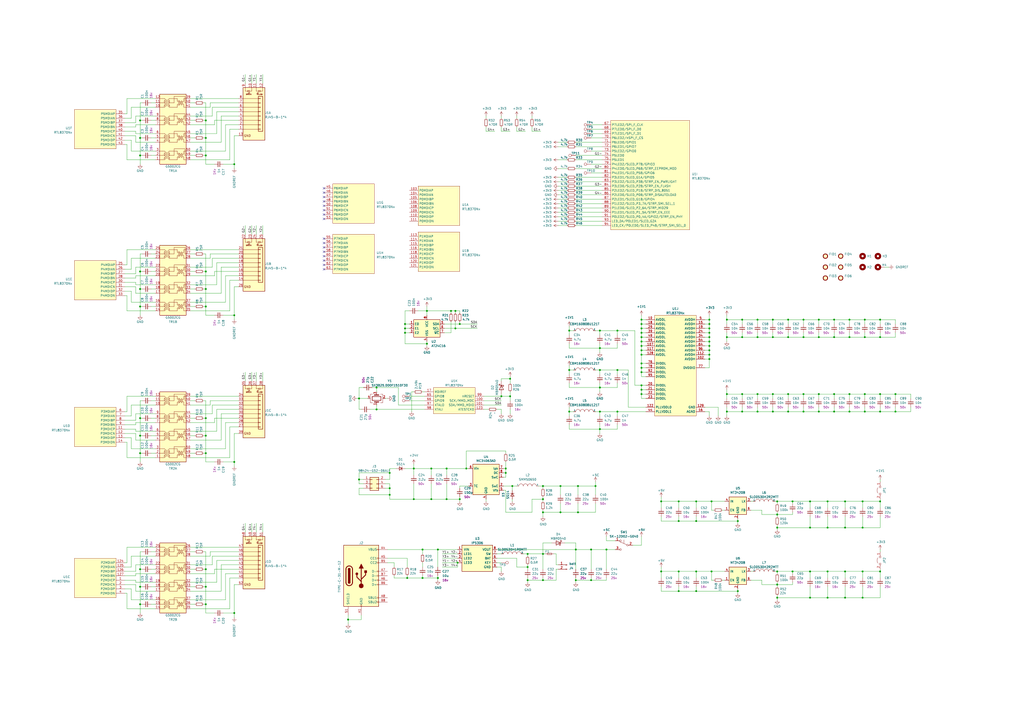
<source format=kicad_sch>
(kicad_sch (version 20230121) (generator eeschema)
  (paper "A2")
  (lib_symbols
    (symbol "Connector:Conn_01x02_Male" (pin_names (offset 1.016) hide)
      (property "Reference" "J" (at 0 2.54 0))
      (property "Value" "Conn_01x02_Male" (at 0 -5.08 0))
      (symbol "Conn_01x02_Male_1_1"
        (pin passive line (at 5.08 0 180) (length 3.81) (name "Pin_1") (number "1"))
        (pin passive line (at 5.08 -2.54 180) (length 3.81) (name "Pin_2") (number "2"))
      )
    )
    (symbol "Connector:TestPoint" (pin_numbers hide) (pin_names (offset 0.762) hide)
      (property "Reference" "TP" (at 0 6.858 0))
      (property "Value" "TestPoint" (at 0 5.08 0))
      (symbol "TestPoint_1_1"
        (pin passive line (at 0 0 90) (length 2.54) (name "1") (number "1"))
      )
    )
    (symbol "Connector:USB_C_Receptacle_USB2.0" (pin_names (offset 1.016))
      (property "Reference" "J" (at -10.16 19.05 0))
      (property "Value" "USB_C_Receptacle_USB2.0" (at 19.05 19.05 0))
      (symbol "USB_C_Receptacle_USB2.0_1_1"
        (pin passive line (at 0 -22.86 90) (length 5.08) (name "GND") (number "A1"))
        (pin passive line (at 0 -22.86 90) (length 5.08) hide (name "GND") (number "A12"))
        (pin passive line (at 15.24 15.24 180) (length 5.08) (name "VBUS") (number "A4"))
        (pin bidirectional line (at 15.24 10.16 180) (length 5.08) (name "CC1") (number "A5"))
        (pin bidirectional line (at 15.24 -2.54 180) (length 5.08) (name "D+") (number "A6"))
        (pin bidirectional line (at 15.24 2.54 180) (length 5.08) (name "D-") (number "A7"))
        (pin bidirectional line (at 15.24 -12.7 180) (length 5.08) (name "SBU1") (number "A8"))
        (pin passive line (at 15.24 15.24 180) (length 5.08) hide (name "VBUS") (number "A9"))
        (pin passive line (at 0 -22.86 90) (length 5.08) hide (name "GND") (number "B1"))
        (pin passive line (at 0 -22.86 90) (length 5.08) hide (name "GND") (number "B12"))
        (pin passive line (at 15.24 15.24 180) (length 5.08) hide (name "VBUS") (number "B4"))
        (pin bidirectional line (at 15.24 7.62 180) (length 5.08) (name "CC2") (number "B5"))
        (pin bidirectional line (at 15.24 -5.08 180) (length 5.08) (name "D+") (number "B6"))
        (pin bidirectional line (at 15.24 0 180) (length 5.08) (name "D-") (number "B7"))
        (pin bidirectional line (at 15.24 -15.24 180) (length 5.08) (name "SBU2") (number "B8"))
        (pin passive line (at 15.24 15.24 180) (length 5.08) hide (name "VBUS") (number "B9"))
        (pin passive line (at -7.62 -22.86 90) (length 5.08) (name "SHIELD") (number "S1"))
      )
    )
    (symbol "Connector_Generic:Conn_02x03_Odd_Even" (pin_names (offset 1.016) hide)
      (property "Reference" "J" (at 1.27 5.08 0))
      (property "Value" "Conn_02x03_Odd_Even" (at 1.27 -5.08 0))
      (symbol "Conn_02x03_Odd_Even_1_1"
        (pin passive line (at -5.08 2.54 0) (length 3.81) (name "Pin_1") (number "1"))
        (pin passive line (at 7.62 2.54 180) (length 3.81) (name "Pin_2") (number "2"))
        (pin passive line (at -5.08 0 0) (length 3.81) (name "Pin_3") (number "3"))
        (pin passive line (at 7.62 0 180) (length 3.81) (name "Pin_4") (number "4"))
        (pin passive line (at -5.08 -2.54 0) (length 3.81) (name "Pin_5") (number "5"))
        (pin passive line (at 7.62 -2.54 180) (length 3.81) (name "Pin_6") (number "6"))
      )
    )
    (symbol "Device:C_Small" (pin_numbers hide) (pin_names (offset 0.254) hide)
      (property "Reference" "C" (at 0.254 1.778 0))
      (property "Value" "C_Small" (at 0.254 -2.032 0))
      (symbol "C_Small_1_1"
        (pin passive line (at 0 2.54 270) (length 2.032) (name "~") (number "1"))
        (pin passive line (at 0 -2.54 90) (length 2.032) (name "~") (number "2"))
      )
    )
    (symbol "Device:Crystal_GND24" (pin_names (offset 1.016) hide)
      (property "Reference" "Y" (at 3.175 5.08 0))
      (property "Value" "Crystal_GND24" (at 3.175 3.175 0))
      (symbol "Crystal_GND24_1_1"
        (pin passive line (at -3.81 0 0) (length 1.27) (name "1") (number "1"))
        (pin passive line (at 0 5.08 270) (length 1.27) (name "2") (number "2"))
        (pin passive line (at 3.81 0 180) (length 1.27) (name "3") (number "3"))
        (pin passive line (at 0 -5.08 90) (length 1.27) (name "4") (number "4"))
      )
    )
    (symbol "Device:D_Small" (pin_numbers hide) (pin_names (offset 0.254) hide)
      (property "Reference" "D" (at -1.27 2.032 0))
      (property "Value" "D_Small" (at -3.81 -2.032 0))
      (symbol "D_Small_1_1"
        (pin passive line (at -2.54 0 0) (length 1.778) (name "K") (number "1"))
        (pin passive line (at 2.54 0 180) (length 1.778) (name "A") (number "2"))
      )
    )
    (symbol "Device:Fuse_Small" (pin_numbers hide) (pin_names (offset 0.254) hide)
      (property "Reference" "F" (at 0 -1.524 0))
      (property "Value" "Fuse_Small" (at 0 1.524 0))
      (symbol "Fuse_Small_1_1"
        (pin passive line (at -2.54 0 0) (length 1.27) (name "~") (number "1"))
        (pin passive line (at 2.54 0 180) (length 1.27) (name "~") (number "2"))
      )
    )
    (symbol "Device:R_Small" (pin_numbers hide) (pin_names (offset 0.254) hide)
      (property "Reference" "R" (at 0.762 0.508 0))
      (property "Value" "R_Small" (at 0.762 -1.016 0))
      (symbol "R_Small_1_1"
        (pin passive line (at 0 2.54 270) (length 0.762) (name "~") (number "1"))
        (pin passive line (at 0 -2.54 90) (length 0.762) (name "~") (number "2"))
      )
    )
    (symbol "Diode:MBR0540" (pin_numbers hide) (pin_names (offset 1.016) hide)
      (property "Reference" "D" (at 0 2.54 0))
      (property "Value" "MBR0540" (at 0 -2.54 0))
      (symbol "MBR0540_1_1"
        (pin passive line (at -3.81 0 0) (length 2.54) (name "K") (number "1"))
        (pin passive line (at 3.81 0 180) (length 2.54) (name "A") (number "2"))
      )
    )
    (symbol "Jumper:Jumper_2_Open" (pin_names (offset 0) hide)
      (property "Reference" "JP" (at 0 2.794 0))
      (property "Value" "Jumper_2_Open" (at 0 -2.286 0))
      (symbol "Jumper_2_Open_1_1"
        (pin passive line (at -5.08 0 0) (length 2.54) (name "A") (number "1"))
        (pin passive line (at 5.08 0 180) (length 2.54) (name "B") (number "2"))
      )
    )
    (symbol "MAS_Connectors:RJ45-B-1*4" (pin_names hide)
      (property "Reference" "J" (at 7.62 8.89 0))
      (property "Value" "RJ45-B-1*4" (at 7.62 6.35 0))
      (symbol "RJ45-B-1*4_1_1"
        (text "GND" (at 3.81 -17.78 0) (effects (font (size 1.27 1.27))))
        (text "GREEN" (at 3.048 6.223 0) (effects (font (size 0.635 0.635))))
        (text "YELLOW" (at -3.302 6.223 0) (effects (font (size 0.635 0.635))))
        (pin passive line (at 8.89 -13.97 180) (length 2.54) (name "BI_DA+") (number "1"))
        (pin passive line (at 1.27 12.7 270) (length 2.54) (name "") (number "10"))
        (pin passive line (at -1.27 12.7 270) (length 2.54) (name "") (number "11"))
        (pin passive line (at -5.08 12.7 270) (length 2.54) (name "") (number "12"))
        (pin passive line (at 8.89 -17.78 180) (length 2.54) (name "") (number "13"))
        (pin passive line (at 8.89 -11.43 180) (length 2.54) (name "BI_DA-") (number "2"))
        (pin passive line (at 8.89 -8.89 180) (length 2.54) (name "BI_DB+") (number "3"))
        (pin passive line (at 8.89 -6.35 180) (length 2.54) (name "BI_DC+") (number "4"))
        (pin passive line (at 8.89 -3.81 180) (length 2.54) (name "BI_DC-") (number "5"))
        (pin passive line (at 8.89 -1.27 180) (length 2.54) (name "BI_DB-") (number "6"))
        (pin passive line (at 8.89 1.27 180) (length 2.54) (name "BI_DD+") (number "7"))
        (pin passive line (at 8.89 3.81 180) (length 2.54) (name "BI_DD-") (number "8"))
        (pin passive line (at 5.08 12.7 270) (length 2.54) (name "") (number "9"))
      )
      (symbol "RJ45-B-1*4_2_1"
        (text "GND" (at 3.81 -17.78 0) (effects (font (size 1.27 1.27))))
        (text "GREEN" (at 3.048 6.223 0) (effects (font (size 0.635 0.635))))
        (text "YELLOW" (at -3.302 6.223 0) (effects (font (size 0.635 0.635))))
        (pin passive line (at 8.89 -13.97 180) (length 2.54) (name "BI_DA+") (number "14"))
        (pin passive line (at 8.89 -11.43 180) (length 2.54) (name "BI_DA-") (number "15"))
        (pin passive line (at 8.89 -8.89 180) (length 2.54) (name "BI_DB+") (number "16"))
        (pin passive line (at 8.89 -6.35 180) (length 2.54) (name "BI_DC+") (number "17"))
        (pin passive line (at 8.89 -3.81 180) (length 2.54) (name "BI_DC-") (number "18"))
        (pin passive line (at 8.89 -1.27 180) (length 2.54) (name "BI_DB-") (number "19"))
        (pin passive line (at 8.89 1.27 180) (length 2.54) (name "BI_DD+") (number "20"))
        (pin passive line (at 8.89 3.81 180) (length 2.54) (name "BI_DD-") (number "21"))
        (pin passive line (at 5.08 12.7 270) (length 2.54) (name "") (number "22"))
        (pin passive line (at 1.27 12.7 270) (length 2.54) (name "") (number "23"))
        (pin passive line (at -1.27 12.7 270) (length 2.54) (name "") (number "24"))
        (pin passive line (at -5.08 12.7 270) (length 2.54) (name "") (number "25"))
        (pin passive line (at 8.89 -17.78 180) (length 2.54) (name "") (number "26"))
      )
      (symbol "RJ45-B-1*4_3_1"
        (text "GND" (at 3.81 -17.78 0) (effects (font (size 1.27 1.27))))
        (text "GREEN" (at 3.048 6.223 0) (effects (font (size 0.635 0.635))))
        (text "YELLOW" (at -3.302 6.223 0) (effects (font (size 0.635 0.635))))
        (pin passive line (at 8.89 -13.97 180) (length 2.54) (name "BI_DA+") (number "27"))
        (pin passive line (at 8.89 -11.43 180) (length 2.54) (name "BI_DA-") (number "28"))
        (pin passive line (at 8.89 -8.89 180) (length 2.54) (name "BI_DB+") (number "29"))
        (pin passive line (at 8.89 -6.35 180) (length 2.54) (name "BI_DC+") (number "30"))
        (pin passive line (at 8.89 -3.81 180) (length 2.54) (name "BI_DC-") (number "31"))
        (pin passive line (at 8.89 -1.27 180) (length 2.54) (name "BI_DB-") (number "32"))
        (pin passive line (at 8.89 1.27 180) (length 2.54) (name "BI_DD+") (number "33"))
        (pin passive line (at 8.89 3.81 180) (length 2.54) (name "BI_DD-") (number "34"))
        (pin passive line (at 5.08 12.7 270) (length 2.54) (name "") (number "35"))
        (pin passive line (at 1.27 12.7 270) (length 2.54) (name "") (number "36"))
        (pin passive line (at -1.27 12.7 270) (length 2.54) (name "") (number "37"))
        (pin passive line (at -5.08 12.7 270) (length 2.54) (name "") (number "38"))
        (pin passive line (at 8.89 -17.78 180) (length 2.54) (name "") (number "39"))
      )
      (symbol "RJ45-B-1*4_4_1"
        (text "GND" (at 3.81 -17.78 0) (effects (font (size 1.27 1.27))))
        (text "GREEN" (at 3.048 6.223 0) (effects (font (size 0.635 0.635))))
        (text "YELLOW" (at -3.302 6.223 0) (effects (font (size 0.635 0.635))))
        (pin passive line (at 8.89 -13.97 180) (length 2.54) (name "BI_DA+") (number "40"))
        (pin passive line (at 8.89 -11.43 180) (length 2.54) (name "BI_DA-") (number "41"))
        (pin passive line (at 8.89 -8.89 180) (length 2.54) (name "BI_DB+") (number "42"))
        (pin passive line (at 8.89 -6.35 180) (length 2.54) (name "BI_DC+") (number "43"))
        (pin passive line (at 8.89 -3.81 180) (length 2.54) (name "BI_DC-") (number "44"))
        (pin passive line (at 8.89 -1.27 180) (length 2.54) (name "BI_DB-") (number "45"))
        (pin passive line (at 8.89 1.27 180) (length 2.54) (name "BI_DD+") (number "46"))
        (pin passive line (at 8.89 3.81 180) (length 2.54) (name "BI_DD-") (number "47"))
        (pin passive line (at 5.08 12.7 270) (length 2.54) (name "") (number "48"))
        (pin passive line (at 1.27 12.7 270) (length 2.54) (name "") (number "49"))
        (pin passive line (at -1.27 12.7 270) (length 2.54) (name "") (number "50"))
        (pin passive line (at -5.08 12.7 270) (length 2.54) (name "") (number "51"))
        (pin passive line (at 8.89 -17.78 180) (length 2.54) (name "") (number "52"))
      )
    )
    (symbol "MAS_IC_Interface:RTL8370Nx"
      (property "Reference" "U" (at 0 10.16 0))
      (property "Value" "RTL8370Nx" (at 0 10.16 0))
      (symbol "RTL8370Nx_1_0"
        (pin bidirectional line (at -5.08 8.89 0) (length 5.08) (name "P0MDIAP") (number "103"))
        (pin bidirectional line (at -5.08 6.35 0) (length 5.08) (name "P0MDIAN") (number "104"))
        (pin bidirectional line (at -5.08 3.81 0) (length 5.08) (name "P0MDIBP") (number "105"))
        (pin bidirectional line (at -5.08 1.27 0) (length 5.08) (name "P0MDIBN") (number "106"))
        (pin bidirectional line (at -5.08 -1.27 0) (length 5.08) (name "P0MDICP") (number "108"))
        (pin bidirectional line (at -5.08 -3.81 0) (length 5.08) (name "P0MDICN") (number "109"))
        (pin bidirectional line (at -5.08 -6.35 0) (length 5.08) (name "P0MDIDP") (number "110"))
        (pin bidirectional line (at -5.08 -8.89 0) (length 5.08) (name "P0MDIDN") (number "111"))
      )
      (symbol "RTL8370Nx_2_0"
        (pin bidirectional line (at -5.08 8.89 0) (length 5.08) (name "P1MDIAP") (number "113"))
        (pin bidirectional line (at -5.08 6.35 0) (length 5.08) (name "P1MDIAN") (number "114"))
        (pin bidirectional line (at -5.08 3.81 0) (length 5.08) (name "P1MDIBP") (number "115"))
        (pin bidirectional line (at -5.08 1.27 0) (length 5.08) (name "P1MDIBN") (number "116"))
        (pin bidirectional line (at -5.08 -1.27 0) (length 5.08) (name "P1MDICP") (number "118"))
        (pin bidirectional line (at -5.08 -3.81 0) (length 5.08) (name "P1MDICN") (number "119"))
        (pin bidirectional line (at -5.08 -6.35 0) (length 5.08) (name "P1MDIDP") (number "120"))
        (pin bidirectional line (at -5.08 -8.89 0) (length 5.08) (name "P1MDIDN") (number "121"))
      )
      (symbol "RTL8370Nx_3_0"
        (pin bidirectional line (at -5.08 -1.27 0) (length 5.08) (name "P2MDICP") (number "1"))
        (pin bidirectional line (at -5.08 8.89 0) (length 5.08) (name "P2MDIAP") (number "124"))
        (pin bidirectional line (at -5.08 6.35 0) (length 5.08) (name "P2MDIAN") (number "125"))
        (pin bidirectional line (at -5.08 3.81 0) (length 5.08) (name "P2MDIBP") (number "126"))
        (pin bidirectional line (at -5.08 1.27 0) (length 5.08) (name "P2MDIBN") (number "127"))
        (pin bidirectional line (at -5.08 -3.81 0) (length 5.08) (name "P2MDICN") (number "2"))
        (pin bidirectional line (at -5.08 -6.35 0) (length 5.08) (name "P2MDIDP") (number "3"))
        (pin bidirectional line (at -5.08 -8.89 0) (length 5.08) (name "P2MDIDN") (number "4"))
      )
      (symbol "RTL8370Nx_4_0"
        (pin bidirectional line (at -5.08 -1.27 0) (length 5.08) (name "P3MDICP") (number "11"))
        (pin bidirectional line (at -5.08 -3.81 0) (length 5.08) (name "P3MDICN") (number "12"))
        (pin bidirectional line (at -5.08 -6.35 0) (length 5.08) (name "P3MDIDP") (number "13"))
        (pin bidirectional line (at -5.08 -8.89 0) (length 5.08) (name "P3MDIDN") (number "14"))
        (pin bidirectional line (at -5.08 8.89 0) (length 5.08) (name "P3MDIAP") (number "6"))
        (pin bidirectional line (at -5.08 6.35 0) (length 5.08) (name "P3MDIAN") (number "7"))
        (pin bidirectional line (at -5.08 3.81 0) (length 5.08) (name "P3MDIBP") (number "8"))
        (pin bidirectional line (at -5.08 1.27 0) (length 5.08) (name "P3MDIBN") (number "9"))
      )
      (symbol "RTL8370Nx_5_0"
        (pin bidirectional line (at -5.08 8.89 0) (length 5.08) (name "P4MDIAP") (number "25"))
        (pin bidirectional line (at -5.08 6.35 0) (length 5.08) (name "P4MDIAN") (number "26"))
        (pin bidirectional line (at -5.08 3.81 0) (length 5.08) (name "P4MDIBP") (number "27"))
        (pin bidirectional line (at -5.08 1.27 0) (length 5.08) (name "P4MDIBN") (number "28"))
        (pin bidirectional line (at -5.08 -1.27 0) (length 5.08) (name "P4MDICP") (number "30"))
        (pin bidirectional line (at -5.08 -3.81 0) (length 5.08) (name "P4MDICN") (number "31"))
        (pin bidirectional line (at -5.08 -6.35 0) (length 5.08) (name "P4MDIDP") (number "32"))
        (pin bidirectional line (at -5.08 -8.89 0) (length 5.08) (name "P4MDIDN") (number "33"))
      )
      (symbol "RTL8370Nx_6_0"
        (pin bidirectional line (at -5.08 8.89 0) (length 5.08) (name "P5MDIAP") (number "35"))
        (pin bidirectional line (at -5.08 6.35 0) (length 5.08) (name "P5MDIAN") (number "36"))
        (pin bidirectional line (at -5.08 3.81 0) (length 5.08) (name "P5MDIBP") (number "37"))
        (pin bidirectional line (at -5.08 1.27 0) (length 5.08) (name "P5MDIBN") (number "38"))
        (pin bidirectional line (at -5.08 -1.27 0) (length 5.08) (name "P5MDICP") (number "40"))
        (pin bidirectional line (at -5.08 -3.81 0) (length 5.08) (name "P5MDICN") (number "41"))
        (pin bidirectional line (at -5.08 -6.35 0) (length 5.08) (name "P5MDIDP") (number "42"))
        (pin bidirectional line (at -5.08 -8.89 0) (length 5.08) (name "P5MDIDN") (number "43"))
      )
      (symbol "RTL8370Nx_7_0"
        (pin bidirectional line (at -5.08 8.89 0) (length 5.08) (name "P6MDIAP") (number "45"))
        (pin bidirectional line (at -5.08 6.35 0) (length 5.08) (name "P6MDIAN") (number "46"))
        (pin bidirectional line (at -5.08 3.81 0) (length 5.08) (name "P6MDIBP") (number "47"))
        (pin bidirectional line (at -5.08 1.27 0) (length 5.08) (name "P6MDIBN") (number "48"))
        (pin bidirectional line (at -5.08 -1.27 0) (length 5.08) (name "P6MDICP") (number "50"))
        (pin bidirectional line (at -5.08 -3.81 0) (length 5.08) (name "P6MDICN") (number "51"))
        (pin bidirectional line (at -5.08 -6.35 0) (length 5.08) (name "P6MDIDP") (number "52"))
        (pin bidirectional line (at -5.08 -8.89 0) (length 5.08) (name "P6MDIDN") (number "53"))
      )
      (symbol "RTL8370Nx_8_0"
        (pin bidirectional line (at -5.08 8.89 0) (length 5.08) (name "P7MDIAP") (number "55"))
        (pin bidirectional line (at -5.08 6.35 0) (length 5.08) (name "P7MDIAN") (number "56"))
        (pin bidirectional line (at -5.08 3.81 0) (length 5.08) (name "P7MDIBP") (number "57"))
        (pin bidirectional line (at -5.08 1.27 0) (length 5.08) (name "P7MDIBN") (number "58"))
        (pin bidirectional line (at -5.08 -1.27 0) (length 5.08) (name "P7MDICP") (number "60"))
        (pin bidirectional line (at -5.08 -3.81 0) (length 5.08) (name "P7MDICN") (number "61"))
        (pin bidirectional line (at -5.08 -6.35 0) (length 5.08) (name "P7MDIDP") (number "62"))
        (pin bidirectional line (at -5.08 -8.89 0) (length 5.08) (name "P7MDIDN") (number "63"))
      )
      (symbol "RTL8370Nx_9_0"
        (pin bidirectional line (at -5.08 -2.54 0) (length 5.08) (name "P7LED2/SPI_F_CLK") (number "67"))
        (pin bidirectional line (at -5.08 -5.08 0) (length 5.08) (name "P7LED0/SPI_F_D0") (number "68"))
        (pin bidirectional line (at -5.08 -7.62 0) (length 5.08) (name "P7LED1/SPI_F_D1") (number "69"))
        (pin bidirectional line (at -5.08 -10.16 0) (length 5.08) (name "P6LED2/nSPI_F_CS") (number "70"))
        (pin bidirectional line (at -5.08 -12.7 0) (length 5.08) (name "P6LED0/GPIO1") (number "71"))
        (pin bidirectional line (at -5.08 -15.24 0) (length 5.08) (name "P6LED1/GPIO7") (number "72"))
        (pin bidirectional line (at -5.08 -17.78 0) (length 5.08) (name "P5LED2/GPIO0") (number "73"))
        (pin bidirectional line (at -5.08 -20.32 0) (length 5.08) (name "P5LED0") (number "74"))
        (pin bidirectional line (at -5.08 -22.86 0) (length 5.08) (name "P5LED1") (number "75"))
        (pin bidirectional line (at -5.08 -25.4 0) (length 5.08) (name "P4LED2/SLED_P7B/GPIO3") (number "79"))
        (pin bidirectional line (at -5.08 -27.94 0) (length 5.08) (name "P4LED0/SLED_P6B/STRP_EEPROM_MOD") (number "80"))
        (pin bidirectional line (at -5.08 -30.48 0) (length 5.08) (name "P4LED1/SLED_P5B/GPIO6") (number "81"))
        (pin bidirectional line (at -5.08 -33.02 0) (length 5.08) (name "P3LED1/SLED_G1A/GPIO5") (number "82"))
        (pin bidirectional line (at -5.08 -35.56 0) (length 5.08) (name "P3LED2/SLED_P3B/STRP_EN_PWRLIGHT") (number "83"))
        (pin bidirectional line (at -5.08 -38.1 0) (length 5.08) (name "P3LED0/SLED_P2B/STRP_EN_FLASH") (number "84"))
        (pin bidirectional line (at -5.08 -40.64 0) (length 5.08) (name "P2LED2/SLED_P1B/STRP_DIS_8051") (number "85"))
        (pin bidirectional line (at -5.08 -43.18 0) (length 5.08) (name "P2LED0/SLED_P0B/STRP_DISAUTOLOAD") (number "86"))
        (pin bidirectional line (at -5.08 -45.72 0) (length 5.08) (name "P2LED1/SLED_G1B/GPIO4") (number "87"))
        (pin bidirectional line (at -5.08 -48.26 0) (length 5.08) (name "P1LED2/SLED_P3_7A/STRP_SMI_SEL_1") (number "88"))
        (pin bidirectional line (at -5.08 -50.8 0) (length 5.08) (name "P1LED0/SLED_P2_6A/STRP_MID29") (number "89"))
        (pin bidirectional line (at -5.08 -53.34 0) (length 5.08) (name "P1LED1/SLED_P1_5A/STRP_EN_EEE") (number "90"))
        (pin bidirectional line (at -5.08 -55.88 0) (length 5.08) (name "P0LED2/SLED_P0_4A/GPIO2/STRP_EN_PHY") (number "91"))
        (pin bidirectional line (at -5.08 -58.42 0) (length 5.08) (name "LED_DA/P0LED1/SLED_G2A") (number "93"))
        (pin bidirectional line (at -5.08 -60.96 0) (length 5.08) (name "LED_CK/P0LED0/SLED_P4B/STRP_SMI_SEL_0") (number "94"))
      )
      (symbol "RTL8370Nx_10_0"
        (pin power_in line (at 16.51 -22.86 180) (length 5.08) (name "AVDDL") (number "10"))
        (pin power_in line (at 16.51 -13.97 180) (length 5.08) (name "AVDDH") (number "102"))
        (pin power_in line (at 16.51 -38.1 180) (length 5.08) (name "AVDDL") (number "107"))
        (pin power_in line (at 16.51 -16.51 180) (length 5.08) (name "AVDDH") (number "112"))
        (pin power_in line (at 16.51 -40.64 180) (length 5.08) (name "AVDDL") (number "117"))
        (pin power_in line (at -17.78 -27.94 0) (length 5.08) (name "PLLVDDL0") (number "122"))
        (pin power_in line (at 16.51 -43.18 180) (length 5.08) (name "AVDDL") (number "128"))
        (pin power_in line (at -17.78 -40.64 0) (length 5.08) (name "GND") (number "129"))
        (pin power_in line (at 16.51 3.81 180) (length 5.08) (name "AVDDH") (number "15"))
        (pin power_in line (at -17.78 -43.18 0) (length 5.08) (name "AGND") (number "16"))
        (pin power_in line (at 16.51 -25.4 180) (length 5.08) (name "AVDDL") (number "18"))
        (pin power_in line (at 16.51 1.27 180) (length 5.08) (name "AVDDH") (number "19"))
        (pin power_in line (at -17.78 6.35 0) (length 5.08) (name "DVDDL") (number "20"))
        (pin power_in line (at -17.78 3.81 0) (length 5.08) (name "DVDDL") (number "21"))
        (pin power_in line (at -17.78 1.27 0) (length 5.08) (name "DVDDL") (number "22"))
        (pin power_in line (at -17.78 -1.27 0) (length 5.08) (name "DVDDL") (number "23"))
        (pin power_in line (at 16.51 -1.27 180) (length 5.08) (name "AVDDH") (number "24"))
        (pin power_in line (at 16.51 -27.94 180) (length 5.08) (name "AVDDL") (number "29"))
        (pin power_in line (at 16.51 -3.81 180) (length 5.08) (name "AVDDH") (number "34"))
        (pin power_in line (at 16.51 -30.48 180) (length 5.08) (name "AVDDL") (number "39"))
        (pin power_in line (at -17.78 -30.48 0) (length 5.08) (name "PLLVDDL1") (number "44"))
        (pin power_in line (at 16.51 -33.02 180) (length 5.08) (name "AVDDL") (number "49"))
        (pin power_in line (at 16.51 6.35 180) (length 5.08) (name "AVDDH") (number "5"))
        (pin power_in line (at 16.51 -6.35 180) (length 5.08) (name "AVDDH") (number "54"))
        (pin power_in line (at 16.51 -35.56 180) (length 5.08) (name "AVDDL") (number "59"))
        (pin power_in line (at 16.51 -8.89 180) (length 5.08) (name "AVDDH") (number "64"))
        (pin power_in line (at -17.78 -3.81 0) (length 5.08) (name "DVDDL") (number "76"))
        (pin power_in line (at -17.78 -35.56 0) (length 5.08) (name "DVDDIO") (number "77"))
        (pin power_in line (at -17.78 -6.35 0) (length 5.08) (name "DVDDL") (number "78"))
        (pin power_in line (at -17.78 -8.89 0) (length 5.08) (name "DVDDL") (number "92"))
        (pin power_in line (at -17.78 -11.43 0) (length 5.08) (name "DVDDL") (number "95"))
        (pin power_in line (at 16.51 -11.43 180) (length 5.08) (name "AVDDH") (number "96"))
      )
      (symbol "RTL8370Nx_11_0"
        (pin bidirectional line (at 17.78 -1.27 180) (length 5.08) (name "SCK/MMD_MDC") (number "100"))
        (pin bidirectional line (at 17.78 -3.81 180) (length 5.08) (name "SDA/MMD_MDIO") (number "101"))
        (pin output line (at 17.78 -6.35 180) (length 5.08) (name "ATESTCK0") (number "123"))
        (pin output line (at -16.51 3.81 0) (length 5.08) (name "MDIREF") (number "17"))
        (pin bidirectional line (at -16.51 1.27 0) (length 5.08) (name "GPIO8") (number "65"))
        (pin bidirectional line (at -16.51 -1.27 0) (length 5.08) (name "GPIO9") (number "66"))
        (pin output line (at -16.51 -3.81 0) (length 5.08) (name "XTALO") (number "97"))
        (pin output line (at -16.51 -6.35 0) (length 5.08) (name "XTALI") (number "98"))
        (pin input line (at 17.78 1.27 180) (length 5.08) (name "nRESET") (number "99"))
      )
    )
    (symbol "MAS_IC_PowerSupply:IP5306" (pin_names (offset 1.016))
      (property "Reference" "U" (at -8.89 7.62 0))
      (property "Value" "IP5306" (at 1.27 7.62 0))
      (symbol "IP5306_1_1"
        (pin power_in line (at -11.43 3.81 0) (length 2.54) (name "VIN") (number "1"))
        (pin bidirectional line (at -11.43 1.27 0) (length 2.54) (name "LED1") (number "2"))
        (pin bidirectional line (at -11.43 -1.27 0) (length 2.54) (name "LED2") (number "3"))
        (pin bidirectional line (at -11.43 -3.81 0) (length 2.54) (name "LED3") (number "4"))
        (pin power_in line (at 11.43 -3.81 180) (length 2.54) (name "KEY") (number "5"))
        (pin input line (at 11.43 -1.27 180) (length 2.54) (name "BAT") (number "6"))
        (pin power_in line (at 11.43 1.27 180) (length 2.54) (name "SW") (number "7"))
        (pin power_in line (at 11.43 3.81 180) (length 2.54) (name "VOUT") (number "8"))
        (pin power_in line (at 11.43 -6.35 180) (length 2.54) (name "GND") (number "9"))
      )
    )
    (symbol "MAS_IC_PowerSupply:MT3420"
      (property "Reference" "U" (at -2.54 8.89 0))
      (property "Value" "MT3420" (at -3.81 6.35 0))
      (symbol "MT3420_1_1"
        (pin input line (at -7.62 -2.54 0) (length 2.54) (name "EN") (number "1"))
        (pin power_in line (at 0 -7.62 90) (length 2.54) (name "GND") (number "2"))
        (pin passive line (at 7.62 2.54 180) (length 2.54) (name "LX") (number "3"))
        (pin power_in line (at -7.62 2.54 0) (length 2.54) (name "IN") (number "4"))
        (pin no_connect line (at 5.08 0 180) (length 2.54) hide (name "NC") (number "5"))
        (pin input line (at 7.62 -2.54 180) (length 2.54) (name "FB") (number "6"))
      )
    )
    (symbol "MAS_Transformers:G5002CG" (pin_names (offset 1.016) hide)
      (property "Reference" "TR" (at -6.35 21.59 0))
      (property "Value" "G5002CG" (at 2.54 21.59 0))
      (symbol "G5002CG_1_1"
        (pin passive line (at -10.16 17.78 0) (length 2.54) (name "TD1+") (number "1"))
        (pin passive line (at -10.16 -12.7 0) (length 2.54) (name "TD4+") (number "10"))
        (pin passive line (at -10.16 -15.24 0) (length 2.54) (name "TCT4") (number "11"))
        (pin passive line (at -10.16 -17.78 0) (length 2.54) (name "TD4-") (number "12"))
        (pin passive line (at -10.16 15.24 0) (length 2.54) (name "TCT1") (number "2"))
        (pin passive line (at -10.16 12.7 0) (length 2.54) (name "TD1-") (number "3"))
        (pin passive line (at 10.16 -17.78 180) (length 2.54) (name "MX4-") (number "39"))
        (pin passive line (at -10.16 7.62 0) (length 2.54) (name "TD2+") (number "4"))
        (pin passive line (at 10.16 -15.24 180) (length 2.54) (name "CMT4") (number "40"))
        (pin passive line (at 10.16 -12.7 180) (length 2.54) (name "MX4+") (number "41"))
        (pin passive line (at 10.16 -2.54 180) (length 2.54) (name "MX3+") (number "42"))
        (pin passive line (at 10.16 -5.08 180) (length 2.54) (name "CMT3") (number "43"))
        (pin passive line (at 10.16 -7.62 180) (length 2.54) (name "MX3-") (number "44"))
        (pin passive line (at 10.16 2.54 180) (length 2.54) (name "MX2-") (number "45"))
        (pin passive line (at 10.16 5.08 180) (length 2.54) (name "CMT2") (number "46"))
        (pin passive line (at 10.16 7.62 180) (length 2.54) (name "MX2+") (number "47"))
        (pin passive line (at 10.16 17.78 180) (length 2.54) (name "MX1+") (number "48"))
        (pin passive line (at 10.16 15.24 180) (length 2.54) (name "CMT1") (number "49"))
        (pin passive line (at -10.16 5.08 0) (length 2.54) (name "TCT2") (number "5"))
        (pin passive line (at 10.16 12.7 180) (length 2.54) (name "MX1-") (number "50"))
        (pin passive line (at -10.16 2.54 0) (length 2.54) (name "TD2-") (number "6"))
        (pin passive line (at -10.16 -2.54 0) (length 2.54) (name "TD3+") (number "7"))
        (pin passive line (at -10.16 -5.08 0) (length 2.54) (name "TCT3") (number "8"))
        (pin passive line (at -10.16 -7.62 0) (length 2.54) (name "TD3-") (number "9"))
      )
      (symbol "G5002CG_2_1"
        (pin passive line (at -10.16 17.78 0) (length 2.54) (name "TD1+") (number "14"))
        (pin passive line (at -10.16 15.24 0) (length 2.54) (name "TCT1") (number "15"))
        (pin passive line (at -10.16 12.7 0) (length 2.54) (name "TD1-") (number "16"))
        (pin passive line (at -10.16 7.62 0) (length 2.54) (name "TD2+") (number "17"))
        (pin passive line (at -10.16 5.08 0) (length 2.54) (name "TCT2") (number "18"))
        (pin passive line (at -10.16 2.54 0) (length 2.54) (name "TD2-") (number "19"))
        (pin passive line (at -10.16 -2.54 0) (length 2.54) (name "TD3+") (number "20"))
        (pin passive line (at -10.16 -5.08 0) (length 2.54) (name "TCT3") (number "21"))
        (pin passive line (at -10.16 -7.62 0) (length 2.54) (name "TD3-") (number "22"))
        (pin passive line (at -10.16 -12.7 0) (length 2.54) (name "TD4+") (number "23"))
        (pin passive line (at -10.16 -15.24 0) (length 2.54) (name "TCT4") (number "24"))
        (pin passive line (at -10.16 -17.78 0) (length 2.54) (name "TD4-") (number "25"))
        (pin passive line (at 10.16 -17.78 180) (length 2.54) (name "MX4-") (number "26"))
        (pin passive line (at 10.16 -15.24 180) (length 2.54) (name "CMT4") (number "27"))
        (pin passive line (at 10.16 -12.7 180) (length 2.54) (name "MX4+") (number "28"))
        (pin passive line (at 10.16 -2.54 180) (length 2.54) (name "MX3+") (number "29"))
        (pin passive line (at 10.16 -5.08 180) (length 2.54) (name "CMT3") (number "30"))
        (pin passive line (at 10.16 -7.62 180) (length 2.54) (name "MX3-") (number "31"))
        (pin passive line (at 10.16 2.54 180) (length 2.54) (name "MX2-") (number "32"))
        (pin passive line (at 10.16 5.08 180) (length 2.54) (name "CMT2") (number "33"))
        (pin passive line (at 10.16 7.62 180) (length 2.54) (name "MX2+") (number "34"))
        (pin passive line (at 10.16 17.78 180) (length 2.54) (name "MX1+") (number "35"))
        (pin passive line (at 10.16 15.24 180) (length 2.54) (name "CMT1") (number "36"))
        (pin passive line (at 10.16 12.7 180) (length 2.54) (name "MX1-") (number "37"))
      )
    )
    (symbol "Mechanical:Fiducial"
      (property "Reference" "FID" (at 0 5.08 0))
      (property "Value" "Fiducial" (at 0 3.175 0))
    )
    (symbol "Mechanical:MountingHole" (pin_names (offset 1.016))
      (property "Reference" "H" (at 0 5.08 0))
      (property "Value" "MountingHole" (at 0 3.175 0))
    )
    (symbol "Mechanical:MountingHole_Pad" (pin_numbers hide) (pin_names (offset 1.016) hide)
      (property "Reference" "H" (at 0 6.35 0))
      (property "Value" "MountingHole_Pad" (at 0 4.445 0))
      (symbol "MountingHole_Pad_1_1"
        (pin input line (at 0 -2.54 90) (length 2.54) (name "1") (number "1"))
      )
    )
    (symbol "Memory_EEPROM:M24C02-RMN"
      (property "Reference" "U" (at -6.35 6.35 0))
      (property "Value" "M24C02-RMN" (at 7.62 6.35 0))
      (symbol "M24C02-RMN_1_1"
        (pin input line (at -10.16 2.54 0) (length 2.54) (name "E0") (number "1"))
        (pin input line (at -10.16 0 0) (length 2.54) (name "E1") (number "2"))
        (pin input line (at -10.16 -2.54 0) (length 2.54) (name "E2") (number "3"))
        (pin power_in line (at 0 -7.62 90) (length 2.54) (name "VSS") (number "4"))
        (pin bidirectional line (at 10.16 2.54 180) (length 2.54) (name "SDA") (number "5"))
        (pin input line (at 10.16 0 180) (length 2.54) (name "SCL") (number "6"))
        (pin input line (at 10.16 -2.54 180) (length 2.54) (name "~{WC}") (number "7"))
        (pin power_in line (at 0 7.62 270) (length 2.54) (name "VCC") (number "8"))
      )
    )
    (symbol "RTL8370Nx_1"
      (property "Reference" "U" (at 0 10.16 0))
      (property "Value" "RTL8370Nx" (at 0 10.16 0))
      (symbol "RTL8370Nx_1_1_0"
        (pin bidirectional line (at -5.08 8.89 0) (length 5.08) (name "P0MDIAP") (number "103"))
        (pin bidirectional line (at -5.08 6.35 0) (length 5.08) (name "P0MDIAN") (number "104"))
        (pin bidirectional line (at -5.08 3.81 0) (length 5.08) (name "P0MDIBP") (number "105"))
        (pin bidirectional line (at -5.08 1.27 0) (length 5.08) (name "P0MDIBN") (number "106"))
        (pin bidirectional line (at -5.08 -1.27 0) (length 5.08) (name "P0MDICP") (number "108"))
        (pin bidirectional line (at -5.08 -3.81 0) (length 5.08) (name "P0MDICN") (number "109"))
        (pin bidirectional line (at -5.08 -6.35 0) (length 5.08) (name "P0MDIDP") (number "110"))
        (pin bidirectional line (at -5.08 -8.89 0) (length 5.08) (name "P0MDIDN") (number "111"))
      )
      (symbol "RTL8370Nx_1_2_0"
        (pin bidirectional line (at -5.08 8.89 0) (length 5.08) (name "P1MDIAP") (number "113"))
        (pin bidirectional line (at -5.08 6.35 0) (length 5.08) (name "P1MDIAN") (number "114"))
        (pin bidirectional line (at -5.08 3.81 0) (length 5.08) (name "P1MDIBP") (number "115"))
        (pin bidirectional line (at -5.08 1.27 0) (length 5.08) (name "P1MDIBN") (number "116"))
        (pin bidirectional line (at -5.08 -1.27 0) (length 5.08) (name "P1MDICP") (number "118"))
        (pin bidirectional line (at -5.08 -3.81 0) (length 5.08) (name "P1MDICN") (number "119"))
        (pin bidirectional line (at -5.08 -6.35 0) (length 5.08) (name "P1MDIDP") (number "120"))
        (pin bidirectional line (at -5.08 -8.89 0) (length 5.08) (name "P1MDIDN") (number "121"))
      )
      (symbol "RTL8370Nx_1_3_0"
        (pin bidirectional line (at -5.08 -1.27 0) (length 5.08) (name "P2MDICP") (number "1"))
        (pin bidirectional line (at -5.08 8.89 0) (length 5.08) (name "P2MDIAP") (number "124"))
        (pin bidirectional line (at -5.08 6.35 0) (length 5.08) (name "P2MDIAN") (number "125"))
        (pin bidirectional line (at -5.08 3.81 0) (length 5.08) (name "P2MDIBP") (number "126"))
        (pin bidirectional line (at -5.08 1.27 0) (length 5.08) (name "P2MDIBN") (number "127"))
        (pin bidirectional line (at -5.08 -3.81 0) (length 5.08) (name "P2MDICN") (number "2"))
        (pin bidirectional line (at -5.08 -6.35 0) (length 5.08) (name "P2MDIDP") (number "3"))
        (pin bidirectional line (at -5.08 -8.89 0) (length 5.08) (name "P2MDIDN") (number "4"))
      )
      (symbol "RTL8370Nx_1_4_0"
        (pin bidirectional line (at -5.08 -1.27 0) (length 5.08) (name "P3MDICP") (number "11"))
        (pin bidirectional line (at -5.08 -3.81 0) (length 5.08) (name "P3MDICN") (number "12"))
        (pin bidirectional line (at -5.08 -6.35 0) (length 5.08) (name "P3MDIDP") (number "13"))
        (pin bidirectional line (at -5.08 -8.89 0) (length 5.08) (name "P3MDIDN") (number "14"))
        (pin bidirectional line (at -5.08 8.89 0) (length 5.08) (name "P3MDIAP") (number "6"))
        (pin bidirectional line (at -5.08 6.35 0) (length 5.08) (name "P3MDIAN") (number "7"))
        (pin bidirectional line (at -5.08 3.81 0) (length 5.08) (name "P3MDIBP") (number "8"))
        (pin bidirectional line (at -5.08 1.27 0) (length 5.08) (name "P3MDIBN") (number "9"))
      )
      (symbol "RTL8370Nx_1_5_0"
        (pin bidirectional line (at -5.08 8.89 0) (length 5.08) (name "P4MDIAP") (number "25"))
        (pin bidirectional line (at -5.08 6.35 0) (length 5.08) (name "P4MDIAN") (number "26"))
        (pin bidirectional line (at -5.08 3.81 0) (length 5.08) (name "P4MDIBP") (number "27"))
        (pin bidirectional line (at -5.08 1.27 0) (length 5.08) (name "P4MDIBN") (number "28"))
        (pin bidirectional line (at -5.08 -1.27 0) (length 5.08) (name "P4MDICP") (number "30"))
        (pin bidirectional line (at -5.08 -3.81 0) (length 5.08) (name "P4MDICN") (number "31"))
        (pin bidirectional line (at -5.08 -6.35 0) (length 5.08) (name "P4MDIDP") (number "32"))
        (pin bidirectional line (at -5.08 -8.89 0) (length 5.08) (name "P4MDIDN") (number "33"))
      )
      (symbol "RTL8370Nx_1_6_0"
        (pin bidirectional line (at -5.08 8.89 0) (length 5.08) (name "P5MDIAP") (number "35"))
        (pin bidirectional line (at -5.08 6.35 0) (length 5.08) (name "P5MDIAN") (number "36"))
        (pin bidirectional line (at -5.08 3.81 0) (length 5.08) (name "P5MDIBP") (number "37"))
        (pin bidirectional line (at -5.08 1.27 0) (length 5.08) (name "P5MDIBN") (number "38"))
        (pin bidirectional line (at -5.08 -1.27 0) (length 5.08) (name "P5MDICP") (number "40"))
        (pin bidirectional line (at -5.08 -3.81 0) (length 5.08) (name "P5MDICN") (number "41"))
        (pin bidirectional line (at -5.08 -6.35 0) (length 5.08) (name "P5MDIDP") (number "42"))
        (pin bidirectional line (at -5.08 -8.89 0) (length 5.08) (name "P5MDIDN") (number "43"))
      )
      (symbol "RTL8370Nx_1_7_0"
        (pin bidirectional line (at -5.08 8.89 0) (length 5.08) (name "P6MDIAP") (number "45"))
        (pin bidirectional line (at -5.08 6.35 0) (length 5.08) (name "P6MDIAN") (number "46"))
        (pin bidirectional line (at -5.08 3.81 0) (length 5.08) (name "P6MDIBP") (number "47"))
        (pin bidirectional line (at -5.08 1.27 0) (length 5.08) (name "P6MDIBN") (number "48"))
        (pin bidirectional line (at -5.08 -1.27 0) (length 5.08) (name "P6MDICP") (number "50"))
        (pin bidirectional line (at -5.08 -3.81 0) (length 5.08) (name "P6MDICN") (number "51"))
        (pin bidirectional line (at -5.08 -6.35 0) (length 5.08) (name "P6MDIDP") (number "52"))
        (pin bidirectional line (at -5.08 -8.89 0) (length 5.08) (name "P6MDIDN") (number "53"))
      )
      (symbol "RTL8370Nx_1_8_0"
        (pin bidirectional line (at -5.08 8.89 0) (length 5.08) (name "P7MDIAP") (number "55"))
        (pin bidirectional line (at -5.08 6.35 0) (length 5.08) (name "P7MDIAN") (number "56"))
        (pin bidirectional line (at -5.08 3.81 0) (length 5.08) (name "P7MDIBP") (number "57"))
        (pin bidirectional line (at -5.08 1.27 0) (length 5.08) (name "P7MDIBN") (number "58"))
        (pin bidirectional line (at -5.08 -1.27 0) (length 5.08) (name "P7MDICP") (number "60"))
        (pin bidirectional line (at -5.08 -3.81 0) (length 5.08) (name "P7MDICN") (number "61"))
        (pin bidirectional line (at -5.08 -6.35 0) (length 5.08) (name "P7MDIDP") (number "62"))
        (pin bidirectional line (at -5.08 -8.89 0) (length 5.08) (name "P7MDIDN") (number "63"))
      )
      (symbol "RTL8370Nx_1_9_0"
        (pin bidirectional line (at -5.08 -2.54 0) (length 5.08) (name "P7LED2/SPI_F_CLK") (number "67"))
        (pin bidirectional line (at -5.08 -5.08 0) (length 5.08) (name "P7LED0/SPI_F_D0") (number "68"))
        (pin bidirectional line (at -5.08 -7.62 0) (length 5.08) (name "P7LED1/SPI_F_D1") (number "69"))
        (pin bidirectional line (at -5.08 -10.16 0) (length 5.08) (name "P6LED2/nSPI_F_CS") (number "70"))
        (pin bidirectional line (at -5.08 -12.7 0) (length 5.08) (name "P6LED0/GPIO1") (number "71"))
        (pin bidirectional line (at -5.08 -15.24 0) (length 5.08) (name "P6LED1/GPIO7") (number "72"))
        (pin bidirectional line (at -5.08 -17.78 0) (length 5.08) (name "P5LED2/GPIO0") (number "73"))
        (pin bidirectional line (at -5.08 -20.32 0) (length 5.08) (name "P5LED0") (number "74"))
        (pin bidirectional line (at -5.08 -22.86 0) (length 5.08) (name "P5LED1") (number "75"))
        (pin bidirectional line (at -5.08 -25.4 0) (length 5.08) (name "P4LED2/SLED_P7B/GPIO3") (number "79"))
        (pin bidirectional line (at -5.08 -27.94 0) (length 5.08) (name "P4LED0/SLED_P6B/STRP_EEPROM_MOD") (number "80"))
        (pin bidirectional line (at -5.08 -30.48 0) (length 5.08) (name "P4LED1/SLED_P5B/GPIO6") (number "81"))
        (pin bidirectional line (at -5.08 -33.02 0) (length 5.08) (name "P3LED1/SLED_G1A/GPIO5") (number "82"))
        (pin bidirectional line (at -5.08 -35.56 0) (length 5.08) (name "P3LED2/SLED_P3B/STRP_EN_PWRLIGHT") (number "83"))
        (pin bidirectional line (at -5.08 -38.1 0) (length 5.08) (name "P3LED0/SLED_P2B/STRP_EN_FLASH") (number "84"))
        (pin bidirectional line (at -5.08 -40.64 0) (length 5.08) (name "P2LED2/SLED_P1B/STRP_DIS_8051") (number "85"))
        (pin bidirectional line (at -5.08 -43.18 0) (length 5.08) (name "P2LED0/SLED_P0B/STRP_DISAUTOLOAD") (number "86"))
        (pin bidirectional line (at -5.08 -45.72 0) (length 5.08) (name "P2LED1/SLED_G1B/GPIO4") (number "87"))
        (pin bidirectional line (at -5.08 -48.26 0) (length 5.08) (name "P1LED2/SLED_P3_7A/STRP_SMI_SEL_1") (number "88"))
        (pin bidirectional line (at -5.08 -50.8 0) (length 5.08) (name "P1LED0/SLED_P2_6A/STRP_MID29") (number "89"))
        (pin bidirectional line (at -5.08 -53.34 0) (length 5.08) (name "P1LED1/SLED_P1_5A/STRP_EN_EEE") (number "90"))
        (pin bidirectional line (at -5.08 -55.88 0) (length 5.08) (name "P0LED2/SLED_P0_4A/GPIO2/STRP_EN_PHY") (number "91"))
        (pin bidirectional line (at -5.08 -58.42 0) (length 5.08) (name "LED_DA/P0LED1/SLED_G2A") (number "93"))
        (pin bidirectional line (at -5.08 -60.96 0) (length 5.08) (name "LED_CK/P0LED0/SLED_P4B/STRP_SMI_SEL_0") (number "94"))
      )
      (symbol "RTL8370Nx_1_10_0"
        (pin power_in line (at -17.78 6.35 0) (length 5.08) (name "AVDDL") (number "10"))
        (pin power_in line (at 16.51 -16.51 180) (length 5.08) (name "AVDDH") (number "102"))
        (pin power_in line (at -17.78 -8.89 0) (length 5.08) (name "AVDDL") (number "107"))
        (pin power_in line (at 16.51 -13.97 180) (length 5.08) (name "AVDDH") (number "112"))
        (pin power_in line (at -17.78 -11.43 0) (length 5.08) (name "AVDDL") (number "117"))
        (pin power_in line (at -17.78 -44.45 0) (length 5.08) (name "PLLVDDL0") (number "122"))
        (pin power_in line (at -17.78 -13.97 0) (length 5.08) (name "AVDDL") (number "128"))
        (pin power_in line (at 16.51 -44.45 180) (length 5.08) (name "GND") (number "129"))
        (pin power_in line (at 16.51 3.81 180) (length 5.08) (name "AVDDH") (number "15"))
        (pin power_in line (at 16.51 -46.99 180) (length 5.08) (name "AGND") (number "16"))
        (pin power_in line (at -17.78 3.81 0) (length 5.08) (name "AVDDL") (number "18"))
        (pin power_in line (at 16.51 1.27 180) (length 5.08) (name "AVDDH") (number "19"))
        (pin power_in line (at -17.78 -31.75 0) (length 5.08) (name "DVDDL") (number "20"))
        (pin power_in line (at -17.78 -34.29 0) (length 5.08) (name "DVDDL") (number "21"))
        (pin power_in line (at -17.78 -36.83 0) (length 5.08) (name "DVDDL") (number "22"))
        (pin power_in line (at -17.78 -39.37 0) (length 5.08) (name "DVDDL") (number "23"))
        (pin power_in line (at 16.51 -1.27 180) (length 5.08) (name "AVDDH") (number "24"))
        (pin power_in line (at -17.78 1.27 0) (length 5.08) (name "AVDDL") (number "29"))
        (pin power_in line (at 16.51 -3.81 180) (length 5.08) (name "AVDDH") (number "34"))
        (pin power_in line (at -17.78 -1.27 0) (length 5.08) (name "AVDDL") (number "39"))
        (pin power_in line (at -17.78 -46.99 0) (length 5.08) (name "PLLVDDL1") (number "44"))
        (pin power_in line (at -17.78 -3.81 0) (length 5.08) (name "AVDDL") (number "49"))
        (pin power_in line (at 16.51 6.35 180) (length 5.08) (name "AVDDH") (number "5"))
        (pin power_in line (at 16.51 -6.35 180) (length 5.08) (name "AVDDH") (number "54"))
        (pin power_in line (at -17.78 -6.35 0) (length 5.08) (name "AVDDL") (number "59"))
        (pin power_in line (at 16.51 -8.89 180) (length 5.08) (name "AVDDH") (number "64"))
        (pin power_in line (at -17.78 -19.05 0) (length 5.08) (name "DVDDL") (number "76"))
        (pin power_in line (at 16.51 -21.59 180) (length 5.08) (name "DVDDIO") (number "77"))
        (pin power_in line (at -17.78 -21.59 0) (length 5.08) (name "DVDDL") (number "78"))
        (pin power_in line (at -17.78 -24.13 0) (length 5.08) (name "DVDDL") (number "92"))
        (pin power_in line (at -17.78 -26.67 0) (length 5.08) (name "DVDDL") (number "95"))
        (pin power_in line (at 16.51 -11.43 180) (length 5.08) (name "AVDDH") (number "96"))
      )
      (symbol "RTL8370Nx_1_11_0"
        (pin bidirectional line (at 17.78 -1.27 180) (length 5.08) (name "SCK/MMD_MDC") (number "100"))
        (pin bidirectional line (at 17.78 -3.81 180) (length 5.08) (name "SDA/MMD_MDIO") (number "101"))
        (pin output line (at 17.78 -6.35 180) (length 5.08) (name "ATESTCK0") (number "123"))
        (pin output line (at -16.51 3.81 0) (length 5.08) (name "MDIREF") (number "17"))
        (pin bidirectional line (at -16.51 1.27 0) (length 5.08) (name "GPIO8") (number "65"))
        (pin bidirectional line (at -16.51 -1.27 0) (length 5.08) (name "GPIO9") (number "66"))
        (pin output line (at -16.51 -3.81 0) (length 5.08) (name "XTALO") (number "97"))
        (pin output line (at -16.51 -6.35 0) (length 5.08) (name "XTALI") (number "98"))
        (pin input line (at 17.78 1.27 180) (length 5.08) (name "nRESET") (number "99"))
      )
    )
    (symbol "Regulator_Switching:MC34063AD"
      (property "Reference" "U" (at -7.62 8.89 0))
      (property "Value" "MC34063AD" (at 0 8.89 0))
      (symbol "MC34063AD_1_1"
        (pin open_collector line (at 10.16 0 180) (length 2.54) (name "SwC") (number "1"))
        (pin open_emitter line (at 10.16 -5.08 180) (length 2.54) (name "SwE") (number "2"))
        (pin passive line (at -10.16 -5.08 0) (length 2.54) (name "TC") (number "3"))
        (pin power_in line (at 0 -12.7 90) (length 2.54) (name "GND") (number "4"))
        (pin input line (at 10.16 -7.62 180) (length 2.54) (name "Vfb") (number "5"))
        (pin power_in line (at -10.16 5.08 0) (length 2.54) (name "Vin") (number "6"))
        (pin input line (at 10.16 5.08 180) (length 2.54) (name "Ipk") (number "7"))
        (pin open_collector line (at 10.16 2.54 180) (length 2.54) (name "DC") (number "8"))
      )
    )
    (symbol "Switch:SW_Push_SPDT" (pin_names (offset 0) hide)
      (property "Reference" "SW" (at 0 4.318 0))
      (property "Value" "SW_Push_SPDT" (at 0 -5.08 0))
      (symbol "SW_Push_SPDT_1_1"
        (pin passive line (at 5.08 2.54 180) (length 2.54) (name "A") (number "1"))
        (pin passive line (at -5.08 0 0) (length 2.54) (name "B") (number "2"))
        (pin passive line (at 5.08 -2.54 180) (length 2.54) (name "C") (number "3"))
      )
    )
    (symbol "main-rescue:+3.3V-power" (power) (pin_names (offset 0))
      (property "Value" "+3.3V-power" (at 0 3.556 0))
      (symbol "+3.3V-power_1_1"
        (pin power_in line (at 0 0 90) (length 0) hide (name "+3V3") (number "1"))
      )
    )
    (symbol "power:+1V1" (power) (pin_names (offset 0))
      (property "Value" "+1V1" (at 0 3.556 0))
      (symbol "+1V1_1_1"
        (pin power_in line (at 0 0 90) (length 0) hide (name "+1V1") (number "1"))
      )
    )
    (symbol "power:+24V" (power) (pin_names (offset 0))
      (property "Value" "+24V" (at 0 3.556 0))
      (symbol "+24V_1_1"
        (pin power_in line (at 0 0 90) (length 0) hide (name "+24V") (number "1"))
      )
    )
    (symbol "power:+5C" (power) (pin_names (offset 0))
      (property "Value" "+5C" (at 0 3.556 0))
      (symbol "+5C_1_1"
        (pin power_in line (at 0 0 90) (length 0) hide (name "+5C") (number "1"))
      )
    )
    (symbol "power:+5V" (power) (pin_names (offset 0))
      (property "Value" "+5V" (at 0 3.556 0))
      (symbol "+5V_1_1"
        (pin power_in line (at 0 0 90) (length 0) hide (name "+5V") (number "1"))
      )
    )
    (symbol "power:GND" (power) (pin_names (offset 0))
      (property "Value" "GND" (at 0 -3.81 0))
      (symbol "GND_1_1"
        (pin power_in line (at 0 0 270) (length 0) hide (name "GND") (number "1"))
      )
    )
    (symbol "power:GNDREF" (power) (pin_names (offset 0))
      (property "Value" "GNDREF" (at 0 -3.81 0))
      (symbol "GNDREF_1_1"
        (pin power_in line (at 0 0 270) (length 0) hide (name "GNDREF") (number "1"))
      )
    )
    (symbol "pspice:INDUCTOR" (pin_numbers hide) (pin_names (offset 0))
      (property "Reference" "L" (at 0 2.54 0))
      (property "Value" "INDUCTOR" (at 0 -1.27 0))
      (symbol "INDUCTOR_1_1"
        (pin input line (at -6.35 0 0) (length 1.27) (name "1") (number "1"))
        (pin input line (at 6.35 0 180) (length 1.27) (name "2") (number "2"))
      )
    )
  )
  (junction (at 466.09 238.76))
  (junction (at 393.7 302.26))
  (junction (at 295.91 219.71))
  (junction (at 250.19 271.78))
  (junction (at 510.54 185.42))
  (junction (at 469.9 331.47))
  (junction (at 430.53 185.42))
  (junction (at 411.48 198.12))
  (junction (at 510.54 238.76))
  (junction (at 480.06 346.71))
  (junction (at 334.01 318.77))
  (junction (at 335.28 281.94))
  (junction (at 466.09 185.42))
  (junction (at 261.62 180.34))
  (junction (at 290.83 229.87))
  (junction (at 293.37 274.32))
  (junction (at 226.06 283.21))
  (junction (at 119.38 350.52))
  (junction (at 358.14 238.76))
  (junction (at 403.86 342.9))
  (junction (at 314.96 297.18))
  (junction (at 492.76 185.42))
  (junction (at 403.86 302.26))
  (junction (at 448.31 185.42))
  (junction (at 81.28 90.17))
  (junction (at 330.2 214.63))
  (junction (at 372.11 195.58))
  (junction (at 501.65 238.76))
  (junction (at 347.98 238.76))
  (junction (at 208.28 231.14))
  (junction (at 247.65 199.39))
  (junction (at 81.28 157.48))
  (junction (at 81.28 177.8))
  (junction (at 469.9 346.71))
  (junction (at 469.9 290.83))
  (junction (at 325.12 297.18))
  (junction (at 403.86 331.47))
  (junction (at 372.11 223.52))
  (junction (at 450.85 346.71))
  (junction (at 119.38 262.89))
  (junction (at 448.31 238.76))
  (junction (at 358.14 214.63))
  (junction (at 474.98 228.6))
  (junction (at 450.85 331.47))
  (junction (at 457.2 185.42))
  (junction (at 457.2 228.6))
  (junction (at 347.98 248.92))
  (junction (at 450.85 298.45))
  (junction (at 325.12 281.94))
  (junction (at 439.42 238.76))
  (junction (at 411.48 190.5))
  (junction (at 335.28 297.18))
  (junction (at 510.54 290.83))
  (junction (at 421.64 185.42))
  (junction (at 466.09 195.58))
  (junction (at 347.98 191.77))
  (junction (at 372.11 200.66))
  (junction (at 393.7 331.47))
  (junction (at 264.16 190.5))
  (junction (at 372.11 203.2))
  (junction (at 81.28 330.2))
  (junction (at 81.28 252.73))
  (junction (at 480.06 331.47))
  (junction (at 334.01 336.55))
  (junction (at 490.22 306.07))
  (junction (at 240.03 289.56))
  (junction (at 119.38 80.01))
  (junction (at 234.95 190.5))
  (junction (at 430.53 238.76))
  (junction (at 490.22 290.83))
  (junction (at 306.07 328.93))
  (junction (at 411.48 200.66))
  (junction (at 501.65 185.42))
  (junction (at 450.85 290.83))
  (junction (at 293.37 271.78))
  (junction (at 411.48 195.58))
  (junction (at 119.38 167.64))
  (junction (at 411.48 203.2))
  (junction (at 295.91 229.87))
  (junction (at 351.79 318.77))
  (junction (at 501.65 195.58))
  (junction (at 314.96 336.55))
  (junction (at 459.74 290.83))
  (junction (at 245.11 335.28))
  (junction (at 510.54 228.6))
  (junction (at 240.03 271.78))
  (junction (at 480.06 290.83))
  (junction (at 492.76 238.76))
  (junction (at 448.31 228.6))
  (junction (at 245.11 318.77))
  (junction (at 81.28 80.01))
  (junction (at 119.38 90.17))
  (junction (at 266.7 187.96))
  (junction (at 466.09 228.6))
  (junction (at 372.11 228.6))
  (junction (at 254 335.28))
  (junction (at 411.48 185.42))
  (junction (at 393.7 342.9))
  (junction (at 411.48 205.74))
  (junction (at 403.86 290.83))
  (junction (at 483.87 185.42))
  (junction (at 250.19 289.56))
  (junction (at 490.22 346.71))
  (junction (at 500.38 306.07))
  (junction (at 119.38 330.2))
  (junction (at 519.43 238.76))
  (junction (at 236.22 335.28))
  (junction (at 439.42 195.58))
  (junction (at 372.11 185.42))
  (junction (at 469.9 306.07))
  (junction (at 421.64 195.58))
  (junction (at 347.98 214.63))
  (junction (at 427.99 342.9))
  (junction (at 135.89 355.6))
  (junction (at 457.2 238.76))
  (junction (at 119.38 242.57))
  (junction (at 393.7 290.83))
  (junction (at 500.38 331.47))
  (junction (at 510.54 331.47))
  (junction (at 490.22 331.47))
  (junction (at 430.53 195.58))
  (junction (at 411.48 187.96))
  (junction (at 427.99 302.26))
  (junction (at 474.98 195.58))
  (junction (at 421.64 228.6))
  (junction (at 347.98 224.79))
  (junction (at 439.42 185.42))
  (junction (at 119.38 252.73))
  (junction (at 306.07 336.55))
  (junction (at 264.16 180.34))
  (junction (at 119.38 157.48))
  (junction (at 383.54 290.83))
  (junction (at 81.28 340.36))
  (junction (at 259.08 271.78))
  (junction (at 218.44 237.49))
  (junction (at 270.51 271.78))
  (junction (at 119.38 340.36))
  (junction (at 297.18 281.94))
  (junction (at 201.93 359.41))
  (junction (at 135.89 95.25))
  (junction (at 372.11 190.5))
  (junction (at 459.74 331.47))
  (junction (at 234.95 193.04))
  (junction (at 372.11 193.04))
  (junction (at 412.75 331.47))
  (junction (at 81.28 350.52))
  (junction (at 372.11 226.06))
  (junction (at 411.48 208.28))
  (junction (at 226.06 287.02))
  (junction (at 345.44 281.94))
  (junction (at 450.85 306.07))
  (junction (at 266.7 289.56))
  (junction (at 342.9 336.55))
  (junction (at 448.31 195.58))
  (junction (at 519.43 228.6))
  (junction (at 119.38 177.8))
  (junction (at 483.87 228.6))
  (junction (at 474.98 238.76))
  (junction (at 492.76 228.6))
  (junction (at 254 318.77))
  (junction (at 135.89 182.88))
  (junction (at 135.89 267.97))
  (junction (at 314.96 289.56))
  (junction (at 412.75 290.83))
  (junction (at 483.87 195.58))
  (junction (at 81.28 242.57))
  (junction (at 439.42 228.6))
  (junction (at 372.11 198.12))
  (junction (at 314.96 321.31))
  (junction (at 330.2 238.76))
  (junction (at 500.38 346.71))
  (junction (at 510.54 195.58))
  (junction (at 234.95 187.96))
  (junction (at 226.06 274.32))
  (junction (at 501.65 228.6))
  (junction (at 450.85 339.09))
  (junction (at 306.07 321.31))
  (junction (at 421.64 238.76))
  (junction (at 372.11 205.74))
  (junction (at 480.06 306.07))
  (junction (at 430.53 228.6))
  (junction (at 218.44 224.79))
  (junction (at 372.11 215.9))
  (junction (at 265.43 326.39))
  (junction (at 383.54 331.47))
  (junction (at 119.38 69.85))
  (junction (at 411.48 193.04))
  (junction (at 208.28 278.13))
  (junction (at 372.11 213.36))
  (junction (at 247.65 180.34))
  (junction (at 372.11 210.82))
  (junction (at 314.96 281.94))
  (junction (at 492.76 195.58))
  (junction (at 342.9 318.77))
  (junction (at 347.98 201.93))
  (junction (at 358.14 191.77))
  (junction (at 81.28 69.85))
  (junction (at 474.98 185.42))
  (junction (at 81.28 262.89))
  (junction (at 259.08 289.56))
  (junction (at 330.2 191.77))
  (junction (at 81.28 167.64))
  (junction (at 500.38 290.83))
  (junction (at 372.11 187.96))
  (junction (at 457.2 195.58))
  (junction (at 483.87 238.76))
  (no_connect (at 187.96 138.43))
  (no_connect (at 187.96 119.38))
  (no_connect (at 187.96 121.92))
  (no_connect (at 187.96 143.51))
  (no_connect (at 187.96 111.76))
  (no_connect (at 187.96 114.3))
  (no_connect (at 187.96 153.67))
  (no_connect (at 187.96 127))
  (no_connect (at 187.96 140.97))
  (no_connect (at 187.96 156.21))
  (no_connect (at 187.96 146.05))
  (no_connect (at 187.96 109.22))
  (no_connect (at 187.96 148.59))
  (no_connect (at 187.96 124.46))
  (no_connect (at 187.96 116.84))
  (no_connect (at 187.96 151.13))
  (wire (pts (xy 148.59 48.26) (xy 148.59 43.18)))
  (wire (pts (xy 261.62 180.34) (xy 261.62 181.61)))
  (wire (pts (xy 427.99 302.26) (xy 427.99 303.53)))
  (wire (pts (xy 133.35 74.93) (xy 138.43 74.93)))
  (wire (pts (xy 81.28 340.36) (xy 82.55 340.36)))
  (wire (pts (xy 256.54 321.31) (xy 265.43 321.31)))
  (wire (pts (xy 201.93 359.41) (xy 201.93 361.95)))
  (wire (pts (xy 347.98 201.93) (xy 347.98 204.47)))
  (wire (pts (xy 118.11 157.48) (xy 119.38 157.48)))
  (wire (pts (xy 330.2 191.77) (xy 330.2 194.31)))
  (wire (pts (xy 281.94 68.58) (xy 281.94 67.31)))
  (wire (pts (xy 110.49 154.94) (xy 123.19 154.94)))
  (wire (pts (xy 73.66 344.17) (xy 73.66 353.06)))
  (wire (pts (xy 72.39 76.2) (xy 78.74 76.2)))
  (wire (pts (xy 124.46 332.74) (xy 124.46 330.2)))
  (wire (pts (xy 510.54 340.36) (xy 510.54 346.71)))
  (wire (pts (xy 374.65 193.04) (xy 372.11 193.04)))
  (wire (pts (xy 510.54 185.42) (xy 510.54 187.96)))
  (wire (pts (xy 266.7 281.94) (xy 266.7 283.21)))
  (wire (pts (xy 76.2 149.86) (xy 90.17 149.86)))
  (wire (pts (xy 238.76 227.33) (xy 238.76 238.76)))
  (wire (pts (xy 459.74 292.1) (xy 459.74 290.83)))
  (wire (pts (xy 238.76 227.33) (xy 240.03 227.33)))
  (wire (pts (xy 82.55 350.52) (xy 81.28 350.52)))
  (wire (pts (xy 81.28 177.8) (xy 81.28 182.88)))
  (wire (pts (xy 334.01 314.96) (xy 334.01 318.77)))
  (wire (pts (xy 335.28 292.1) (xy 335.28 297.18)))
  (wire (pts (xy 110.49 320.04) (xy 113.03 320.04)))
  (wire (pts (xy 72.39 83.82) (xy 73.66 83.82)))
  (wire (pts (xy 125.73 152.4) (xy 138.43 152.4)))
  (wire (pts (xy 78.74 246.38) (xy 78.74 245.11)))
  (wire (pts (xy 439.42 238.76) (xy 448.31 238.76)))
  (wire (pts (xy 480.06 290.83) (xy 490.22 290.83)))
  (wire (pts (xy 372.11 215.9) (xy 372.11 218.44)))
  (wire (pts (xy 448.31 185.42) (xy 457.2 185.42)))
  (wire (pts (xy 133.35 247.65) (xy 138.43 247.65)))
  (wire (pts (xy 245.11 326.39) (xy 245.11 328.93)))
  (wire (pts (xy 367.03 316.23) (xy 372.11 316.23)))
  (wire (pts (xy 208.28 224.79) (xy 208.28 231.14)))
  (wire (pts (xy 110.49 157.48) (xy 113.03 157.48)))
  (wire (pts (xy 110.49 332.74) (xy 124.46 332.74)))
  (wire (pts (xy 110.49 149.86) (xy 121.92 149.86)))
  (wire (pts (xy 72.39 81.28) (xy 76.2 81.28)))
  (wire (pts (xy 457.2 238.76) (xy 466.09 238.76)))
  (wire (pts (xy 421.64 228.6) (xy 430.53 228.6)))
  (wire (pts (xy 247.65 180.34) (xy 261.62 180.34)))
  (wire (pts (xy 358.14 201.93) (xy 358.14 199.39)))
  (wire (pts (xy 78.74 251.46) (xy 78.74 255.27)))
  (wire (pts (xy 439.42 195.58) (xy 439.42 193.04)))
  (wire (pts (xy 480.06 346.71) (xy 490.22 346.71)))
  (wire (pts (xy 330.2 214.63) (xy 332.74 214.63)))
  (wire (pts (xy 72.39 166.37) (xy 78.74 166.37)))
  (wire (pts (xy 229.87 271.78) (xy 226.06 271.78)))
  (wire (pts (xy 125.73 64.77) (xy 138.43 64.77)))
  (wire (pts (xy 281.94 290.83) (xy 281.94 289.56)))
  (wire (pts (xy 322.58 321.31) (xy 322.58 327.66)))
  (wire (pts (xy 76.2 241.3) (xy 76.2 234.95)))
  (wire (pts (xy 421.64 236.22) (xy 421.64 238.76)))
  (wire (pts (xy 78.74 73.66) (xy 78.74 72.39)))
  (wire (pts (xy 124.46 160.02) (xy 124.46 157.48)))
  (wire (pts (xy 450.85 306.07) (xy 450.85 307.34)))
  (wire (pts (xy 231.14 234.95) (xy 231.14 224.79)))
  (wire (pts (xy 119.38 59.69) (xy 119.38 69.85)))
  (wire (pts (xy 78.74 248.92) (xy 78.74 250.19)))
  (wire (pts (xy 73.66 83.82) (xy 73.66 92.71)))
  (wire (pts (xy 129.54 182.88) (xy 135.89 182.88)))
  (wire (pts (xy 119.38 147.32) (xy 119.38 157.48)))
  (wire (pts (xy 76.2 234.95) (xy 90.17 234.95)))
  (wire (pts (xy 347.98 214.63) (xy 347.98 217.17)))
  (wire (pts (xy 76.2 168.91) (xy 76.2 175.26)))
  (wire (pts (xy 81.28 157.48) (xy 82.55 157.48)))
  (wire (pts (xy 218.44 237.49) (xy 214.63 237.49)))
  (wire (pts (xy 250.19 280.67) (xy 250.19 289.56)))
  (wire (pts (xy 110.49 327.66) (xy 123.19 327.66)))
  (wire (pts (xy 259.08 275.59) (xy 259.08 271.78)))
  (wire (pts (xy 76.2 87.63) (xy 90.17 87.63)))
  (wire (pts (xy 421.64 241.3) (xy 421.64 238.76)))
  (wire (pts (xy 374.65 198.12) (xy 372.11 198.12)))
  (wire (pts (xy 135.89 182.88) (xy 135.89 185.42)))
  (wire (pts (xy 480.06 340.36) (xy 480.06 346.71)))
  (wire (pts (xy 119.38 80.01) (xy 119.38 90.17)))
  (wire (pts (xy 72.39 168.91) (xy 76.2 168.91)))
  (wire (pts (xy 448.31 187.96) (xy 448.31 185.42)))
  (wire (pts (xy 345.44 281.94) (xy 345.44 287.02)))
  (wire (pts (xy 119.38 167.64) (xy 119.38 177.8)))
  (wire (pts (xy 372.11 182.88) (xy 372.11 185.42)))
  (wire (pts (xy 323.85 102.87) (xy 328.93 102.87)))
  (wire (pts (xy 123.19 322.58) (xy 138.43 322.58)))
  (wire (pts (xy 334.01 318.77) (xy 334.01 330.2)))
  (wire (pts (xy 347.98 238.76) (xy 358.14 238.76)))
  (wire (pts (xy 201.93 356.87) (xy 201.93 359.41)))
  (wire (pts (xy 81.28 330.2) (xy 82.55 330.2)))
  (wire (pts (xy 500.38 340.36) (xy 500.38 346.71)))
  (wire (pts (xy 421.64 198.12) (xy 421.64 195.58)))
  (wire (pts (xy 480.06 299.72) (xy 480.06 306.07)))
  (wire (pts (xy 510.54 289.56) (xy 510.54 290.83)))
  (wire (pts (xy 135.89 339.09) (xy 135.89 355.6)))
  (wire (pts (xy 393.7 299.72) (xy 393.7 302.26)))
  (wire (pts (xy 480.06 306.07) (xy 490.22 306.07)))
  (wire (pts (xy 72.39 238.76) (xy 73.66 238.76)))
  (wire (pts (xy 135.89 78.74) (xy 135.89 95.25)))
  (wire (pts (xy 411.48 213.36) (xy 408.94 213.36)))
  (wire (pts (xy 209.55 237.49) (xy 208.28 237.49)))
  (wire (pts (xy 72.39 78.74) (xy 78.74 78.74)))
  (wire (pts (xy 234.95 190.5) (xy 237.49 190.5)))
  (wire (pts (xy 308.61 289.56) (xy 308.61 297.18)))
  (wire (pts (xy 128.27 154.94) (xy 138.43 154.94)))
  (wire (pts (xy 345.44 214.63) (xy 347.98 214.63)))
  (wire (pts (xy 490.22 290.83) (xy 500.38 290.83)))
  (wire (pts (xy 76.2 254) (xy 76.2 260.35)))
  (wire (pts (xy 78.74 245.11) (xy 90.17 245.11)))
  (wire (pts (xy 78.74 72.39) (xy 90.17 72.39)))
  (wire (pts (xy 119.38 267.97) (xy 124.46 267.97)))
  (wire (pts (xy 325.12 297.18) (xy 335.28 297.18)))
  (wire (pts (xy 374.65 231.14) (xy 372.11 231.14)))
  (wire (pts (xy 321.31 321.31) (xy 322.58 321.31)))
  (wire (pts (xy 146.05 303.53) (xy 146.05 308.61)))
  (wire (pts (xy 323.85 115.57) (xy 328.93 115.57)))
  (wire (pts (xy 510.54 299.72) (xy 510.54 306.07)))
  (wire (pts (xy 240.03 280.67) (xy 240.03 289.56)))
  (wire (pts (xy 270.51 261.62) (xy 270.51 271.78)))
  (wire (pts (xy 411.48 193.04) (xy 411.48 190.5)))
  (wire (pts (xy 430.53 238.76) (xy 439.42 238.76)))
  (wire (pts (xy 466.09 238.76) (xy 466.09 236.22)))
  (wire (pts (xy 314.96 288.29) (xy 314.96 289.56)))
  (wire (pts (xy 330.2 248.92) (xy 330.2 246.38)))
  (wire (pts (xy 306.07 327.66) (xy 306.07 328.93)))
  (wire (pts (xy 322.58 330.2) (xy 323.85 330.2)))
  (wire (pts (xy 510.54 330.2) (xy 510.54 331.47)))
  (wire (pts (xy 306.07 321.31) (xy 306.07 322.58)))
  (wire (pts (xy 345.44 279.4) (xy 345.44 281.94)))
  (wire (pts (xy 510.54 290.83) (xy 510.54 294.64)))
  (wire (pts (xy 72.39 331.47) (xy 78.74 331.47)))
  (wire (pts (xy 81.28 252.73) (xy 82.55 252.73)))
  (wire (pts (xy 306.07 336.55) (xy 306.07 337.82)))
  (wire (pts (xy 78.74 250.19) (xy 90.17 250.19)))
  (wire (pts (xy 73.66 265.43) (xy 90.17 265.43)))
  (wire (pts (xy 295.91 218.44) (xy 295.91 219.71)))
  (wire (pts (xy 421.64 226.06) (xy 421.64 228.6)))
  (wire (pts (xy 490.22 290.83) (xy 490.22 294.64)))
  (wire (pts (xy 119.38 350.52) (xy 119.38 355.6)))
  (wire (pts (xy 408.94 200.66) (xy 411.48 200.66)))
  (wire (pts (xy 528.32 238.76) (xy 528.32 236.22)))
  (wire (pts (xy 73.66 92.71) (xy 90.17 92.71)))
  (wire (pts (xy 299.72 76.2) (xy 299.72 73.66)))
  (wire (pts (xy 430.53 185.42) (xy 439.42 185.42)))
  (wire (pts (xy 500.38 290.83) (xy 500.38 294.64)))
  (wire (pts (xy 358.14 248.92) (xy 358.14 246.38)))
  (wire (pts (xy 347.98 248.92) (xy 347.98 251.46)))
  (wire (pts (xy 450.85 339.09) (xy 459.74 339.09)))
  (wire (pts (xy 347.98 191.77) (xy 358.14 191.77)))
  (wire (pts (xy 435.61 336.55) (xy 441.96 336.55)))
  (wire (pts (xy 72.39 156.21) (xy 76.2 156.21)))
  (wire (pts (xy 266.7 181.61) (xy 266.7 180.34)))
  (wire (pts (xy 372.11 213.36) (xy 374.65 213.36)))
  (wire (pts (xy 110.49 87.63) (xy 130.81 87.63)))
  (wire (pts (xy 266.7 186.69) (xy 266.7 187.96)))
  (wire (pts (xy 412.75 331.47) (xy 420.37 331.47)))
  (wire (pts (xy 208.28 278.13) (xy 208.28 280.67)))
  (wire (pts (xy 490.22 331.47) (xy 490.22 335.28)))
  (wire (pts (xy 427.99 300.99) (xy 427.99 302.26)))
  (wire (pts (xy 72.39 326.39) (xy 73.66 326.39)))
  (wire (pts (xy 372.11 200.66) (xy 372.11 198.12)))
  (wire (pts (xy 393.7 331.47) (xy 393.7 335.28)))
  (wire (pts (xy 72.39 161.29) (xy 78.74 161.29)))
  (wire (pts (xy 416.56 236.22) (xy 416.56 241.3)))
  (wire (pts (xy 510.54 238.76) (xy 510.54 236.22)))
  (wire (pts (xy 435.61 295.91) (xy 441.96 295.91)))
  (wire (pts (xy 264.16 186.69) (xy 264.16 190.5)))
  (wire (pts (xy 261.62 186.69) (xy 261.62 193.04)))
  (wire (pts (xy 295.91 227.33) (xy 295.91 229.87)))
  (wire (pts (xy 226.06 287.02) (xy 226.06 283.21)))
  (wire (pts (xy 208.28 280.67) (xy 210.82 280.67)))
  (wire (pts (xy 72.39 68.58) (xy 76.2 68.58)))
  (wire (pts (xy 364.49 236.22) (xy 374.65 236.22)))
  (wire (pts (xy 245.11 335.28) (xy 254 335.28)))
  (wire (pts (xy 290.83 326.39) (xy 288.29 326.39)))
  (wire (pts (xy 330.2 248.92) (xy 347.98 248.92)))
  (wire (pts (xy 72.39 254) (xy 76.2 254)))
  (wire (pts (xy 152.4 215.9) (xy 152.4 220.98)))
  (wire (pts (xy 72.39 339.09) (xy 78.74 339.09)))
  (wire (pts (xy 421.64 185.42) (xy 421.64 187.96)))
  (wire (pts (xy 125.73 325.12) (xy 138.43 325.12)))
  (wire (pts (xy 510.54 228.6) (xy 510.54 231.14)))
  (wire (pts (xy 334.01 110.49) (xy 349.25 110.49)))
  (wire (pts (xy 246.38 237.49) (xy 218.44 237.49)))
  (wire (pts (xy 374.65 205.74) (xy 372.11 205.74)))
  (wire (pts (xy 372.11 203.2) (xy 372.11 200.66)))
  (wire (pts (xy 383.54 328.93) (xy 383.54 331.47)))
  (wire (pts (xy 290.83 237.49) (xy 290.83 240.03)))
  (wire (pts (xy 87.63 262.89) (xy 90.17 262.89)))
  (wire (pts (xy 449.58 290.83) (xy 450.85 290.83)))
  (wire (pts (xy 73.66 153.67) (xy 73.66 144.78)))
  (wire (pts (xy 439.42 185.42) (xy 439.42 187.96)))
  (wire (pts (xy 78.74 165.1) (xy 90.17 165.1)))
  (wire (pts (xy 347.98 224.79) (xy 347.98 227.33)))
  (wire (pts (xy 393.7 331.47) (xy 383.54 331.47)))
  (wire (pts (xy 474.98 231.14) (xy 474.98 228.6)))
  (wire (pts (xy 72.39 341.63) (xy 76.2 341.63)))
  (wire (pts (xy 81.28 90.17) (xy 81.28 80.01)))
  (wire (pts (xy 500.38 290.83) (xy 510.54 290.83)))
  (wire (pts (xy 323.85 130.81) (xy 328.93 130.81)))
  (wire (pts (xy 295.91 219.71) (xy 290.83 219.71)))
  (wire (pts (xy 501.65 193.04) (xy 501.65 195.58)))
  (wire (pts (xy 293.37 297.18) (xy 308.61 297.18)))
  (wire (pts (xy 87.63 232.41) (xy 90.17 232.41)))
  (wire (pts (xy 492.76 185.42) (xy 492.76 187.96)))
  (wire (pts (xy 118.11 252.73) (xy 119.38 252.73)))
  (wire (pts (xy 334.01 128.27) (xy 349.25 128.27)))
  (wire (pts (xy 330.2 201.93) (xy 347.98 201.93)))
  (wire (pts (xy 87.63 59.69) (xy 90.17 59.69)))
  (wire (pts (xy 152.4 303.53) (xy 152.4 308.61)))
  (wire (pts (xy 119.38 242.57) (xy 119.38 252.73)))
  (wire (pts (xy 110.49 250.19) (xy 125.73 250.19)))
  (wire (pts (xy 130.81 245.11) (xy 138.43 245.11)))
  (wire (pts (xy 128.27 240.03) (xy 138.43 240.03)))
  (wire (pts (xy 81.28 157.48) (xy 81.28 147.32)))
  (wire (pts (xy 450.85 298.45) (xy 450.85 297.18)))
  (wire (pts (xy 351.79 318.77) (xy 351.79 330.2)))
  (wire (pts (xy 81.28 69.85) (xy 82.55 69.85)))
  (wire (pts (xy 323.85 125.73) (xy 328.93 125.73)))
  (wire (pts (xy 342.9 95.25) (xy 349.25 95.25)))
  (wire (pts (xy 129.54 355.6) (xy 135.89 355.6)))
  (wire (pts (xy 119.38 262.89) (xy 119.38 267.97)))
  (wire (pts (xy 118.11 80.01) (xy 119.38 80.01)))
  (wire (pts (xy 208.28 283.21) (xy 208.28 287.02)))
  (wire (pts (xy 372.11 213.36) (xy 372.11 215.9)))
  (wire (pts (xy 347.98 201.93) (xy 358.14 201.93)))
  (wire (pts (xy 78.74 71.12) (xy 78.74 67.31)))
  (wire (pts (xy 78.74 77.47) (xy 90.17 77.47)))
  (wire (pts (xy 118.11 330.2) (xy 119.38 330.2)))
  (wire (pts (xy 72.39 153.67) (xy 73.66 153.67)))
  (wire (pts (xy 87.63 340.36) (xy 90.17 340.36)))
  (wire (pts (xy 81.28 167.64) (xy 81.28 157.48)))
  (wire (pts (xy 208.28 287.02) (xy 226.06 287.02)))
  (wire (pts (xy 72.39 158.75) (xy 78.74 158.75)))
  (wire (pts (xy 110.49 165.1) (xy 125.73 165.1)))
  (wire (pts (xy 121.92 147.32) (xy 138.43 147.32)))
  (wire (pts (xy 110.49 350.52) (xy 113.03 350.52)))
  (wire (pts (xy 374.65 200.66) (xy 372.11 200.66)))
  (wire (pts (xy 439.42 185.42) (xy 448.31 185.42)))
  (wire (pts (xy 121.92 149.86) (xy 121.92 147.32)))
  (wire (pts (xy 372.11 210.82) (xy 372.11 213.36)))
  (wire (pts (xy 393.7 340.36) (xy 393.7 342.9)))
  (wire (pts (xy 256.54 323.85) (xy 265.43 323.85)))
  (wire (pts (xy 290.83 229.87) (xy 280.67 229.87)))
  (wire (pts (xy 374.65 228.6) (xy 372.11 228.6)))
  (wire (pts (xy 342.9 80.01) (xy 349.25 80.01)))
  (wire (pts (xy 330.2 238.76) (xy 332.74 238.76)))
  (wire (pts (xy 469.9 290.83) (xy 469.9 294.64)))
  (wire (pts (xy 226.06 271.78) (xy 226.06 274.32)))
  (wire (pts (xy 466.09 228.6) (xy 466.09 231.14)))
  (wire (pts (xy 372.11 215.9) (xy 374.65 215.9)))
  (wire (pts (xy 73.66 229.87) (xy 90.17 229.87)))
  (wire (pts (xy 110.49 175.26) (xy 130.81 175.26)))
  (wire (pts (xy 240.03 271.78) (xy 250.19 271.78)))
  (wire (pts (xy 110.49 265.43) (xy 133.35 265.43)))
  (wire (pts (xy 457.2 195.58) (xy 457.2 193.04)))
  (wire (pts (xy 128.27 327.66) (xy 138.43 327.66)))
  (wire (pts (xy 457.2 185.42) (xy 457.2 187.96)))
  (wire (pts (xy 78.74 170.18) (xy 90.17 170.18)))
  (wire (pts (xy 351.79 318.77) (xy 356.87 318.77)))
  (wire (pts (xy 306.07 336.55) (xy 306.07 335.28)))
  (wire (pts (xy 427.99 342.9) (xy 403.86 342.9)))
  (wire (pts (xy 78.74 243.84) (xy 78.74 240.03)))
  (wire (pts (xy 293.37 297.18) (xy 293.37 284.48)))
  (wire (pts (xy 124.46 330.2) (xy 138.43 330.2)))
  (wire (pts (xy 322.58 327.66) (xy 323.85 327.66)))
  (wire (pts (xy 515.62 154.94) (xy 513.08 154.94)))
  (wire (pts (xy 81.28 59.69) (xy 82.55 59.69)))
  (wire (pts (xy 119.38 330.2) (xy 119.38 340.36)))
  (wire (pts (xy 78.74 339.09) (xy 78.74 342.9)))
  (wire (pts (xy 372.11 185.42) (xy 374.65 185.42)))
  (wire (pts (xy 78.74 332.74) (xy 90.17 332.74)))
  (wire (pts (xy 334.01 92.71) (xy 349.25 92.71)))
  (wire (pts (xy 118.11 167.64) (xy 119.38 167.64)))
  (wire (pts (xy 264.16 180.34) (xy 266.7 180.34)))
  (wire (pts (xy 374.65 190.5) (xy 372.11 190.5)))
  (wire (pts (xy 345.44 191.77) (xy 347.98 191.77)))
  (wire (pts (xy 323.85 85.09) (xy 328.93 85.09)))
  (wire (pts (xy 82.55 262.89) (xy 81.28 262.89)))
  (wire (pts (xy 73.66 180.34) (xy 90.17 180.34)))
  (wire (pts (xy 119.38 340.36) (xy 119.38 350.52)))
  (wire (pts (xy 110.49 62.23) (xy 121.92 62.23)))
  (wire (pts (xy 358.14 224.79) (xy 358.14 222.25)))
  (wire (pts (xy 87.63 90.17) (xy 90.17 90.17)))
  (wire (pts (xy 427.99 342.9) (xy 427.99 344.17)))
  (wire (pts (xy 72.39 248.92) (xy 78.74 248.92)))
  (wire (pts (xy 490.22 331.47) (xy 500.38 331.47)))
  (wire (pts (xy 72.39 334.01) (xy 78.74 334.01)))
  (wire (pts (xy 490.22 306.07) (xy 500.38 306.07)))
  (wire (pts (xy 323.85 123.19) (xy 328.93 123.19)))
  (wire (pts (xy 110.49 147.32) (xy 113.03 147.32)))
  (wire (pts (xy 247.65 200.66) (xy 247.65 199.39)))
  (wire (pts (xy 130.81 332.74) (xy 138.43 332.74)))
  (wire (pts (xy 119.38 69.85) (xy 119.38 80.01)))
  (wire (pts (xy 306.07 328.93) (xy 306.07 330.2)))
  (wire (pts (xy 234.95 199.39) (xy 247.65 199.39)))
  (wire (pts (xy 501.65 185.42) (xy 510.54 185.42)))
  (wire (pts (xy 334.01 336.55) (xy 342.9 336.55)))
  (wire (pts (xy 334.01 105.41) (xy 349.25 105.41)))
  (wire (pts (xy 450.85 298.45) (xy 459.74 298.45)))
  (wire (pts (xy 290.83 76.2) (xy 290.83 73.66)))
  (wire (pts (xy 226.06 274.32) (xy 208.28 274.32)))
  (wire (pts (xy 457.2 238.76) (xy 457.2 236.22)))
  (wire (pts (xy 448.31 228.6) (xy 457.2 228.6)))
  (wire (pts (xy 224.79 326.39) (xy 228.6 326.39)))
  (wire (pts (xy 72.39 246.38) (xy 78.74 246.38)))
  (wire (pts (xy 130.81 175.26) (xy 130.81 160.02)))
  (wire (pts (xy 110.49 90.17) (xy 113.03 90.17)))
  (wire (pts (xy 87.63 69.85) (xy 90.17 69.85)))
  (wire (pts (xy 334.01 115.57) (xy 349.25 115.57)))
  (wire (pts (xy 299.72 323.85) (xy 299.72 328.93)))
  (wire (pts (xy 323.85 118.11) (xy 328.93 118.11)))
  (wire (pts (xy 323.85 105.41) (xy 328.93 105.41)))
  (wire (pts (xy 411.48 203.2) (xy 411.48 200.66)))
  (wire (pts (xy 414.02 295.91) (xy 412.75 295.91)))
  (wire (pts (xy 124.46 157.48) (xy 138.43 157.48)))
  (wire (pts (xy 123.19 240.03) (xy 123.19 234.95)))
  (wire (pts (xy 118.11 350.52) (xy 119.38 350.52)))
  (wire (pts (xy 313.69 76.2) (xy 308.61 76.2)))
  (wire (pts (xy 372.11 218.44) (xy 374.65 218.44)))
  (wire (pts (xy 223.52 280.67) (xy 226.06 280.67)))
  (wire (pts (xy 72.39 73.66) (xy 78.74 73.66)))
  (wire (pts (xy 236.22 334.01) (xy 236.22 335.28)))
  (wire (pts (xy 281.94 76.2) (xy 281.94 73.66)))
  (wire (pts (xy 73.66 353.06) (xy 90.17 353.06)))
  (wire (pts (xy 121.92 59.69) (xy 138.43 59.69)))
  (wire (pts (xy 403.86 340.36) (xy 403.86 342.9)))
  (wire (pts (xy 372.11 228.6) (xy 372.11 231.14)))
  (wire (pts (xy 314.96 297.18) (xy 314.96 295.91)))
  (wire (pts (xy 474.98 187.96) (xy 474.98 185.42)))
  (wire (pts (xy 226.06 289.56) (xy 226.06 287.02)))
  (wire (pts (xy 501.65 187.96) (xy 501.65 185.42)))
  (wire (pts (xy 334.01 113.03) (xy 349.25 113.03)))
  (wire (pts (xy 119.38 157.48) (xy 119.38 167.64)))
  (wire (pts (xy 421.64 195.58) (xy 430.53 195.58)))
  (wire (pts (xy 250.19 271.78) (xy 250.19 275.59)))
  (wire (pts (xy 81.28 262.89) (xy 81.28 267.97)))
  (wire (pts (xy 148.59 308.61) (xy 148.59 303.53)))
  (wire (pts (xy 435.61 331.47) (xy 436.88 331.47)))
  (wire (pts (xy 142.24 308.61) (xy 142.24 303.53)))
  (wire (pts (xy 500.38 299.72) (xy 500.38 306.07)))
  (wire (pts (xy 121.92 232.41) (xy 138.43 232.41)))
  (wire (pts (xy 124.46 72.39) (xy 124.46 69.85)))
  (wire (pts (xy 259.08 280.67) (xy 259.08 289.56)))
  (wire (pts (xy 347.98 248.92) (xy 358.14 248.92)))
  (wire (pts (xy 408.94 208.28) (xy 411.48 208.28)))
  (wire (pts (xy 314.96 299.72) (xy 314.96 297.18)))
  (wire (pts (xy 469.9 290.83) (xy 480.06 290.83)))
  (wire (pts (xy 240.03 289.56) (xy 250.19 289.56)))
  (wire (pts (xy 123.19 67.31) (xy 123.19 62.23)))
  (wire (pts (xy 218.44 224.79) (xy 215.9 224.79)))
  (wire (pts (xy 124.46 245.11) (xy 124.46 242.57)))
  (wire (pts (xy 372.11 316.23) (xy 372.11 311.15)))
  (wire (pts (xy 288.29 328.93) (xy 290.83 328.93)))
  (wire (pts (xy 459.74 332.74) (xy 459.74 331.47)))
  (wire (pts (xy 427.99 302.26) (xy 403.86 302.26)))
  (wire (pts (xy 334.01 335.28) (xy 334.01 336.55)))
  (wire (pts (xy 118.11 340.36) (xy 119.38 340.36)))
  (wire (pts (xy 236.22 335.28) (xy 245.11 335.28)))
  (wire (pts (xy 421.64 228.6) (xy 421.64 231.14)))
  (wire (pts (xy 408.94 187.96) (xy 411.48 187.96)))
  (wire (pts (xy 483.87 195.58) (xy 483.87 193.04)))
  (wire (pts (xy 501.65 231.14) (xy 501.65 228.6)))
  (wire (pts (xy 469.9 331.47) (xy 480.06 331.47)))
  (wire (pts (xy 81.28 167.64) (xy 82.55 167.64)))
  (wire (pts (xy 314.96 321.31) (xy 314.96 314.96)))
  (wire (pts (xy 474.98 185.42) (xy 483.87 185.42)))
  (wire (pts (xy 351.79 335.28) (xy 351.79 336.55)))
  (wire (pts (xy 76.2 156.21) (xy 76.2 149.86)))
  (wire (pts (xy 87.63 320.04) (xy 90.17 320.04)))
  (wire (pts (xy 119.38 182.88) (xy 124.46 182.88)))
  (wire (pts (xy 501.65 236.22) (xy 501.65 238.76)))
  (wire (pts (xy 393.7 331.47) (xy 403.86 331.47)))
  (wire (pts (xy 73.66 57.15) (xy 90.17 57.15)))
  (wire (pts (xy 474.98 236.22) (xy 474.98 238.76)))
  (wire (pts (xy 292.1 276.86) (xy 293.37 276.86)))
  (wire (pts (xy 368.3 191.77) (xy 368.3 223.52)))
  (wire (pts (xy 288.29 321.31) (xy 290.83 321.31)))
  (wire (pts (xy 345.44 281.94) (xy 335.28 281.94)))
  (wire (pts (xy 133.35 92.71) (xy 133.35 74.93)))
  (wire (pts (xy 119.38 177.8) (xy 119.38 182.88)))
  (wire (pts (xy 306.07 336.55) (xy 314.96 336.55)))
  (wire (pts (xy 347.98 238.76) (xy 347.98 241.3)))
  (wire (pts (xy 73.66 171.45) (xy 73.66 180.34)))
  (wire (pts (xy 78.74 336.55) (xy 78.74 337.82)))
  (wire (pts (xy 78.74 160.02) (xy 90.17 160.02)))
  (wire (pts (xy 358.14 238.76) (xy 374.65 238.76)))
  (wire (pts (xy 123.19 62.23) (xy 138.43 62.23)))
  (wire (pts (xy 412.75 290.83) (xy 420.37 290.83)))
  (wire (pts (xy 510.54 228.6) (xy 519.43 228.6)))
  (wire (pts (xy 288.29 318.77) (xy 334.01 318.77)))
  (wire (pts (xy 110.49 317.5) (xy 138.43 317.5)))
  (wire (pts (xy 264.16 181.61) (xy 264.16 180.34)))
  (wire (pts (xy 314.96 330.2) (xy 314.96 321.31)))
  (wire (pts (xy 110.49 260.35) (xy 130.81 260.35)))
  (wire (pts (xy 345.44 292.1) (xy 345.44 297.18)))
  (wire (pts (xy 427.99 341.63) (xy 427.99 342.9)))
  (wire (pts (xy 358.14 214.63) (xy 364.49 214.63)))
  (wire (pts (xy 330.2 212.09) (xy 330.2 214.63)))
  (wire (pts (xy 342.9 318.77) (xy 351.79 318.77)))
  (wire (pts (xy 293.37 261.62) (xy 270.51 261.62)))
  (wire (pts (xy 121.92 62.23) (xy 121.92 59.69)))
  (wire (pts (xy 411.48 200.66) (xy 411.48 198.12)))
  (wire (pts (xy 439.42 238.76) (xy 439.42 236.22)))
  (wire (pts (xy 223.52 231.14) (xy 224.79 231.14)))
  (wire (pts (xy 528.32 228.6) (xy 528.32 231.14)))
  (wire (pts (xy 76.2 62.23) (xy 90.17 62.23)))
  (wire (pts (xy 323.85 92.71) (xy 328.93 92.71)))
  (wire (pts (xy 81.28 177.8) (xy 81.28 167.64)))
  (wire (pts (xy 501.65 228.6) (xy 510.54 228.6)))
  (wire (pts (xy 81.28 252.73) (xy 81.28 242.57)))
  (wire (pts (xy 78.74 327.66) (xy 90.17 327.66)))
  (wire (pts (xy 209.55 356.87) (xy 209.55 359.41)))
  (wire (pts (xy 130.81 87.63) (xy 130.81 72.39)))
  (wire (pts (xy 264.16 190.5) (xy 276.86 190.5)))
  (wire (pts (xy 483.87 195.58) (xy 492.76 195.58)))
  (wire (pts (xy 118.11 262.89) (xy 119.38 262.89)))
  (wire (pts (xy 383.54 331.47) (xy 383.54 335.28)))
  (wire (pts (xy 490.22 299.72) (xy 490.22 306.07)))
  (wire (pts (xy 78.74 158.75) (xy 78.74 154.94)))
  (wire (pts (xy 125.73 237.49) (xy 138.43 237.49)))
  (wire (pts (xy 448.31 236.22) (xy 448.31 238.76)))
  (wire (pts (xy 76.2 328.93) (xy 76.2 322.58)))
  (wire (pts (xy 259.08 271.78) (xy 250.19 271.78)))
  (wire (pts (xy 110.49 322.58) (xy 121.92 322.58)))
  (wire (pts (xy 323.85 120.65) (xy 328.93 120.65)))
  (wire (pts (xy 266.7 288.29) (xy 266.7 289.56)))
  (wire (pts (xy 87.63 167.64) (xy 90.17 167.64)))
  (wire (pts (xy 247.65 199.39) (xy 247.65 198.12)))
  (wire (pts (xy 450.85 298.45) (xy 450.85 299.72)))
  (wire (pts (xy 119.38 320.04) (xy 119.38 330.2)))
  (wire (pts (xy 408.94 203.2) (xy 411.48 203.2)))
  (wire (pts (xy 78.74 255.27) (xy 90.17 255.27)))
  (wire (pts (xy 130.81 260.35) (xy 130.81 245.11)))
  (wire (pts (xy 81.28 69.85) (xy 81.28 59.69)))
  (wire (pts (xy 347.98 191.77) (xy 347.98 194.31)))
  (wire (pts (xy 128.27 255.27) (xy 128.27 240.03)))
  (wire (pts (xy 237.49 229.87) (xy 246.38 229.87)))
  (wire (pts (xy 129.54 267.97) (xy 135.89 267.97)))
  (wire (pts (xy 81.28 80.01) (xy 82.55 80.01)))
  (wire (pts (xy 78.74 76.2) (xy 78.74 77.47)))
  (wire (pts (xy 118.11 90.17) (xy 119.38 90.17)))
  (wire (pts (xy 374.65 195.58) (xy 372.11 195.58)))
  (wire (pts (xy 325.12 292.1) (xy 325.12 297.18)))
  (wire (pts (xy 234.95 193.04) (xy 234.95 199.39)))
  (wire (pts (xy 421.64 238.76) (xy 430.53 238.76)))
  (wire (pts (xy 374.65 203.2) (xy 372.11 203.2)))
  (wire (pts (xy 76.2 81.28) (xy 76.2 87.63)))
  (wire (pts (xy 256.54 326.39) (xy 265.43 326.39)))
  (wire (pts (xy 110.49 337.82) (xy 125.73 337.82)))
  (wire (pts (xy 297.18 290.83) (xy 297.18 289.56)))
  (wire (pts (xy 292.1 271.78) (xy 293.37 271.78)))
  (wire (pts (xy 121.92 234.95) (xy 121.92 232.41)))
  (wire (pts (xy 118.11 69.85) (xy 119.38 69.85)))
  (wire (pts (xy 483.87 185.42) (xy 492.76 185.42)))
  (wire (pts (xy 81.28 320.04) (xy 82.55 320.04)))
  (wire (pts (xy 483.87 185.42) (xy 483.87 187.96)))
  (wire (pts (xy 335.28 281.94) (xy 335.28 287.02)))
  (wire (pts (xy 330.2 191.77) (xy 332.74 191.77)))
  (wire (pts (xy 323.85 82.55) (xy 328.93 82.55)))
  (wire (pts (xy 393.7 342.9) (xy 383.54 342.9)))
  (wire (pts (xy 234.95 187.96) (xy 234.95 190.5)))
  (wire (pts (xy 501.65 195.58) (xy 510.54 195.58)))
  (wire (pts (xy 469.9 340.36) (xy 469.9 346.71)))
  (wire (pts (xy 130.81 347.98) (xy 130.81 332.74)))
  (wire (pts (xy 265.43 326.39) (xy 265.43 328.93)))
  (wire (pts (xy 76.2 260.35) (xy 90.17 260.35)))
  (wire (pts (xy 152.4 130.81) (xy 152.4 135.89)))
  (wire (pts (xy 290.83 229.87) (xy 295.91 229.87)))
  (wire (pts (xy 290.83 328.93) (xy 290.83 331.47)))
  (wire (pts (xy 240.03 271.78) (xy 240.03 275.59)))
  (wire (pts (xy 421.64 185.42) (xy 430.53 185.42)))
  (wire (pts (xy 72.39 243.84) (xy 78.74 243.84)))
  (wire (pts (xy 110.49 240.03) (xy 123.19 240.03)))
  (wire (pts (xy 234.95 271.78) (xy 240.03 271.78)))
  (wire (pts (xy 342.9 100.33) (xy 349.25 100.33)))
  (wire (pts (xy 218.44 234.95) (xy 218.44 237.49)))
  (wire (pts (xy 135.89 78.74) (xy 138.43 78.74)))
  (wire (pts (xy 78.74 334.01) (xy 78.74 332.74)))
  (wire (pts (xy 119.38 95.25) (xy 124.46 95.25)))
  (wire (pts (xy 242.57 180.34) (xy 247.65 180.34)))
  (wire (pts (xy 226.06 283.21) (xy 226.06 280.67)))
  (wire (pts (xy 334.01 123.19) (xy 349.25 123.19)))
  (wire (pts (xy 124.46 69.85) (xy 138.43 69.85)))
  (wire (pts (xy 72.39 328.93) (xy 76.2 328.93)))
  (wire (pts (xy 87.63 157.48) (xy 90.17 157.48)))
  (wire (pts (xy 257.81 190.5) (xy 264.16 190.5)))
  (wire (pts (xy 146.05 130.81) (xy 146.05 135.89)))
  (wire (pts (xy 125.73 337.82) (xy 125.73 325.12)))
  (wire (pts (xy 314.96 283.21) (xy 314.96 281.94)))
  (wire (pts (xy 73.66 66.04) (xy 73.66 57.15)))
  (wire (pts (xy 500.38 346.71) (xy 510.54 346.71)))
  (wire (pts (xy 411.48 208.28) (xy 411.48 213.36)))
  (wire (pts (xy 231.14 224.79) (xy 218.44 224.79)))
  (wire (pts (xy 314.96 336.55) (xy 322.58 336.55)))
  (wire (pts (xy 342.9 336.55) (xy 351.79 336.55)))
  (wire (pts (xy 234.95 180.34) (xy 234.95 187.96)))
  (wire (pts (xy 110.49 72.39) (xy 124.46 72.39)))
  (wire (pts (xy 110.49 242.57) (xy 113.03 242.57)))
  (wire (pts (xy 110.49 252.73) (xy 113.03 252.73)))
  (wire (pts (xy 469.9 306.07) (xy 480.06 306.07)))
  (wire (pts (xy 237.49 232.41) (xy 246.38 232.41)))
  (wire (pts (xy 129.54 95.25) (xy 135.89 95.25)))
  (wire (pts (xy 135.89 166.37) (xy 135.89 182.88)))
  (wire (pts (xy 372.11 203.2) (xy 372.11 205.74)))
  (wire (pts (xy 411.48 185.42) (xy 408.94 185.42)))
  (wire (pts (xy 228.6 335.28) (xy 236.22 335.28)))
  (wire (pts (xy 334.01 130.81) (xy 349.25 130.81)))
  (wire (pts (xy 372.11 193.04) (xy 372.11 190.5)))
  (wire (pts (xy 345.44 238.76) (xy 347.98 238.76)))
  (wire (pts (xy 224.79 318.77) (xy 245.11 318.77)))
  (wire (pts (xy 72.39 71.12) (xy 78.74 71.12)))
  (wire (pts (xy 364.49 214.63) (xy 364.49 236.22)))
  (wire (pts (xy 110.49 57.15) (xy 138.43 57.15)))
  (wire (pts (xy 439.42 228.6) (xy 439.42 231.14)))
  (wire (pts (xy 110.49 167.64) (xy 113.03 167.64)))
  (wire (pts (xy 474.98 238.76) (xy 483.87 238.76)))
  (wire (pts (xy 450.85 306.07) (xy 469.9 306.07)))
  (wire (pts (xy 314.96 289.56) (xy 314.96 290.83)))
  (wire (pts (xy 81.28 90.17) (xy 81.28 95.25)))
  (wire (pts (xy 146.05 215.9) (xy 146.05 220.98)))
  (wire (pts (xy 330.2 224.79) (xy 330.2 222.25)))
  (wire (pts (xy 492.76 228.6) (xy 492.76 231.14)))
  (wire (pts (xy 325.12 281.94) (xy 335.28 281.94)))
  (wire (pts (xy 441.96 336.55) (xy 441.96 339.09)))
  (wire (pts (xy 250.19 289.56) (xy 259.08 289.56)))
  (wire (pts (xy 474.98 228.6) (xy 483.87 228.6)))
  (wire (pts (xy 270.51 271.78) (xy 271.78 271.78)))
  (wire (pts (xy 146.05 43.18) (xy 146.05 48.26)))
  (wire (pts (xy 323.85 128.27) (xy 328.93 128.27)))
  (wire (pts (xy 466.09 185.42) (xy 466.09 187.96)))
  (wire (pts (xy 519.43 195.58) (xy 519.43 193.04)))
  (wire (pts (xy 430.53 228.6) (xy 430.53 231.14)))
  (wire (pts (xy 314.96 281.94) (xy 325.12 281.94)))
  (wire (pts (xy 237.49 180.34) (xy 234.95 180.34)))
  (wire (pts (xy 133.35 265.43) (xy 133.35 247.65)))
  (wire (pts (xy 234.95 193.04) (xy 237.49 193.04)))
  (wire (pts (xy 374.65 223.52) (xy 372.11 223.52)))
  (wire (pts (xy 254 318.77) (xy 245.11 318.77)))
  (wire (pts (xy 133.35 353.06) (xy 133.35 335.28)))
  (wire (pts (xy 236.22 323.85) (xy 236.22 328.93)))
  (wire (pts (xy 510.54 195.58) (xy 510.54 193.04)))
  (wire (pts (xy 110.49 82.55) (xy 128.27 82.55)))
  (wire (pts (xy 450.85 331.47) (xy 459.74 331.47)))
  (wire (pts (xy 430.53 195.58) (xy 430.53 193.04)))
  (wire (pts (xy 81.28 147.32) (xy 82.55 147.32)))
  (wire (pts (xy 372.11 226.06) (xy 374.65 226.06)))
  (wire (pts (xy 123.19 149.86) (xy 138.43 149.86)))
  (wire (pts (xy 334.01 125.73) (xy 349.25 125.73)))
  (wire (pts (xy 411.48 182.88) (xy 411.48 185.42)))
  (wire (pts (xy 118.11 320.04) (xy 119.38 320.04)))
  (wire (pts (xy 73.66 238.76) (xy 73.66 229.87)))
  (wire (pts (xy 87.63 80.01) (xy 90.17 80.01)))
  (wire (pts (xy 135.89 251.46) (xy 135.89 267.97)))
  (wire (pts (xy 133.35 335.28) (xy 138.43 335.28)))
  (wire (pts (xy 457.2 228.6) (xy 466.09 228.6)))
  (wire (pts (xy 259.08 289.56) (xy 266.7 289.56)))
  (wire (pts (xy 500.38 331.47) (xy 500.38 335.28)))
  (wire (pts (xy 412.75 290.83) (xy 412.75 295.91)))
  (wire (pts (xy 393.7 290.83) (xy 403.86 290.83)))
  (wire (pts (xy 459.74 290.83) (xy 469.9 290.83)))
  (wire (pts (xy 492.76 195.58) (xy 492.76 193.04)))
  (wire (pts (xy 135.89 355.6) (xy 135.89 358.14)))
  (wire (pts (xy 78.74 337.82) (xy 90.17 337.82)))
  (wire (pts (xy 299.72 328.93) (xy 306.07 328.93)))
  (wire (pts (xy 347.98 224.79) (xy 358.14 224.79)))
  (wire (pts (xy 299.72 68.58) (xy 299.72 67.31)))
  (wire (pts (xy 110.49 170.18) (xy 128.27 170.18)))
  (wire (pts (xy 408.94 193.04) (xy 411.48 193.04)))
  (wire (pts (xy 110.49 347.98) (xy 130.81 347.98)))
  (wire (pts (xy 500.38 306.07) (xy 510.54 306.07)))
  (wire (pts (xy 81.28 350.52) (xy 81.28 355.6)))
  (wire (pts (xy 288.29 237.49) (xy 290.83 237.49)))
  (wire (pts (xy 135.89 267.97) (xy 135.89 270.51)))
  (wire (pts (xy 142.24 135.89) (xy 142.24 130.81)))
  (wire (pts (xy 295.91 229.87) (xy 295.91 232.41)))
  (wire (pts (xy 304.8 76.2) (xy 299.72 76.2)))
  (wire (pts (xy 372.11 198.12) (xy 372.11 195.58)))
  (wire (pts (xy 408.94 198.12) (xy 411.48 198.12)))
  (wire (pts (xy 142.24 48.26) (xy 142.24 43.18)))
  (wire (pts (xy 135.89 251.46) (xy 138.43 251.46)))
  (wire (pts (xy 130.81 160.02) (xy 138.43 160.02)))
  (wire (pts (xy 358.14 191.77) (xy 368.3 191.77)))
  (wire (pts (xy 292.1 281.94) (xy 297.18 281.94)))
  (wire (pts (xy 123.19 154.94) (xy 123.19 149.86)))
  (wire (pts (xy 280.67 237.49) (xy 283.21 237.49)))
  (wire (pts (xy 209.55 359.41) (xy 201.93 359.41)))
  (wire (pts (xy 87.63 177.8) (xy 90.17 177.8)))
  (wire (pts (xy 76.2 347.98) (xy 90.17 347.98)))
  (wire (pts (xy 356.87 313.69) (xy 351.79 313.69)))
  (wire (pts (xy 483.87 238.76) (xy 483.87 236.22)))
  (wire (pts (xy 266.7 187.96) (xy 276.86 187.96)))
  (wire (pts (xy 297.18 284.48) (xy 297.18 281.94)))
  (wire (pts (xy 403.86 299.72) (xy 403.86 302.26)))
  (wire (pts (xy 142.24 220.98) (xy 142.24 215.9)))
  (wire (pts (xy 334.01 102.87) (xy 349.25 102.87)))
  (wire (pts (xy 408.94 195.58) (xy 411.48 195.58)))
  (wire (pts (xy 483.87 228.6) (xy 483.87 231.14)))
  (wire (pts (xy 510.54 278.13) (xy 510.54 279.4)))
  (wire (pts (xy 450.85 346.71) (xy 469.9 346.71)))
  (wire (pts (xy 441.96 295.91) (xy 441.96 298.45)))
  (wire (pts (xy 490.22 340.36) (xy 490.22 346.71)))
  (wire (pts (xy 78.74 240.03) (xy 90.17 240.03)))
  (wire (pts (xy 223.52 278.13) (xy 226.06 278.13)))
  (wire (pts (xy 403.86 290.83) (xy 403.86 294.64)))
  (wire (pts (xy 393.7 302.26) (xy 383.54 302.26)))
  (wire (pts (xy 133.35 162.56) (xy 138.43 162.56)))
  (wire (pts (xy 372.11 228.6) (xy 372.11 226.06)))
  (wire (pts (xy 334.01 118.11) (xy 349.25 118.11)))
  (wire (pts (xy 383.54 290.83) (xy 383.54 294.64)))
  (wire (pts (xy 293.37 267.97) (xy 293.37 271.78)))
  (wire (pts (xy 110.49 245.11) (xy 124.46 245.11)))
  (wire (pts (xy 358.14 191.77) (xy 358.14 194.31)))
  (wire (pts (xy 330.2 214.63) (xy 330.2 217.17)))
  (wire (pts (xy 124.46 242.57) (xy 138.43 242.57)))
  (wire (pts (xy 457.2 185.42) (xy 466.09 185.42)))
  (wire (pts (xy 411.48 195.58) (xy 411.48 193.04)))
  (wire (pts (xy 323.85 110.49) (xy 328.93 110.49)))
  (wire (pts (xy 76.2 68.58) (xy 76.2 62.23)))
  (wire (pts (xy 119.38 355.6) (xy 124.46 355.6)))
  (wire (pts (xy 466.09 195.58) (xy 474.98 195.58)))
  (wire (pts (xy 81.28 242.57) (xy 81.28 232.41)))
  (wire (pts (xy 330.2 224.79) (xy 347.98 224.79)))
  (wire (pts (xy 480.06 331.47) (xy 490.22 331.47)))
  (wire (pts (xy 78.74 331.47) (xy 78.74 327.66)))
  (wire (pts (xy 334.01 107.95) (xy 349.25 107.95)))
  (wire (pts (xy 110.49 180.34) (xy 133.35 180.34)))
  (wire (pts (xy 334.01 97.79) (xy 349.25 97.79)))
  (wire (pts (xy 118.11 177.8) (xy 119.38 177.8)))
  (wire (pts (xy 82.55 177.8) (xy 81.28 177.8)))
  (wire (pts (xy 119.38 232.41) (xy 119.38 242.57)))
  (wire (pts (xy 510.54 195.58) (xy 519.43 195.58)))
  (wire (pts (xy 342.9 335.28) (xy 342.9 336.55)))
  (wire (pts (xy 383.54 340.36) (xy 383.54 342.9)))
  (wire (pts (xy 78.74 166.37) (xy 78.74 170.18)))
  (wire (pts (xy 246.38 234.95) (xy 231.14 234.95)))
  (wire (pts (xy 208.28 237.49) (xy 208.28 231.14)))
  (wire (pts (xy 334.01 318.77) (xy 342.9 318.77)))
  (wire (pts (xy 519.43 228.6) (xy 519.43 231.14)))
  (wire (pts (xy 459.74 331.47) (xy 469.9 331.47)))
  (wire (pts (xy 245.11 227.33) (xy 246.38 227.33)))
  (wire (pts (xy 466.09 195.58) (xy 466.09 193.04)))
  (wire (pts (xy 247.65 180.34) (xy 247.65 182.88)))
  (wire (pts (xy 314.96 321.31) (xy 316.23 321.31)))
  (wire (pts (xy 148.59 220.98) (xy 148.59 215.9)))
  (wire (pts (xy 290.83 68.58) (xy 290.83 67.31)))
  (wire (pts (xy 435.61 290.83) (xy 436.88 290.83)))
  (wire (pts (xy 228.6 334.01) (xy 228.6 335.28)))
  (wire (pts (xy 450.85 339.09) (xy 450.85 340.36)))
  (wire (pts (xy 72.39 163.83) (xy 78.74 163.83)))
  (wire (pts (xy 226.06 289.56) (xy 240.03 289.56)))
  (wire (pts (xy 266.7 289.56) (xy 266.7 290.83)))
  (wire (pts (xy 218.44 227.33) (xy 218.44 224.79)))
  (wire (pts (xy 228.6 326.39) (xy 228.6 328.93)))
  (wire (pts (xy 240.03 269.24) (xy 240.03 271.78)))
  (wire (pts (xy 110.49 340.36) (xy 113.03 340.36)))
  (wire (pts (xy 293.37 284.48) (xy 292.1 284.48)))
  (wire (pts (xy 450.85 290.83) (xy 459.74 290.83)))
  (wire (pts (xy 128.27 82.55) (xy 128.27 67.31)))
  (wire (pts (xy 335.28 297.18) (xy 345.44 297.18)))
  (wire (pts (xy 510.54 331.47) (xy 510.54 335.28)))
  (wire (pts (xy 342.9 330.2) (xy 342.9 318.77)))
  (wire (pts (xy 135.89 166.37) (xy 138.43 166.37)))
  (wire (pts (xy 342.9 74.93) (xy 349.25 74.93)))
  (wire (pts (xy 81.28 340.36) (xy 81.28 330.2)))
  (wire (pts (xy 208.28 278.13) (xy 210.82 278.13)))
  (wire (pts (xy 480.06 290.83) (xy 480.06 294.64)))
  (wire (pts (xy 411.48 187.96) (xy 411.48 185.42)))
  (wire (pts (xy 295.91 237.49) (xy 295.91 240.03)))
  (wire (pts (xy 457.2 228.6) (xy 457.2 231.14)))
  (wire (pts (xy 234.95 190.5) (xy 234.95 193.04)))
  (wire (pts (xy 403.86 290.83) (xy 412.75 290.83)))
  (wire (pts (xy 78.74 342.9) (xy 90.17 342.9)))
  (wire (pts (xy 466.09 185.42) (xy 474.98 185.42)))
  (wire (pts (xy 303.53 321.31) (xy 306.07 321.31)))
  (wire (pts (xy 450.85 345.44) (xy 450.85 346.71)))
  (wire (pts (xy 125.73 77.47) (xy 125.73 64.77)))
  (wire (pts (xy 474.98 193.04) (xy 474.98 195.58)))
  (wire (pts (xy 76.2 341.63) (xy 76.2 347.98)))
  (wire (pts (xy 308.61 76.2) (xy 308.61 73.66)))
  (wire (pts (xy 110.49 353.06) (xy 133.35 353.06)))
  (wire (pts (xy 121.92 322.58) (xy 121.92 320.04)))
  (wire (pts (xy 450.85 290.83) (xy 450.85 292.1)))
  (wire (pts (xy 421.64 193.04) (xy 421.64 195.58)))
  (wire (pts (xy 368.3 223.52) (xy 372.11 223.52)))
  (wire (pts (xy 133.35 180.34) (xy 133.35 162.56)))
  (wire (pts (xy 247.65 177.8) (xy 247.65 180.34)))
  (wire (pts (xy 110.49 255.27) (xy 128.27 255.27)))
  (wire (pts (xy 408.94 190.5) (xy 411.48 190.5)))
  (wire (pts (xy 330.2 189.23) (xy 330.2 191.77)))
  (wire (pts (xy 87.63 330.2) (xy 90.17 330.2)))
  (wire (pts (xy 73.66 144.78) (xy 90.17 144.78)))
  (wire (pts (xy 73.66 326.39) (xy 73.66 317.5)))
  (wire (pts (xy 110.49 177.8) (xy 113.03 177.8)))
  (wire (pts (xy 87.63 252.73) (xy 90.17 252.73)))
  (wire (pts (xy 334.01 120.65) (xy 349.25 120.65)))
  (wire (pts (xy 430.53 185.42) (xy 430.53 187.96)))
  (wire (pts (xy 372.11 190.5) (xy 372.11 187.96)))
  (wire (pts (xy 383.54 288.29) (xy 383.54 290.83)))
  (wire (pts (xy 519.43 238.76) (xy 519.43 236.22)))
  (wire (pts (xy 474.98 195.58) (xy 483.87 195.58)))
  (wire (pts (xy 123.19 234.95) (xy 138.43 234.95)))
  (wire (pts (xy 148.59 135.89) (xy 148.59 130.81)))
  (wire (pts (xy 469.9 331.47) (xy 469.9 335.28)))
  (wire (pts (xy 73.66 317.5) (xy 90.17 317.5)))
  (wire (pts (xy 412.75 331.47) (xy 412.75 336.55)))
  (wire (pts (xy 430.53 228.6) (xy 439.42 228.6)))
  (wire (pts (xy 290.83 232.41) (xy 280.67 232.41)))
  (wire (pts (xy 347.98 201.93) (xy 347.98 199.39)))
  (wire (pts (xy 152.4 43.18) (xy 152.4 48.26)))
  (wire (pts (xy 293.37 276.86) (xy 293.37 274.32)))
  (wire (pts (xy 393.7 302.26) (xy 403.86 302.26)))
  (wire (pts (xy 110.49 80.01) (xy 113.03 80.01)))
  (wire (pts (xy 81.28 232.41) (xy 82.55 232.41)))
  (wire (pts (xy 270.51 271.78) (xy 259.08 271.78)))
  (wire (pts (xy 245.11 318.77) (xy 245.11 321.31)))
  (wire (pts (xy 290.83 219.71) (xy 290.83 220.98)))
  (wire (pts (xy 393.7 342.9) (xy 403.86 342.9)))
  (wire (pts (xy 110.49 77.47) (xy 125.73 77.47)))
  (wire (pts (xy 128.27 170.18) (xy 128.27 154.94)))
  (wire (pts (xy 419.1 295.91) (xy 420.37 295.91)))
  (wire (pts (xy 383.54 299.72) (xy 383.54 302.26)))
  (wire (pts (xy 510.54 238.76) (xy 519.43 238.76)))
  (wire (pts (xy 347.98 248.92) (xy 347.98 246.38)))
  (wire (pts (xy 450.85 331.47) (xy 450.85 332.74)))
  (wire (pts (xy 254 318.77) (xy 265.43 318.77)))
  (wire (pts (xy 519.43 185.42) (xy 519.43 187.96)))
  (wire (pts (xy 207.01 231.14) (xy 208.28 231.14)))
  (wire (pts (xy 448.31 238.76) (xy 457.2 238.76)))
  (wire (pts (xy 118.11 232.41) (xy 119.38 232.41)))
  (wire (pts (xy 314.96 297.18) (xy 325.12 297.18)))
  (wire (pts (xy 416.56 236.22) (xy 408.94 236.22)))
  (wire (pts (xy 330.2 238.76) (xy 330.2 241.3)))
  (wire (pts (xy 323.85 97.79) (xy 328.93 97.79)))
  (wire (pts (xy 441.96 339.09) (xy 450.85 339.09)))
  (wire (pts (xy 297.18 281.94) (xy 299.72 281.94)))
  (wire (pts (xy 293.37 274.32) (xy 292.1 274.32)))
  (wire (pts (xy 287.02 76.2) (xy 281.94 76.2)))
  (wire (pts (xy 314.96 321.31) (xy 306.07 321.31)))
  (wire (pts (xy 245.11 334.01) (xy 245.11 335.28)))
  (wire (pts (xy 81.28 330.2) (xy 81.28 320.04)))
  (wire (pts (xy 430.53 195.58) (xy 439.42 195.58)))
  (wire (pts (xy 81.28 350.52) (xy 81.28 340.36)))
  (wire (pts (xy 125.73 165.1) (xy 125.73 152.4)))
  (wire (pts (xy 448.31 231.14) (xy 448.31 228.6)))
  (wire (pts (xy 374.65 187.96) (xy 372.11 187.96)))
  (wire (pts (xy 81.28 262.89) (xy 81.28 252.73)))
  (wire (pts (xy 325.12 281.94) (xy 325.12 287.02)))
  (wire (pts (xy 351.79 311.15) (xy 351.79 313.69)))
  (wire (pts (xy 372.11 223.52) (xy 372.11 226.06)))
  (wire (pts (xy 430.53 238.76) (xy 430.53 236.22)))
  (wire (pts (xy 119.38 252.73) (xy 119.38 262.89)))
  (wire (pts (xy 501.65 238.76) (xy 510.54 238.76)))
  (wire (pts (xy 72.39 344.17) (xy 73.66 344.17)))
  (wire (pts (xy 342.9 72.39) (xy 349.25 72.39)))
  (wire (pts (xy 419.1 336.55) (xy 420.37 336.55)))
  (wire (pts (xy 492.76 195.58) (xy 501.65 195.58)))
  (wire (pts (xy 110.49 160.02) (xy 124.46 160.02)))
  (wire (pts (xy 510.54 318.77) (xy 510.54 320.04)))
  (wire (pts (xy 125.73 250.19) (xy 125.73 237.49)))
  (wire (pts (xy 87.63 350.52) (xy 90.17 350.52)))
  (wire (pts (xy 78.74 78.74) (xy 78.74 82.55)))
  (wire (pts (xy 411.48 205.74) (xy 411.48 203.2)))
  (wire (pts (xy 308.61 68.58) (xy 308.61 67.31)))
  (wire (pts (xy 237.49 187.96) (xy 234.95 187.96)))
  (wire (pts (xy 81.28 80.01) (xy 81.28 69.85)))
  (wire (pts (xy 372.11 205.74) (xy 372.11 210.82)))
  (wire (pts (xy 210.82 283.21) (xy 208.28 283.21)))
  (wire (pts (xy 459.74 298.45) (xy 459.74 297.18)))
  (wire (pts (xy 81.28 242.57) (xy 82.55 242.57)))
  (wire (pts (xy 450.85 304.8) (xy 450.85 306.07)))
  (wire (pts (xy 110.49 262.89) (xy 113.03 262.89)))
  (wire (pts (xy 480.06 331.47) (xy 480.06 335.28)))
  (wire (pts (xy 483.87 228.6) (xy 492.76 228.6)))
  (wire (pts (xy 314.96 314.96) (xy 320.04 314.96)))
  (wire (pts (xy 414.02 336.55) (xy 412.75 336.55)))
  (wire (pts (xy 408.94 205.74) (xy 411.48 205.74)))
  (wire (pts (xy 323.85 107.95) (xy 328.93 107.95)))
  (wire (pts (xy 469.9 299.72) (xy 469.9 306.07)))
  (wire (pts (xy 490.22 346.71) (xy 500.38 346.71)))
  (wire (pts (xy 322.58 330.2) (xy 322.58 336.55)))
  (wire (pts (xy 78.74 67.31) (xy 90.17 67.31)))
  (wire (pts (xy 76.2 175.26) (xy 90.17 175.26)))
  (wire (pts (xy 323.85 113.03) (xy 328.93 113.03)))
  (wire (pts (xy 110.49 229.87) (xy 138.43 229.87)))
  (wire (pts (xy 457.2 195.58) (xy 466.09 195.58)))
  (wire (pts (xy 110.49 69.85) (xy 113.03 69.85)))
  (wire (pts (xy 448.31 193.04) (xy 448.31 195.58)))
  (wire (pts (xy 73.66 256.54) (xy 73.66 265.43)))
  (wire (pts (xy 72.39 171.45) (xy 73.66 171.45)))
  (wire (pts (xy 334.01 90.17) (xy 349.25 90.17)))
  (wire (pts (xy 439.42 195.58) (xy 448.31 195.58)))
  (wire (pts (xy 500.38 331.47) (xy 510.54 331.47)))
  (wire (pts (xy 271.78 281.94) (xy 266.7 281.94)))
  (wire (pts (xy 128.27 67.31) (xy 138.43 67.31)))
  (wire (pts (xy 358.14 214.63) (xy 358.14 217.17)))
  (wire (pts (xy 403.86 331.47) (xy 403.86 335.28)))
  (wire (pts (xy 308.61 289.56) (xy 314.96 289.56)))
  (wire (pts (xy 288.29 323.85) (xy 299.72 323.85)))
  (wire (pts (xy 72.39 66.04) (xy 73.66 66.04)))
  (wire (pts (xy 411.48 198.12) (xy 411.48 195.58)))
  (wire (pts (xy 492.76 228.6) (xy 501.65 228.6)))
  (wire (pts (xy 72.39 336.55) (xy 78.74 336.55)))
  (wire (pts (xy 312.42 281.94) (xy 314.96 281.94)))
  (wire (pts (xy 358.14 238.76) (xy 358.14 241.3)))
  (wire (pts (xy 510.54 185.42) (xy 519.43 185.42)))
  (wire (pts (xy 411.48 238.76) (xy 411.48 241.3)))
  (wire (pts (xy 519.43 228.6) (xy 528.32 228.6)))
  (wire (pts (xy 469.9 346.71) (xy 480.06 346.71)))
  (wire (pts (xy 459.74 339.09) (xy 459.74 337.82)))
  (wire (pts (xy 334.01 336.55) (xy 334.01 337.82)))
  (wire (pts (xy 295.91 76.2) (xy 290.83 76.2)))
  (wire (pts (xy 411.48 190.5) (xy 411.48 187.96)))
  (wire (pts (xy 334.01 82.55) (xy 349.25 82.55)))
  (wire (pts (xy 78.74 161.29) (xy 78.74 160.02)))
  (wire (pts (xy 261.62 193.04) (xy 257.81 193.04)))
  (wire (pts (xy 372.11 195.58) (xy 372.11 193.04)))
  (wire (pts (xy 347.98 224.79) (xy 347.98 222.25)))
  (wire (pts (xy 110.49 342.9) (xy 128.27 342.9)))
  (wire (pts (xy 121.92 320.04) (xy 138.43 320.04)))
  (wire (pts (xy 213.36 231.14) (xy 208.28 231.14)))
  (wire (pts (xy 441.96 298.45) (xy 450.85 298.45)))
  (wire (pts (xy 110.49 330.2) (xy 113.03 330.2)))
  (wire (pts (xy 78.74 154.94) (xy 90.17 154.94)))
  (wire (pts (xy 123.19 327.66) (xy 123.19 322.58)))
  (wire (pts (xy 411.48 238.76) (xy 408.94 238.76)))
  (wire (pts (xy 448.31 195.58) (xy 457.2 195.58)))
  (wire (pts (xy 492.76 238.76) (xy 501.65 238.76)))
  (wire (pts (xy 290.83 228.6) (xy 290.83 229.87)))
  (wire (pts (xy 87.63 242.57) (xy 90.17 242.57)))
  (wire (pts (xy 293.37 271.78) (xy 293.37 274.32)))
  (wire (pts (xy 208.28 274.32) (xy 208.28 278.13)))
  (wire (pts (xy 450.85 339.09) (xy 450.85 337.82)))
  (wire (pts (xy 403.86 331.47) (xy 412.75 331.47)))
  (wire (pts (xy 342.9 87.63) (xy 349.25 87.63)))
  (wire (pts (xy 450.85 346.71) (xy 450.85 347.98)))
  (wire (pts (xy 118.11 59.69) (xy 119.38 59.69)))
  (wire (pts (xy 223.52 283.21) (xy 226.06 283.21)))
  (wire (pts (xy 110.49 59.69) (xy 113.03 59.69)))
  (wire (pts (xy 110.49 234.95) (xy 121.92 234.95)))
  (wire (pts (xy 466.09 238.76) (xy 474.98 238.76)))
  (wire (pts (xy 130.81 72.39) (xy 138.43 72.39)))
  (wire (pts (xy 483.87 238.76) (xy 492.76 238.76)))
  (wire (pts (xy 119.38 90.17) (xy 119.38 95.25)))
  (wire (pts (xy 342.9 77.47) (xy 349.25 77.47)))
  (wire (pts (xy 135.89 95.25) (xy 135.89 97.79)))
  (wire (pts (xy 257.81 187.96) (xy 266.7 187.96)))
  (wire (pts (xy 290.83 234.95) (xy 280.67 234.95)))
  (wire (pts (xy 110.49 232.41) (xy 113.03 232.41)))
  (wire (pts (xy 118.11 147.32) (xy 119.38 147.32)))
  (wire (pts (xy 254 328.93) (xy 254 318.77)))
  (wire (pts (xy 449.58 331.47) (xy 450.85 331.47)))
  (wire (pts (xy 372.11 187.96) (xy 372.11 185.42)))
  (wire (pts (xy 492.76 238.76) (xy 492.76 236.22)))
  (wire (pts (xy 254 335.28) (xy 254 336.55)))
  (wire (pts (xy 347.98 214.63) (xy 358.14 214.63)))
  (wire (pts (xy 128.27 342.9) (xy 128.27 327.66)))
  (wire (pts (xy 82.55 90.17) (xy 81.28 90.17)))
  (wire (pts (xy 261.62 180.34) (xy 264.16 180.34)))
  (wire (pts (xy 72.39 251.46) (xy 78.74 251.46)))
  (wire (pts (xy 393.7 290.83) (xy 383.54 290.83)))
  (wire (pts (xy 78.74 82.55) (xy 90.17 82.55)))
  (wire (pts (xy 118.11 242.57) (xy 119.38 242.57)))
  (wire (pts (xy 208.28 224.79) (xy 210.82 224.79)))
  (wire (pts (xy 78.74 163.83) (xy 78.74 165.1)))
  (wire (pts (xy 466.09 228.6) (xy 474.98 228.6)))
  (wire (pts (xy 256.54 328.93) (xy 265.43 328.93)))
  (wire (pts (xy 293.37 262.89) (xy 293.37 261.62)))
  (wire (pts (xy 439.42 228.6) (xy 448.31 228.6)))
  (wire (pts (xy 492.76 185.42) (xy 501.65 185.42)))
  (wire (pts (xy 226.06 278.13) (xy 226.06 274.32)))
  (wire (pts (xy 135.89 339.09) (xy 138.43 339.09)))
  (wire (pts (xy 421.64 182.88) (xy 421.64 185.42)))
  (wire (pts (xy 330.2 201.93) (xy 330.2 199.39)))
  (wire (pts (xy 374.65 210.82) (xy 372.11 210.82)))
  (wire (pts (xy 519.43 238.76) (xy 528.32 238.76)))
  (wire (pts (xy 327.66 314.96) (xy 334.01 314.96)))
  (wire (pts (xy 334.01 85.09) (xy 349.25 85.09)))
  (wire (pts (xy 110.49 92.71) (xy 133.35 92.71)))
  (wire (pts (xy 72.39 241.3) (xy 76.2 241.3)))
  (wire (pts (xy 224.79 323.85) (xy 236.22 323.85)))
  (wire (pts (xy 254 334.01) (xy 254 335.28)))
  (wire (pts (xy 87.63 147.32) (xy 90.17 147.32)))
  (wire (pts (xy 314.96 335.28) (xy 314.96 336.55)))
  (wire (pts (xy 295.91 219.71) (xy 295.91 222.25)))
  (wire (pts (xy 76.2 322.58) (xy 90.17 322.58)))
  (wire (pts (xy 330.2 236.22) (xy 330.2 238.76)))
  (wire (pts (xy 393.7 290.83) (xy 393.7 294.64)))
  (wire (pts (xy 411.48 208.28) (xy 411.48 205.74)))
  (wire (pts (xy 72.39 256.54) (xy 73.66 256.54)))
  (wire (pts (xy 110.49 67.31) (xy 123.19 67.31)))
  (wire (pts (xy 110.49 144.78) (xy 138.43 144.78)))
  (label "Y3+" (at 152.4 215.9 270))
  (label "G2-" (at 142.24 130.81 270))
  (label "Y3+" (at 256.54 323.85 0))
  (label "G3+" (at 295.91 76.2 180))
  (label "G4+" (at 287.02 76.2 180))
  (label "Y3-" (at 256.54 328.93 0))
  (label "Y4-" (at 261.62 323.85 0))
  (label "SDA" (at 290.83 234.95 180))
  (label "G4-" (at 142.24 303.53 270))
  (label "Y1-" (at 148.59 43.18 270))
  (label "G1-" (at 142.24 43.18 270))
  (label "SCK" (at 276.86 190.5 180))
  (label "G1+" (at 313.69 76.2 180))
  (label "Y4-" (at 148.59 303.53 270))
  (label "Y2-" (at 148.59 130.81 270))
  (label "SCK" (at 290.83 232.41 180))
  (label "G2+" (at 146.05 130.81 270))
  (label "G2+" (at 304.8 76.2 180))
  (label "Y4+" (at 261.62 328.93 0))
  (label "SDA" (at 276.86 187.96 180))
  (label "Y2+" (at 152.4 130.81 270))
  (label "Y1+" (at 152.4 43.18 270))
  (label "Y2+" (at 261.62 326.39 0))
  (label "G1+" (at 146.05 43.18 270))
  (label "Y1-" (at 256.54 326.39 0))
  (label "Y2-" (at 261.62 321.31 0))
  (label "G4+" (at 146.05 303.53 270))
  (label "Y4+" (at 152.4 303.53 270))
  (label "G1-" (at 349.25 90.17 180))
  (label "G4-" (at 349.25 113.03 180))
  (label "Y3-" (at 148.59 215.9 270))
  (label "G3-" (at 349.25 107.95 180))
  (label "G3-" (at 142.24 215.9 270))
  (label "G2-" (at 349.25 97.79 180))
  (label "Y1+" (at 256.54 321.31 0))
  (label "G3+" (at 146.05 215.9 270))
  (symbol (lib_id "power:GND") (at 290.83 331.47 0) (unit 1)
    (property "Reference" "#PWR019" (effects hide))
    (property "Value" "GND" (at 290.957 335.8642 0))
  )
  (symbol (lib_id "power:+5C") (at 351.79 311.15 0) (mirror y) (unit 1)
    (property "Reference" "#PWR035" (effects hide))
    (property "Value" "+5C" (at 351.79 307.34 0))
  )
  (symbol (lib_id "Connector:TestPoint") (at 342.9 95.25 90) (unit 1) (in_bom no)
    (property "Reference" "TP9" (at 340.36 93.98 90) (effects (justify right)))
    (property "Value" "TestPoint" (effects hide))
    (property "Footprint" "MAS_Package_std:TestPoint_Pad_D0.5mm" (effects hide))
  )
  (symbol (lib_id "Device:D_Small") (at 297.18 287.02 90) (mirror x) (unit 1)
    (property "Reference" "D3" (at 291.973 287.02 0))
    (property "Value" "SS14" (at 294.64 287.02 0))
    (property "Footprint" "Diode_SMD:D_SMA" (effects hide))
    (property "lcsc" "C2480" (effects hide))
  )
  (symbol (lib_id "Device:C_Small") (at 325.12 289.56 0) (unit 1)
    (property "Reference" "C33" (at 327.66 287.02 0) (effects (justify left)))
    (property "Value" "22u" (at 327.66 289.56 0) (effects (justify left)))
    (property "Footprint" "Capacitor_SMD:C_0805_2012Metric" (effects hide))
    (property "lcsc" "C45783" (effects hide))
    (property "Coefficient" "X5R" (effects hide))
    (property "Voltage" "25v" (at 327.66 292.1 0) (effects (justify left)))
  )
  (symbol (lib_id "MAS_IC_Interface:RTL8370Nx") (at 193.04 147.32 0) (unit 8)
    (property "Reference" "U1" (at 218.44 146.685 0) (effects (justify left)))
    (property "Value" "RTL8370Nx" (at 218.44 149.225 0) (effects (justify left)))
    (property "Footprint" "MAS_Package_std:LQFP-128_14x20mm_P0.5mm" (effects hide))
    (property "Datasheet" "https://datasheet.lcsc.com/lcsc/2208301730_Realtek-Semicon-RTL8370NI-VB-CG_C5155990.pdf" (effects hide))
    (property "lcsc" "C2803243" (effects hide))
  )
  (symbol (lib_id "power:GND") (at 450.85 347.98 0) (unit 1)
    (property "Reference" "#PWR048" (effects hide))
    (property "Value" "GND" (at 450.85 351.79 0))
  )
  (symbol (lib_id "Mechanical:MountingHole_Pad") (at 510.54 154.94 90) (unit 1) (in_bom no)
    (property "Reference" "H4" (at 514.35 153.67 90) (effects (justify left)))
    (property "Value" "H" (effects hide))
    (property "Footprint" "MountingHole:MountingHole_3.2mm_M3_DIN965_Pad" (effects hide))
  )
  (symbol (lib_id "Device:R_Small") (at 331.47 110.49 270) (mirror x) (unit 1)
    (property "Reference" "R38" (at 334.01 109.22 90) (effects (justify left)))
    (property "Value" "4.7k" (at 325.12 109.22 90) (effects (justify left)))
    (property "Footprint" "Resistor_SMD:R_0402_1005Metric" (effects hide))
    (property "lcsc" "C25900" (effects hide))
    (property "Coefficient" "1%" (effects hide))
  )
  (symbol (lib_id "power:GNDREF") (at 515.62 154.94 90) (unit 1)
    (property "Reference" "#PWR050" (effects hide))
    (property "Value" "GNDREF" (at 519.43 154.9399 90) (effects (justify right)))
  )
  (symbol (lib_id "Mechanical:Fiducial") (at 487.68 161.29 0) (unit 1) (in_bom no)
    (property "Reference" "FID6" (at 489.839 160.1216 0) (effects (justify left)))
    (property "Value" "F" (effects hide))
    (property "Footprint" "Fiducial:Fiducial_1mm_Mask3mm" (effects hide))
  )
  (symbol (lib_id "Device:R_Small") (at 115.57 320.04 270) (unit 1)
    (property "Reference" "R13" (at 114.4016 318.5414 0) (effects (justify right)))
    (property "Value" "75R" (at 116.713 318.5414 0) (effects (justify right)))
    (property "Footprint" "Resistor_SMD:R_0402_1005Metric" (effects hide))
    (property "lcsc" "C25133" (effects hide))
    (property "Coefficient" "1%" (effects hide))
  )
  (symbol (lib_id "power:+5V") (at 383.54 288.29 0) (unit 1)
    (property "Reference" "#PWR038" (effects hide))
    (property "Value" "+5V" (at 383.54 284.48 0))
  )
  (symbol (lib_id "Connector:TestPoint") (at 342.9 72.39 90) (unit 1) (in_bom no)
    (property "Reference" "TP4" (at 340.36 71.12 90) (effects (justify right)))
    (property "Value" "TestPoint" (effects hide))
    (property "Footprint" "MAS_Package_std:TestPoint_Pad_D0.5mm" (effects hide))
  )
  (symbol (lib_id "pspice:INDUCTOR") (at 339.09 191.77 0) (unit 1)
    (property "Reference" "L3" (at 339.09 185.42 0))
    (property "Value" "CBM160808U121T" (at 339.09 187.96 0))
    (property "Footprint" "Inductor_SMD:L_0603_1608Metric" (effects hide))
    (property "lcsc" "C62708" (effects hide))
  )
  (symbol (lib_id "Memory_EEPROM:M24C02-RMN") (at 247.65 190.5 0) (unit 1)
    (property "Reference" "U2" (at 250.19 198.12 0) (effects (justify left)))
    (property "Value" "AT24C16" (at 250.19 200.66 0) (effects (justify left)))
    (property "Footprint" "Package_SO:SOIC-8_3.9x4.9mm_P1.27mm" (effects hide))
    (property "lcsc" "C561263" (effects hide))
  )
  (symbol (lib_id "Device:C_Small") (at 519.43 190.5 0) (unit 1)
    (property "Reference" "C88" (at 521.97 187.96 0) (effects (justify left)))
    (property "Value" "10n" (at 521.97 190.5 0) (effects (justify left)))
    (property "Footprint" "Capacitor_SMD:C_0402_1005Metric" (effects hide))
    (property "lcsc" "C15195" (effects hide))
    (property "Coefficient" "X7R" (effects hide))
    (property "Voltage" "50v" (at 521.97 193.04 0) (effects (justify left)))
  )
  (symbol (lib_id "Device:R_Small") (at 115.57 167.64 270) (unit 1)
    (property "Reference" "R7" (at 114.4016 166.1414 0) (effects (justify right)))
    (property "Value" "75R" (at 116.713 166.1414 0) (effects (justify right)))
    (property "Footprint" "Resistor_SMD:R_0402_1005Metric" (effects hide))
    (property "lcsc" "C25133" (effects hide))
    (property "Coefficient" "1%" (effects hide))
  )
  (symbol (lib_id "main-rescue:+3.3V-power") (at 299.72 67.31 0) (unit 1)
    (property "Reference" "#U05" (effects hide))
    (property "Value" "+3.3V" (at 300.101 62.9158 0))
  )
  (symbol (lib_id "Device:R_Small") (at 331.47 97.79 270) (mirror x) (unit 1)
    (property "Reference" "R34" (at 334.01 96.52 90) (effects (justify left)))
    (property "Value" "4.7k" (at 325.12 96.52 90) (effects (justify left)))
    (property "Footprint" "Resistor_SMD:R_0402_1005Metric" (effects hide))
    (property "lcsc" "C25900" (effects hide))
    (property "Coefficient" "1%" (effects hide))
  )
  (symbol (lib_id "Device:C_Small") (at 85.09 69.85 90) (unit 1)
    (property "Reference" "C2" (at 82.55 67.31 0) (effects (justify left)))
    (property "Value" "100n" (at 85.09 67.31 0) (effects (justify left)))
    (property "Footprint" "Capacitor_SMD:C_0402_1005Metric" (effects hide))
    (property "lcsc" "C1525" (effects hide))
    (property "Coefficient" "X7R" (effects hide))
    (property "Voltage" "16v" (at 87.63 67.31 0) (effects (justify left)))
  )
  (symbol (lib_id "MAS_IC_PowerSupply:MT3420") (at 427.99 293.37 0) (unit 1)
    (property "Reference" "U5" (at 427.99 283.21 0))
    (property "Value" "MT3420B" (at 427.99 285.75 0))
    (property "Footprint" "Package_TO_SOT_SMD:SOT-23-6" (effects hide))
    (property "Datasheet" "https://datasheet.lcsc.com/szlcsc/MT3420B_C88169.pdf" (effects hide))
    (property "lcsc" "C88169" (effects hide))
  )
  (symbol (lib_id "MAS_Transformers:G5002CG") (at 100.33 247.65 0) (mirror x) (unit 1)
    (property "Reference" "TR2" (at 100.33 271.78 0))
    (property "Value" "G5002CG" (at 100.33 269.24 0))
    (property "Footprint" "MAS_Package_nostd:Transformer_Ethernet_YDS-Tech_G5002CG" (effects hide))
    (property "Datasheet" "https://datasheet.lcsc.com/lcsc/2201201600_Dongguan-Mentech-Optical---Magnetic-G5002CG_C2904718.pdf" (effects hide))
    (property "lcsc" "C2904718" (effects hide))
  )
  (symbol (lib_id "main-rescue:+3.3V-power") (at 308.61 67.31 0) (unit 1)
    (property "Reference" "#U020" (effects hide))
    (property "Value" "+3.3V" (at 308.991 62.9158 0))
  )
  (symbol (lib_id "Device:C_Small") (at 85.09 262.89 90) (unit 1)
    (property "Reference" "C12" (at 82.55 260.35 0) (effects (justify left)))
    (property "Value" "100n" (at 85.09 260.35 0) (effects (justify left)))
    (property "Footprint" "Capacitor_SMD:C_0402_1005Metric" (effects hide))
    (property "lcsc" "C1525" (effects hide))
    (property "Coefficient" "X7R" (effects hide))
    (property "Voltage" "16v" (at 87.63 260.35 0) (effects (justify left)))
  )
  (symbol (lib_id "main-rescue:+3.3V-power") (at 323.85 92.71 90) (mirror x) (unit 1)
    (property "Reference" "#U06" (effects hide))
    (property "Value" "+3.3V" (at 320.04 92.71 90) (effects (justify left)))
  )
  (symbol (lib_id "Device:R_Small") (at 416.56 295.91 270) (mirror x) (unit 1)
    (property "Reference" "R47" (at 415.3916 297.4086 0) (effects (justify right)))
    (property "Value" "100k" (at 417.703 297.4086 0) (effects (justify right)))
    (property "Footprint" "Resistor_SMD:R_0402_1005Metric" (effects hide))
    (property "lcsc" "C25741" (effects hide))
    (property "Coefficient" "1%" (effects hide))
  )
  (symbol (lib_id "Device:C_Small") (at 393.7 297.18 0) (unit 1)
    (property "Reference" "C50" (at 396.24 294.64 0) (effects (justify left)))
    (property "Value" "10u" (at 396.24 297.18 0) (effects (justify left)))
    (property "Footprint" "Capacitor_SMD:C_0805_2012Metric" (effects hide))
    (property "lcsc" "C95841" (effects hide))
    (property "Coefficient" "X7R" (effects hide))
    (property "Voltage" "16v" (at 396.24 299.72 0) (effects (justify left)))
  )
  (symbol (lib_id "power:GND") (at 450.85 307.34 0) (unit 1)
    (property "Reference" "#PWR047" (effects hide))
    (property "Value" "GND" (at 450.85 311.15 0))
  )
  (symbol (lib_id "Connector_Generic:Conn_02x03_Odd_Even") (at 215.9 280.67 0) (unit 1)
    (property "Reference" "J3" (at 217.17 270.51 0))
    (property "Value" "98424-G52-06ALF" (at 217.17 273.05 0))
    (property "Footprint" "Connector_PinSocket_2.00mm:PinSocket_2x03_P2.00mm_Vertical_SMD" (effects hide))
    (property "Datasheet" "https://datasheet.lcsc.com/lcsc/1811151525_Amphenol-ICC-98424-G52-06ALF_C180222.pdf" (effects hide))
    (property "lcsc" "C180222" (effects hide))
  )
  (symbol (lib_name "RTL8370Nx_1") (lib_id "MAS_IC_Interface:RTL8370Nx") (at 392.43 191.77 0) (unit 10)
    (property "Reference" "U1" (at 391.795 179.07 0))
    (property "Value" "RTL8370Nx" (at 391.795 181.61 0))
    (property "Footprint" "MAS_Package_std:LQFP-128_14x20mm_P0.5mm" (effects hide))
    (property "Datasheet" "https://datasheet.lcsc.com/lcsc/2208301730_Realtek-Semicon-RTL8370NI-VB-CG_C5155990.pdf" (effects hide))
    (property "lcsc" "C2803243" (effects hide))
  )
  (symbol (lib_id "Device:R_Small") (at 331.47 123.19 270) (mirror x) (unit 1)
    (property "Reference" "R43" (at 334.01 121.92 90) (effects (justify left)))
    (property "Value" "4.7k" (at 325.12 121.92 90) (effects (justify left)))
    (property "Footprint" "Resistor_SMD:R_0402_1005Metric" (effects hide))
    (property "lcsc" "C25900" (effects hide))
    (property "Coefficient" "1%" (effects hide))
  )
  (symbol (lib_id "Device:C_Small") (at 347.98 196.85 0) (unit 1)
    (property "Reference" "C41" (at 350.52 194.31 0) (effects (justify left)))
    (property "Value" "4.7u" (at 350.52 196.85 0) (effects (justify left)))
    (property "Footprint" "Capacitor_SMD:C_0805_2012Metric" (effects hide))
    (property "chipdip" "9000103928" (effects hide))
    (property "lcsc" "C1779" (effects hide))
    (property "Coefficient" "X7R" (effects hide))
    (property "Voltage" "16v" (at 350.52 199.39 0) (effects (justify left)))
  )
  (symbol (lib_id "Device:C_Small") (at 85.09 242.57 90) (unit 1)
    (property "Reference" "C10" (at 82.55 240.03 0) (effects (justify left)))
    (property "Value" "100n" (at 85.09 240.03 0) (effects (justify left)))
    (property "Footprint" "Capacitor_SMD:C_0402_1005Metric" (effects hide))
    (property "lcsc" "C1525" (effects hide))
    (property "Coefficient" "X7R" (effects hide))
    (property "Voltage" "16v" (at 87.63 240.03 0) (effects (justify left)))
  )
  (symbol (lib_id "Device:C_Small") (at 85.09 350.52 90) (unit 1)
    (property "Reference" "C16" (at 82.55 347.98 0) (effects (justify left)))
    (property "Value" "100n" (at 85.09 347.98 0) (effects (justify left)))
    (property "Footprint" "Capacitor_SMD:C_0402_1005Metric" (effects hide))
    (property "lcsc" "C1525" (effects hide))
    (property "Coefficient" "X7R" (effects hide))
    (property "Voltage" "16v" (at 87.63 347.98 0) (effects (justify left)))
  )
  (symbol (lib_id "Device:C_Small") (at 466.09 233.68 0) (unit 1)
    (property "Reference" "C67" (at 468.63 231.14 0) (effects (justify left)))
    (property "Value" "10n" (at 468.63 233.68 0) (effects (justify left)))
    (property "Footprint" "Capacitor_SMD:C_0402_1005Metric" (effects hide))
    (property "lcsc" "C15195" (effects hide))
    (property "Coefficient" "X7R" (effects hide))
    (property "Voltage" "50v" (at 468.63 236.22 0) (effects (justify left)))
  )
  (symbol (lib_id "main-rescue:+3.3V-power") (at 323.85 115.57 90) (mirror x) (unit 1)
    (property "Reference" "#U010" (effects hide))
    (property "Value" "+3.3V" (at 320.04 115.57 90) (effects (justify left)))
  )
  (symbol (lib_id "Device:R_Small") (at 115.57 147.32 270) (unit 1)
    (property "Reference" "R5" (at 114.4016 145.8214 0) (effects (justify right)))
    (property "Value" "75R" (at 116.713 145.8214 0) (effects (justify right)))
    (property "Footprint" "Resistor_SMD:R_0402_1005Metric" (effects hide))
    (property "lcsc" "C25133" (effects hide))
    (property "Coefficient" "1%" (effects hide))
  )
  (symbol (lib_id "MAS_IC_Interface:RTL8370Nx") (at 354.33 69.85 0) (unit 9)
    (property "Reference" "U1" (at 401.32 100.965 0) (effects (justify left)))
    (property "Value" "RTL8370Nx" (at 401.32 103.505 0) (effects (justify left)))
    (property "Footprint" "MAS_Package_std:LQFP-128_14x20mm_P0.5mm" (effects hide))
    (property "Datasheet" "https://datasheet.lcsc.com/lcsc/2208301730_Realtek-Semicon-RTL8370NI-VB-CG_C5155990.pdf" (effects hide))
    (property "lcsc" "C2803243" (effects hide))
  )
  (symbol (lib_id "Device:C_Small") (at 347.98 243.84 0) (unit 1)
    (property "Reference" "C43" (at 350.52 241.3 0) (effects (justify left)))
    (property "Value" "4.7u" (at 350.52 243.84 0) (effects (justify left)))
    (property "Footprint" "Capacitor_SMD:C_0805_2012Metric" (effects hide))
    (property "chipdip" "9000103928" (effects hide))
    (property "lcsc" "C1779" (effects hide))
    (property "Coefficient" "X7R" (effects hide))
    (property "Voltage" "16v" (at 350.52 246.38 0) (effects (justify left)))
  )
  (symbol (lib_id "MAS_IC_PowerSupply:MT3420") (at 427.99 334.01 0) (unit 1)
    (property "Reference" "U6" (at 427.99 323.85 0))
    (property "Value" "MT3420B" (at 427.99 326.39 0))
    (property "Footprint" "Package_TO_SOT_SMD:SOT-23-6" (effects hide))
    (property "Datasheet" "https://datasheet.lcsc.com/szlcsc/MT3420B_C88169.pdf" (effects hide))
    (property "lcsc" "C88169" (effects hide))
  )
  (symbol (lib_id "Device:C_Small") (at 510.54 297.18 0) (unit 1)
    (property "Reference" "C86" (at 513.08 294.64 0) (effects (justify left)))
    (property "Value" "22u" (at 513.08 297.18 0) (effects (justify left)))
    (property "Footprint" "Capacitor_SMD:C_0805_2012Metric" (effects hide))
    (property "lcsc" "C45783" (effects hide))
    (property "Coefficient" "X5R" (effects hide))
    (property "Voltage" "25v" (at 513.08 299.72 0) (effects (justify left)))
  )
  (symbol (lib_id "main-rescue:+3.3V-power") (at 281.94 67.31 0) (unit 1)
    (property "Reference" "#U022" (effects hide))
    (property "Value" "+3.3V" (at 282.321 62.9158 0))
  )
  (symbol (lib_id "Device:C_Small") (at 85.09 167.64 90) (unit 1)
    (property "Reference" "C7" (at 82.55 165.1 0) (effects (justify left)))
    (property "Value" "100n" (at 85.09 165.1 0) (effects (justify left)))
    (property "Footprint" "Capacitor_SMD:C_0402_1005Metric" (effects hide))
    (property "lcsc" "C1525" (effects hide))
    (property "Coefficient" "X7R" (effects hide))
    (property "Voltage" "16v" (at 87.63 165.1 0) (effects (justify left)))
  )
  (symbol (lib_id "Device:R_Small") (at 331.47 82.55 270) (mirror x) (unit 1)
    (property "Reference" "R30" (at 334.01 81.28 90) (effects (justify left)))
    (property "Value" "4.7k" (at 325.12 81.28 90) (effects (justify left)))
    (property "Footprint" "Resistor_SMD:R_0402_1005Metric" (effects hide))
    (property "lcsc" "C25900" (effects hide))
    (property "Coefficient" "1%" (effects hide))
  )
  (symbol (lib_id "MAS_Transformers:G5002CG") (at 100.33 335.28 0) (mirror x) (unit 2)
    (property "Reference" "TR2" (at 100.33 359.41 0))
    (property "Value" "G5002CG" (at 100.33 356.87 0))
    (property "Footprint" "MAS_Package_nostd:Transformer_Ethernet_YDS-Tech_G5002CG" (effects hide))
    (property "Datasheet" "https://datasheet.lcsc.com/lcsc/2201201600_Dongguan-Mentech-Optical---Magnetic-G5002CG_C2904718.pdf" (effects hide))
    (property "lcsc" "C2904718" (effects hide))
  )
  (symbol (lib_id "Device:C_Small") (at 528.32 233.68 0) (unit 1)
    (property "Reference" "C90" (at 530.86 231.14 0) (effects (justify left)))
    (property "Value" "10n" (at 530.86 233.68 0) (effects (justify left)))
    (property "Footprint" "Capacitor_SMD:C_0402_1005Metric" (effects hide))
    (property "lcsc" "C15195" (effects hide))
    (property "Coefficient" "X7R" (effects hide))
    (property "Voltage" "50v" (at 530.86 236.22 0) (effects (justify left)))
  )
  (symbol (lib_id "power:GND") (at 290.83 240.03 0) (mirror y) (unit 1)
    (property "Reference" "#PWR018" (effects hide))
    (property "Value" "GND" (at 290.83 243.84 0))
  )
  (symbol (lib_id "Device:R_Small") (at 331.47 105.41 270) (mirror x) (unit 1)
    (property "Reference" "R36" (at 334.01 104.14 90) (effects (justify left)))
    (property "Value" "4.7k" (at 325.12 104.14 90) (effects (justify left)))
    (property "Footprint" "Resistor_SMD:R_0402_1005Metric" (effects hide))
    (property "lcsc" "C25900" (effects hide))
    (property "Coefficient" "1%" (effects hide))
  )
  (symbol (lib_id "power:GND") (at 323.85 113.03 270) (unit 1)
    (property "Reference" "#PWR029" (effects hide))
    (property "Value" "GND" (at 320.04 113.03 90) (effects (justify right)))
  )
  (symbol (lib_id "Device:C_Small") (at 85.09 330.2 90) (unit 1)
    (property "Reference" "C14" (at 82.55 327.66 0) (effects (justify left)))
    (property "Value" "100n" (at 85.09 327.66 0) (effects (justify left)))
    (property "Footprint" "Capacitor_SMD:C_0402_1005Metric" (effects hide))
    (property "lcsc" "C1525" (effects hide))
    (property "Coefficient" "X7R" (effects hide))
    (property "Voltage" "16v" (at 87.63 327.66 0) (effects (justify left)))
  )
  (symbol (lib_id "main-rescue:+3.3V-power") (at 295.91 218.44 0) (mirror y) (unit 1)
    (property "Reference" "#U02" (effects hide))
    (property "Value" "+3.3V" (at 295.529 214.0458 0))
  )
  (symbol (lib_id "Mechanical:MountingHole") (at 500.38 154.94 0) (unit 1) (in_bom no)
    (property "Reference" "H2" (at 502.92 154.94 0) (effects (justify left)))
    (property "Value" "H" (effects hide))
    (property "Footprint" "MountingHole:MountingHole_3.2mm_M3_DIN965_Pad" (effects hide))
  )
  (symbol (lib_id "power:+1V1") (at 330.2 212.09 0) (unit 1)
    (property "Reference" "#PWR025" (effects hide))
    (property "Value" "+1V1" (at 330.2 207.01 0))
  )
  (symbol (lib_id "power:GND") (at 266.7 290.83 0) (unit 1)
    (property "Reference" "#PWR016" (effects hide))
    (property "Value" "GND" (at 266.827 295.2242 0))
  )
  (symbol (lib_id "power:GND") (at 201.93 361.95 0) (unit 1)
    (property "Reference" "#PWR09" (effects hide))
    (property "Value" "GND" (at 202.057 366.3442 0))
  )
  (symbol (lib_id "Device:C_Small") (at 501.65 190.5 0) (unit 1)
    (property "Reference" "C82" (at 504.19 187.96 0) (effects (justify left)))
    (property "Value" "10n" (at 504.19 190.5 0) (effects (justify left)))
    (property "Footprint" "Capacitor_SMD:C_0402_1005Metric" (effects hide))
    (property "lcsc" "C15195" (effects hide))
    (property "Coefficient" "X7R" (effects hide))
    (property "Voltage" "50v" (at 504.19 193.04 0) (effects (justify left)))
  )
  (symbol (lib_id "Device:C_Small") (at 457.2 190.5 0) (unit 1)
    (property "Reference" "C62" (at 459.74 187.96 0) (effects (justify left)))
    (property "Value" "10n" (at 459.74 190.5 0) (effects (justify left)))
    (property "Footprint" "Capacitor_SMD:C_0402_1005Metric" (effects hide))
    (property "lcsc" "C15195" (effects hide))
    (property "Coefficient" "X7R" (effects hide))
    (property "Voltage" "50v" (at 459.74 193.04 0) (effects (justify left)))
  )
  (symbol (lib_id "Device:C_Small") (at 492.76 190.5 0) (unit 1)
    (property "Reference" "C78" (at 495.3 187.96 0) (effects (justify left)))
    (property "Value" "10n" (at 495.3 190.5 0) (effects (justify left)))
    (property "Footprint" "Capacitor_SMD:C_0402_1005Metric" (effects hide))
    (property "lcsc" "C15195" (effects hide))
    (property "Coefficient" "X7R" (effects hide))
    (property "Voltage" "50v" (at 495.3 193.04 0) (effects (justify left)))
  )
  (symbol (lib_id "Device:C_Small") (at 240.03 278.13 0) (unit 1)
    (property "Reference" "C24" (at 242.57 275.59 0) (effects (justify left)))
    (property "Value" "2.2u" (at 242.57 278.13 0) (effects (justify left)))
    (property "Footprint" "Capacitor_SMD:C_1206_3216Metric" (effects hide))
    (property "chipdip" "9000070695" (effects hide))
    (property "lcsc" "C50254 " (effects hide))
    (property "Coefficient" "X7R" (effects hide))
    (property "Voltage" "50v" (at 242.57 280.67 0) (effects (justify left)))
  )
  (symbol (lib_id "main-rescue:+3.3V-power") (at 323.85 85.09 90) (mirror x) (unit 1)
    (property "Reference" "#U04" (effects hide))
    (property "Value" "+3.3V" (at 320.04 85.09 90) (effects (justify left)))
  )
  (symbol (lib_id "Device:C_Small") (at 351.79 332.74 0) (unit 1)
    (property "Reference" "C44" (at 354.33 330.2 0) (effects (justify left)))
    (property "Value" "22u" (at 354.33 332.74 0) (effects (justify left)))
    (property "Footprint" "Capacitor_SMD:C_0805_2012Metric" (effects hide))
    (property "lcsc" "C45783" (effects hide))
    (property "Coefficient" "X5R" (effects hide))
    (property "Voltage" "25v" (at 354.33 335.28 0) (effects (justify left)))
  )
  (symbol (lib_id "Device:C_Small") (at 240.03 180.34 90) (unit 1)
    (property "Reference" "C23" (at 237.49 177.8 0) (effects (justify left)))
    (property "Value" "100n" (at 240.03 177.8 0) (effects (justify left)))
    (property "Footprint" "Capacitor_SMD:C_0402_1005Metric" (effects hide))
    (property "lcsc" "C1525" (effects hide))
    (property "Coefficient" "X7R" (effects hide))
    (property "Voltage" "16v" (at 242.57 177.8 0) (effects (justify left)))
  )
  (symbol (lib_id "Device:R_Small") (at 299.72 71.12 180) (unit 1)
    (property "Reference" "R54" (at 300.99 69.85 0) (effects (justify right)))
    (property "Value" "470R" (at 301.2186 72.263 0) (effects (justify right)))
    (property "Footprint" "Resistor_SMD:R_0402_1005Metric" (effects hide))
    (property "lcsc" "C25117" (effects hide))
    (property "Coefficient" "1%" (effects hide))
  )
  (symbol (lib_id "Device:C_Small") (at 330.2 243.84 0) (unit 1)
    (property "Reference" "C36" (at 332.74 241.3 0) (effects (justify left)))
    (property "Value" "4.7u" (at 332.74 243.84 0) (effects (justify left)))
    (property "Footprint" "Capacitor_SMD:C_0805_2012Metric" (effects hide))
    (property "chipdip" "9000103928" (effects hide))
    (property "lcsc" "C1779" (effects hide))
    (property "Coefficient" "X7R" (effects hide))
    (property "Voltage" "16v" (at 332.74 246.38 0) (effects (justify left)))
  )
  (symbol (lib_id "Device:R_Small") (at 245.11 323.85 180) (unit 1)
    (property "Reference" "R20" (at 246.6086 322.6816 0) (effects (justify right)))
    (property "Value" "0.5R" (at 246.6086 324.993 0) (effects (justify right)))
    (property "Footprint" "Resistor_SMD:R_0603_1608Metric" (effects hide))
    (property "lcsc" "C149626" (effects hide))
    (property "Coefficient" "5%" (effects hide))
  )
  (symbol (lib_id "pspice:INDUCTOR") (at 306.07 281.94 0) (unit 1)
    (property "Reference" "L2" (at 306.07 275.59 0))
    (property "Value" "SMMS0650" (at 306.07 278.13 0))
    (property "Footprint" "MAS_Package_nostd:SMDL_7.1x6.6x5mm" (effects hide))
    (property "Datasheet" "https://datasheet.lcsc.com/lcsc/2109101130_SXN-Shun-Xiang-Nuo-Elec-SMMS0650-101M_C2894722.pdf" (effects hide))
    (property "lcsc" "C2894722" (effects hide))
  )
  (symbol (lib_id "power:GND") (at 81.28 182.88 0) (unit 1)
    (property "Reference" "#PWR02" (effects hide))
    (property "Value" "GND" (at 81.28 186.69 0))
  )
  (symbol (lib_id "Device:C_Small") (at 457.2 233.68 0) (unit 1)
    (property "Reference" "C63" (at 459.74 231.14 0) (effects (justify left)))
    (property "Value" "10n" (at 459.74 233.68 0) (effects (justify left)))
    (property "Footprint" "Capacitor_SMD:C_0402_1005Metric" (effects hide))
    (property "lcsc" "C15195" (effects hide))
    (property "Coefficient" "X7R" (effects hide))
    (property "Voltage" "50v" (at 459.74 236.22 0) (effects (justify left)))
  )
  (symbol (lib_id "Device:C_Small") (at 127 95.25 270) (unit 1)
    (property "Reference" "C17" (at 129.54 97.79 0) (effects (justify left)))
    (property "Value" "1n" (at 127 97.79 0) (effects (justify left)))
    (property "Footprint" "Capacitor_SMD:C_0805_2012Metric" (effects hide))
    (property "lcsc" "C303890" (effects hide))
    (property "Coefficient" "X7R" (effects hide))
    (property "Voltage" "1Kv" (at 124.46 97.79 0) (effects (justify left)))
  )
  (symbol (lib_id "Device:R_Small") (at 450.85 302.26 180) (unit 1)
    (property "Reference" "R50" (at 452.3486 301.0916 0) (effects (justify right)))
    (property "Value" "120k" (at 452.3486 303.403 0) (effects (justify right)))
    (property "Footprint" "Resistor_SMD:R_0603_1608Metric" (effects hide))
    (property "lcsc" "C25808" (effects hide))
    (property "Coefficient" "1%" (effects hide))
  )
  (symbol (lib_id "Device:R_Small") (at 115.57 157.48 270) (unit 1)
    (property "Reference" "R6" (at 114.4016 155.9814 0) (effects (justify right)))
    (property "Value" "75R" (at 116.713 155.9814 0) (effects (justify right)))
    (property "Footprint" "Resistor_SMD:R_0402_1005Metric" (effects hide))
    (property "lcsc" "C25133" (effects hide))
    (property "Coefficient" "1%" (effects hide))
  )
  (symbol (lib_id "Device:R_Small") (at 266.7 184.15 180) (unit 1)
    (property "Reference" "R23" (at 267.97 182.88 0) (effects (justify right)))
    (property "Value" "4.7k" (at 268.1986 185.293 0) (effects (justify right)))
    (property "Footprint" "Resistor_SMD:R_0402_1005Metric" (effects hide))
    (property "lcsc" "C25900" (effects hide))
    (property "Coefficient" "1%" (effects hide))
  )
  (symbol (lib_id "Device:R_Small") (at 331.47 85.09 270) (mirror x) (unit 1)
    (property "Reference" "R31" (at 334.01 83.82 90) (effects (justify left)))
    (property "Value" "4.7k" (at 325.12 83.82 90) (effects (justify left)))
    (property "Footprint" "Resistor_SMD:R_0402_1005Metric" (effects hide))
    (property "lcsc" "C25900" (effects hide))
    (property "Coefficient" "1%" (effects hide))
  )
  (symbol (lib_id "power:GND") (at 306.07 337.82 0) (unit 1)
    (property "Reference" "#PWR022" (effects hide))
    (property "Value" "GND" (at 306.197 342.2142 0))
  )
  (symbol (lib_id "main-rescue:+3.3V-power") (at 323.85 110.49 90) (mirror x) (unit 1)
    (property "Reference" "#U09" (effects hide))
    (property "Value" "+3.3V" (at 320.04 110.49 90) (effects (justify left)))
  )
  (symbol (lib_id "power:GND") (at 347.98 204.47 0) (mirror y) (unit 1)
    (property "Reference" "#PWR032" (effects hide))
    (property "Value" "GND" (at 347.98 208.28 0))
  )
  (symbol (lib_id "Device:C_Small") (at 334.01 332.74 0) (unit 1)
    (property "Reference" "C37" (at 336.55 330.2 0) (effects (justify left)))
    (property "Value" "22u" (at 336.55 332.74 0) (effects (justify left)))
    (property "Footprint" "Capacitor_SMD:C_0805_2012Metric" (effects hide))
    (property "lcsc" "C45783" (effects hide))
    (property "Coefficient" "X5R" (effects hide))
    (property "Voltage" "25v" (at 336.55 335.28 0) (effects (justify left)))
  )
  (symbol (lib_id "Device:R_Small") (at 115.57 90.17 270) (unit 1)
    (property "Reference" "R4" (at 114.4016 88.6714 0) (effects (justify right)))
    (property "Value" "75R" (at 116.713 88.6714 0) (effects (justify right)))
    (property "Footprint" "Resistor_SMD:R_0402_1005Metric" (effects hide))
    (property "lcsc" "C25133" (effects hide))
    (property "Coefficient" "1%" (effects hide))
  )
  (symbol (lib_id "MAS_IC_Interface:RTL8370Nx") (at 67.31 247.65 0) (mirror y) (unit 4)
    (property "Reference" "U1" (at 40.64 247.015 0) (effects (justify left)))
    (property "Value" "RTL8370Nx" (at 40.64 249.555 0) (effects (justify left)))
    (property "Footprint" "MAS_Package_std:LQFP-128_14x20mm_P0.5mm" (effects hide))
    (property "Datasheet" "https://datasheet.lcsc.com/lcsc/2208301730_Realtek-Semicon-RTL8370NI-VB-CG_C5155990.pdf" (effects hide))
    (property "lcsc" "C2803243" (effects hide))
  )
  (symbol (lib_id "power:GND") (at 421.64 241.3 0) (unit 1)
    (property "Reference" "#PWR044" (effects hide))
    (property "Value" "GND" (at 421.64 245.11 0))
  )
  (symbol (lib_id "power:+1V1") (at 372.11 182.88 0) (unit 1)
    (property "Reference" "#PWR036" (effects hide))
    (property "Value" "+1V1" (at 372.11 177.8 0))
  )
  (symbol (lib_id "Device:C_Small") (at 469.9 337.82 0) (unit 1)
    (property "Reference" "C69" (at 472.44 335.28 0) (effects (justify left)))
    (property "Value" "100n" (at 472.44 337.82 0) (effects (justify left)))
    (property "Footprint" "Capacitor_SMD:C_0402_1005Metric" (effects hide))
    (property "lcsc" "C1525" (effects hide))
    (property "Coefficient" "X7R" (effects hide))
    (property "Voltage" "16v" (at 472.44 340.36 0) (effects (justify left)))
  )
  (symbol (lib_id "Device:C_Small") (at 510.54 233.68 0) (unit 1)
    (property "Reference" "C85" (at 513.08 231.14 0) (effects (justify left)))
    (property "Value" "10n" (at 513.08 233.68 0) (effects (justify left)))
    (property "Footprint" "Capacitor_SMD:C_0402_1005Metric" (effects hide))
    (property "lcsc" "C15195" (effects hide))
    (property "Coefficient" "X7R" (effects hide))
    (property "Voltage" "50v" (at 513.08 236.22 0) (effects (justify left)))
  )
  (symbol (lib_id "Device:R_Small") (at 236.22 331.47 180) (unit 1)
    (property "Reference" "R18" (at 237.7186 330.3016 0) (effects (justify right)))
    (property "Value" "22k" (at 237.7186 332.613 0) (effects (justify right)))
    (property "Footprint" "Resistor_SMD:R_0402_1005Metric" (effects hide))
    (property "lcsc" "C25768" (effects hide))
    (property "Coefficient" "1%" (effects hide))
  )
  (symbol (lib_id "Device:R_Small") (at 115.57 242.57 270) (unit 1)
    (property "Reference" "R10" (at 114.4016 241.0714 0) (effects (justify right)))
    (property "Value" "75R" (at 116.713 241.0714 0) (effects (justify right)))
    (property "Footprint" "Resistor_SMD:R_0402_1005Metric" (effects hide))
    (property "lcsc" "C25133" (effects hide))
    (property "Coefficient" "1%" (effects hide))
  )
  (symbol (lib_id "power:GND") (at 81.28 267.97 0) (unit 1)
    (property "Reference" "#PWR03" (effects hide))
    (property "Value" "GND" (at 81.28 271.78 0))
  )
  (symbol (lib_id "Device:C_Small") (at 254 331.47 0) (unit 1)
    (property "Reference" "C27" (at 256.54 331.47 0) (effects (justify left)))
    (property "Value" "10u" (at 256.54 334.01 0) (effects (justify left)))
    (property "Footprint" "Capacitor_SMD:C_0805_2012Metric" (effects hide))
    (property "lcsc" "C95841" (effects hide))
    (property "Coefficient" "X7R" (effects hide))
    (property "Voltage" "16v" (at 256.54 336.55 0) (effects (justify left)))
  )
  (symbol (lib_id "Device:C_Small") (at 213.36 224.79 270) (mirror x) (unit 1)
    (property "Reference" "C22" (at 215.9 222.25 0) (effects (justify left)))
    (property "Value" "27p" (at 213.36 222.25 0) (effects (justify left)))
    (property "Footprint" "Capacitor_SMD:C_0402_1005Metric" (effects hide))
    (property "lcsc" "C1557" (effects hide))
    (property "Coefficient" "C0G" (effects hide))
    (property "Voltage" "50v" (at 210.82 222.25 0) (effects (justify left)))
  )
  (symbol (lib_id "power:GND") (at 323.85 97.79 270) (unit 1)
    (property "Reference" "#PWR027" (effects hide))
    (property "Value" "GND" (at 320.04 97.79 90) (effects (justify right)))
  )
  (symbol (lib_id "main-rescue:+3.3V-power") (at 421.64 182.88 0) (unit 1)
    (property "Reference" "#U018" (effects hide))
    (property "Value" "+3.3V" (at 422.021 178.4858 0))
  )
  (symbol (lib_id "Device:C_Small") (at 314.96 332.74 0) (unit 1)
    (property "Reference" "C32" (at 317.5 330.2 0) (effects (justify left)))
    (property "Value" "22u" (at 317.5 332.74 0) (effects (justify left)))
    (property "Footprint" "Capacitor_SMD:C_0805_2012Metric" (effects hide))
    (property "lcsc" "C45783" (effects hide))
    (property "Coefficient" "X5R" (effects hide))
    (property "Voltage" "25v" (at 317.5 335.28 0) (effects (justify left)))
  )
  (symbol (lib_id "power:GNDREF") (at 135.89 97.79 0) (mirror y) (unit 1)
    (property "Reference" "#PWR05" (effects hide))
    (property "Value" "GNDREF" (at 135.8899 101.6 90) (effects (justify right)))
  )
  (symbol (lib_id "Device:R_Small") (at 228.6 331.47 180) (unit 1)
    (property "Reference" "R17" (at 230.0986 330.3016 0) (effects (justify right)))
    (property "Value" "22k" (at 230.0986 332.613 0) (effects (justify right)))
    (property "Footprint" "Resistor_SMD:R_0402_1005Metric" (effects hide))
    (property "lcsc" "C25768" (effects hide))
    (property "Coefficient" "1%" (effects hide))
  )
  (symbol (lib_id "power:+1V1") (at 510.54 278.13 0) (unit 1)
    (property "Reference" "#PWR049" (effects hide))
    (property "Value" "+1V1" (at 510.54 273.05 0))
  )
  (symbol (lib_id "Device:C_Small") (at 85.09 80.01 90) (unit 1)
    (property "Reference" "C3" (at 82.55 77.47 0) (effects (justify left)))
    (property "Value" "100n" (at 85.09 77.47 0) (effects (justify left)))
    (property "Footprint" "Capacitor_SMD:C_0402_1005Metric" (effects hide))
    (property "lcsc" "C1525" (effects hide))
    (property "Coefficient" "X7R" (effects hide))
    (property "Voltage" "16v" (at 87.63 77.47 0) (effects (justify left)))
  )
  (symbol (lib_id "power:GND") (at 238.76 238.76 0) (unit 1)
    (property "Reference" "#PWR012" (effects hide))
    (property "Value" "GND" (at 238.76 242.57 0))
  )
  (symbol (lib_id "Device:C_Small") (at 342.9 332.74 0) (unit 1)
    (property "Reference" "C39" (at 345.44 330.2 0) (effects (justify left)))
    (property "Value" "22u" (at 345.44 332.74 0) (effects (justify left)))
    (property "Footprint" "Capacitor_SMD:C_0805_2012Metric" (effects hide))
    (property "lcsc" "C45783" (effects hide))
    (property "Coefficient" "X5R" (effects hide))
    (property "Voltage" "25v" (at 345.44 335.28 0) (effects (justify left)))
  )
  (symbol (lib_id "Device:R_Small") (at 331.47 107.95 270) (mirror x) (unit 1)
    (property "Reference" "R37" (at 334.01 106.68 90) (effects (justify left)))
    (property "Value" "4.7k" (at 325.12 106.68 90) (effects (justify left)))
    (property "Footprint" "Resistor_SMD:R_0402_1005Metric" (effects hide))
    (property "lcsc" "C25900" (effects hide))
    (property "Coefficient" "1%" (effects hide))
  )
  (symbol (lib_id "main-rescue:+3.3V-power") (at 290.83 67.31 0) (unit 1)
    (property "Reference" "#U021" (effects hide))
    (property "Value" "+3.3V" (at 291.211 62.9158 0))
  )
  (symbol (lib_id "Device:R_Small") (at 416.56 336.55 270) (mirror x) (unit 1)
    (property "Reference" "R48" (at 415.3916 338.0486 0) (effects (justify right)))
    (property "Value" "100k" (at 417.703 338.0486 0) (effects (justify right)))
    (property "Footprint" "Resistor_SMD:R_0402_1005Metric" (effects hide))
    (property "lcsc" "C25741" (effects hide))
    (property "Coefficient" "1%" (effects hide))
  )
  (symbol (lib_id "Device:R_Small") (at 293.37 265.43 180) (unit 1)
    (property "Reference" "R25" (at 294.8686 264.2616 0) (effects (justify right)))
    (property "Value" "0.5R" (at 294.8686 266.573 0) (effects (justify right)))
    (property "Footprint" "Resistor_SMD:R_0805_2012Metric" (effects hide))
    (property "lcsc" "C912543" (effects hide))
    (property "Coefficient" "1%" (effects hide))
  )
  (symbol (lib_id "Device:C_Small") (at 295.91 234.95 0) (unit 1)
    (property "Reference" "C30" (at 298.45 232.41 0) (effects (justify left)))
    (property "Value" "100n" (at 298.45 234.95 0) (effects (justify left)))
    (property "Footprint" "Capacitor_SMD:C_0402_1005Metric" (effects hide))
    (property "lcsc" "C1525" (effects hide))
    (property "Coefficient" "X7R" (effects hide))
    (property "Voltage" "16v" (at 298.45 237.49 0) (effects (justify left)))
  )
  (symbol (lib_id "Device:C_Small") (at 85.09 90.17 90) (unit 1)
    (property "Reference" "C4" (at 82.55 87.63 0) (effects (justify left)))
    (property "Value" "100n" (at 85.09 87.63 0) (effects (justify left)))
    (property "Footprint" "Capacitor_SMD:C_0402_1005Metric" (effects hide))
    (property "lcsc" "C1525" (effects hide))
    (property "Coefficient" "X7R" (effects hide))
    (property "Voltage" "16v" (at 87.63 87.63 0) (effects (justify left)))
  )
  (symbol (lib_id "Device:C_Small") (at 85.09 252.73 90) (unit 1)
    (property "Reference" "C11" (at 82.55 250.19 0) (effects (justify left)))
    (property "Value" "100n" (at 85.09 250.19 0) (effects (justify left)))
    (property "Footprint" "Capacitor_SMD:C_0402_1005Metric" (effects hide))
    (property "lcsc" "C1525" (effects hide))
    (property "Coefficient" "X7R" (effects hide))
    (property "Voltage" "16v" (at 87.63 250.19 0) (effects (justify left)))
  )
  (symbol (lib_id "pspice:INDUCTOR") (at 297.18 321.31 0) (unit 1)
    (property "Reference" "L1" (at 297.18 316.23 0))
    (property "Value" "SLO0530H1R0MTT" (at 297.18 318.77 0))
    (property "Footprint" "MAS_Package_std:Power_inductor_SMD_0530" (effects hide))
    (property "Datasheet" "https://datasheet.lcsc.com/lcsc/1811151233_Sunltech-Tech-SLO0530H6R8MTT_C325965.pdf" (effects hide))
    (property "lcsc" "C325960" (effects hide))
  )
  (symbol (lib_id "power:GND") (at 416.56 241.3 0) (unit 1)
    (property "Reference" "#PWR041" (effects hide))
    (property "Value" "GND" (at 416.56 245.11 0))
  )
  (symbol (lib_id "power:GND") (at 81.28 95.25 0) (unit 1)
    (property "Reference" "#PWR01" (effects hide))
    (property "Value" "GND" (at 81.28 99.06 0))
  )
  (symbol (lib_id "Device:C_Small") (at 250.19 278.13 0) (unit 1)
    (property "Reference" "C26" (at 252.73 275.59 0) (effects (justify left)))
    (property "Value" "2.2u" (at 252.73 278.13 0) (effects (justify left)))
    (property "Footprint" "Capacitor_SMD:C_1206_3216Metric" (effects hide))
    (property "chipdip" "9000070695" (effects hide))
    (property "lcsc" "C50254 " (effects hide))
    (property "Coefficient" "X7R" (effects hide))
    (property "Voltage" "50v" (at 252.73 280.67 0) (effects (justify left)))
  )
  (symbol (lib_id "Device:R_Small") (at 295.91 224.79 0) (mirror y) (unit 1)
    (property "Reference" "R26" (at 297.4086 225.9584 0) (effects (justify right)))
    (property "Value" "100k" (at 297.4086 223.647 0) (effects (justify right)))
    (property "Footprint" "Resistor_SMD:R_0402_1005Metric" (effects hide))
    (property "lcsc" "C25741" (effects hide))
    (property "Coefficient" "1%" (effects hide))
  )
  (symbol (lib_id "power:+5V") (at 383.54 328.93 0) (unit 1)
    (property "Reference" "#PWR039" (effects hide))
    (property "Value" "+5V" (at 383.54 325.12 0))
  )
  (symbol (lib_id "pspice:INDUCTOR") (at 443.23 331.47 0) (unit 1)
    (property "Reference" "L7" (at 443.23 326.39 0))
    (property "Value" "SLO0530H2R2MTT" (at 443.23 328.93 0))
    (property "Footprint" "MAS_Package_std:Power_inductor_SMD_0530" (effects hide))
    (property "Datasheet" "https://datasheet.lcsc.com/lcsc/1811151233_Sunltech-Tech-SLO0530H6R8MTT_C325965.pdf" (effects hide))
    (property "lcsc" "C325962" (effects hide))
  )
  (symbol (lib_id "power:GND") (at 347.98 251.46 0) (mirror y) (unit 1)
    (property "Reference" "#PWR034" (effects hide))
    (property "Value" "GND" (at 347.98 255.27 0))
  )
  (symbol (lib_id "power:GND") (at 207.01 231.14 270) (unit 1)
    (property "Reference" "#PWR010" (effects hide))
    (property "Value" "GND" (at 203.2 231.14 0))
  )
  (symbol (lib_id "Device:R_Small") (at 331.47 118.11 270) (mirror x) (unit 1)
    (property "Reference" "R41" (at 334.01 116.84 90) (effects (justify left)))
    (property "Value" "4.7k" (at 325.12 116.84 90) (effects (justify left)))
    (property "Footprint" "Resistor_SMD:R_0402_1005Metric" (effects hide))
    (property "lcsc" "C25900" (effects hide))
    (property "Coefficient" "1%" (effects hide))
  )
  (symbol (lib_id "Device:R_Small") (at 306.07 325.12 180) (unit 1)
    (property "Reference" "R27" (at 307.5686 323.9516 0) (effects (justify right)))
    (property "Value" "0.5R" (at 307.5686 326.263 0) (effects (justify right)))
    (property "Footprint" "Resistor_SMD:R_0603_1608Metric" (effects hide))
    (property "lcsc" "C149626" (effects hide))
    (property "Coefficient" "5%" (effects hide))
  )
  (symbol (lib_id "Device:C_Small") (at 459.74 335.28 0) (unit 1)
    (property "Reference" "C65" (at 462.28 332.74 0) (effects (justify left)))
    (property "Value" "22p" (at 462.28 335.28 0) (effects (justify left)))
    (property "Footprint" "Capacitor_SMD:C_0603_1608Metric" (effects hide))
    (property "lcsc" "C1653" (effects hide))
    (property "Coefficient" "C0G" (effects hide))
    (property "Voltage" "50v" (at 462.28 337.82 0) (effects (justify left)))
  )
  (symbol (lib_id "Device:R_Small") (at 331.47 125.73 270) (mirror x) (unit 1)
    (property "Reference" "R44" (at 334.01 124.46 90) (effects (justify left)))
    (property "Value" "4.7k" (at 325.12 124.46 90) (effects (justify left)))
    (property "Footprint" "Resistor_SMD:R_0402_1005Metric" (effects hide))
    (property "lcsc" "C25900" (effects hide))
    (property "Coefficient" "1%" (effects hide))
  )
  (symbol (lib_id "Device:R_Small") (at 115.57 80.01 270) (unit 1)
    (property "Reference" "R3" (at 114.4016 78.5114 0) (effects (justify right)))
    (property "Value" "75R" (at 116.713 78.5114 0) (effects (justify right)))
    (property "Footprint" "Resistor_SMD:R_0402_1005Metric" (effects hide))
    (property "lcsc" "C25133" (effects hide))
    (property "Coefficient" "1%" (effects hide))
  )
  (symbol (lib_id "main-rescue:+3.3V-power") (at 411.48 182.88 0) (unit 1)
    (property "Reference" "#U017" (effects hide))
    (property "Value" "+3.3V" (at 411.861 178.4858 0))
  )
  (symbol (lib_id "MAS_IC_Interface:RTL8370Nx") (at 242.57 119.38 0) (unit 1)
    (property "Reference" "U1" (at 267.97 118.745 0) (effects (justify left)))
    (property "Value" "RTL8370Nx" (at 267.97 121.285 0) (effects (justify left)))
    (property "Footprint" "MAS_Package_std:LQFP-128_14x20mm_P0.5mm" (effects hide))
    (property "Datasheet" "https://datasheet.lcsc.com/lcsc/2208301730_Realtek-Semicon-RTL8370NI-VB-CG_C5155990.pdf" (effects hide))
    (property "lcsc" "C2803243" (effects hide))
  )
  (symbol (lib_id "power:+1V1") (at 421.64 226.06 0) (unit 1)
    (property "Reference" "#PWR043" (effects hide))
    (property "Value" "+1V1" (at 421.64 220.98 0))
  )
  (symbol (lib_id "Device:C_Small") (at 430.53 190.5 0) (unit 1)
    (property "Reference" "C56" (at 433.07 187.96 0) (effects (justify left)))
    (property "Value" "10n" (at 433.07 190.5 0) (effects (justify left)))
    (property "Footprint" "Capacitor_SMD:C_0402_1005Metric" (effects hide))
    (property "lcsc" "C15195" (effects hide))
    (property "Coefficient" "X7R" (effects hide))
    (property "Voltage" "50v" (at 433.07 193.04 0) (effects (justify left)))
  )
  (symbol (lib_id "power:GND") (at 254 336.55 0) (unit 1)
    (property "Reference" "#PWR015" (effects hide))
    (property "Value" "GND" (at 254.127 340.9442 0))
  )
  (symbol (lib_id "Device:R_Small") (at 450.85 342.9 180) (unit 1)
    (property "Reference" "R52" (at 452.3486 341.7316 0) (effects (justify right)))
    (property "Value" "22k" (at 452.3486 344.043 0) (effects (justify right)))
    (property "Footprint" "Resistor_SMD:R_0402_1005Metric" (effects hide))
    (property "lcsc" "C25768" (effects hide))
    (property "Coefficient" "1%" (effects hide))
  )
  (symbol (lib_id "Device:C_Small") (at 480.06 337.82 0) (unit 1)
    (property "Reference" "C73" (at 482.6 335.28 0) (effects (justify left)))
    (property "Value" "10u" (at 482.6 337.82 0) (effects (justify left)))
    (property "Footprint" "Capacitor_SMD:C_0805_2012Metric" (effects hide))
    (property "lcsc" "C95841" (effects hide))
    (property "Coefficient" "X7R" (effects hide))
    (property "Voltage" "16v" (at 482.6 340.36 0) (effects (justify left)))
  )
  (symbol (lib_id "MAS_IC_Interface:RTL8370Nx") (at 193.04 118.11 0) (unit 7)
    (property "Reference" "U1" (at 218.44 117.475 0) (effects (justify left)))
    (property "Value" "RTL8370Nx" (at 218.44 120.015 0) (effects (justify left)))
    (property "Footprint" "MAS_Package_std:LQFP-128_14x20mm_P0.5mm" (effects hide))
    (property "Datasheet" "https://datasheet.lcsc.com/lcsc/2208301730_Realtek-Semicon-RTL8370NI-VB-CG_C5155990.pdf" (effects hide))
    (property "lcsc" "C2803243" (effects hide))
  )
  (symbol (lib_id "Device:C_Small") (at 127 355.6 270) (unit 1)
    (property "Reference" "C20" (at 129.54 358.14 0) (effects (justify left)))
    (property "Value" "1n" (at 127 358.14 0) (effects (justify left)))
    (property "Footprint" "Capacitor_SMD:C_0805_2012Metric" (effects hide))
    (property "lcsc" "C303890" (effects hide))
    (property "Coefficient" "X7R" (effects hide))
    (property "Voltage" "1Kv" (at 124.46 358.14 0) (effects (justify left)))
  )
  (symbol (lib_id "power:GND") (at 427.99 303.53 0) (unit 1)
    (property "Reference" "#PWR045" (effects hide))
    (property "Value" "GND" (at 427.99 307.34 0))
  )
  (symbol (lib_id "Device:C_Small") (at 483.87 190.5 0) (unit 1)
    (property "Reference" "C74" (at 486.41 187.96 0) (effects (justify left)))
    (property "Value" "10n" (at 486.41 190.5 0) (effects (justify left)))
    (property "Footprint" "Capacitor_SMD:C_0402_1005Metric" (effects hide))
    (property "lcsc" "C15195" (effects hide))
    (property "Coefficient" "X7R" (effects hide))
    (property "Voltage" "50v" (at 486.41 193.04 0) (effects (justify left)))
  )
  (symbol (lib_id "Device:C_Small") (at 85.09 147.32 90) (unit 1)
    (property "Reference" "C5" (at 82.55 144.78 0) (effects (justify left)))
    (property "Value" "100n" (at 85.09 144.78 0) (effects (justify left)))
    (property "Footprint" "Capacitor_SMD:C_0402_1005Metric" (effects hide))
    (property "lcsc" "C1525" (effects hide))
    (property "Coefficient" "X7R" (effects hide))
    (property "Voltage" "16v" (at 87.63 144.78 0) (effects (justify left)))
  )
  (symbol (lib_id "Device:R_Small") (at 331.47 115.57 270) (mirror x) (unit 1)
    (property "Reference" "R40" (at 334.01 114.3 90) (effects (justify left)))
    (property "Value" "4.7k" (at 325.12 114.3 90) (effects (justify left)))
    (property "Footprint" "Resistor_SMD:R_0402_1005Metric" (effects hide))
    (property "lcsc" "C25900" (effects hide))
    (property "Coefficient" "1%" (effects hide))
  )
  (symbol (lib_id "Mechanical:Fiducial") (at 487.68 148.59 0) (unit 1) (in_bom no)
    (property "Reference" "FID4" (at 489.839 147.4216 0) (effects (justify left)))
    (property "Value" "F" (effects hide))
    (property "Footprint" "Fiducial:Fiducial_1mm_Mask3mm" (effects hide))
  )
  (symbol (lib_id "power:+5C") (at 345.44 279.4 0) (unit 1)
    (property "Reference" "#PWR031" (effects hide))
    (property "Value" "+5C" (at 345.44 275.59 0))
  )
  (symbol (lib_id "Device:C_Small") (at 490.22 337.82 0) (unit 1)
    (property "Reference" "C77" (at 492.76 335.28 0) (effects (justify left)))
    (property "Value" "22u" (at 492.76 337.82 0) (effects (justify left)))
    (property "Footprint" "Capacitor_SMD:C_0805_2012Metric" (effects hide))
    (property "lcsc" "C45783" (effects hide))
    (property "Coefficient" "X5R" (effects hide))
    (property "Voltage" "25v" (at 492.76 340.36 0) (effects (justify left)))
  )
  (symbol (lib_id "Device:C_Small") (at 492.76 233.68 0) (unit 1)
    (property "Reference" "C79" (at 495.3 231.14 0) (effects (justify left)))
    (property "Value" "10n" (at 495.3 233.68 0) (effects (justify left)))
    (property "Footprint" "Capacitor_SMD:C_0402_1005Metric" (effects hide))
    (property "lcsc" "C15195" (effects hide))
    (property "Coefficient" "X7R" (effects hide))
    (property "Voltage" "50v" (at 495.3 236.22 0) (effects (justify left)))
  )
  (symbol (lib_id "Connector:TestPoint") (at 334.01 90.17 90) (unit 1) (in_bom no)
    (property "Reference" "TP11" (at 331.47 88.9 90) (effects (justify right)))
    (property "Value" "TestPoint" (effects hide))
    (property "Footprint" "MAS_Package_std:TestPoint_Pad_D0.5mm" (effects hide))
  )
  (symbol (lib_id "Device:R_Small") (at 115.57 330.2 270) (unit 1)
    (property "Reference" "R14" (at 114.4016 328.7014 0) (effects (justify right)))
    (property "Value" "75R" (at 116.713 328.7014 0) (effects (justify right)))
    (property "Footprint" "Resistor_SMD:R_0402_1005Metric" (effects hide))
    (property "lcsc" "C25133" (effects hide))
    (property "Coefficient" "1%" (effects hide))
  )
  (symbol (lib_id "main-rescue:+3.3V-power") (at 323.85 102.87 90) (mirror x) (unit 1)
    (property "Reference" "#U07" (effects hide))
    (property "Value" "+3.3V" (at 320.04 102.87 90) (effects (justify left)))
  )
  (symbol (lib_id "main-rescue:+3.3V-power") (at 323.85 82.55 90) (mirror x) (unit 1)
    (property "Reference" "#U03" (effects hide))
    (property "Value" "+3.3V" (at 320.04 82.55 90) (effects (justify left)))
  )
  (symbol (lib_id "Device:C_Small") (at 347.98 219.71 0) (unit 1)
    (property "Reference" "C42" (at 350.52 217.17 0) (effects (justify left)))
    (property "Value" "4.7u" (at 350.52 219.71 0) (effects (justify left)))
    (property "Footprint" "Capacitor_SMD:C_0805_2012Metric" (effects hide))
    (property "chipdip" "9000103928" (effects hide))
    (property "lcsc" "C1779" (effects hide))
    (property "Coefficient" "X7R" (effects hide))
    (property "Voltage" "16v" (at 350.52 222.25 0) (effects (justify left)))
  )
  (symbol (lib_id "Device:C_Small") (at 85.09 320.04 90) (unit 1)
    (property "Reference" "C13" (at 82.55 317.5 0) (effects (justify left)))
    (property "Value" "100n" (at 85.09 317.5 0) (effects (justify left)))
    (property "Footprint" "Capacitor_SMD:C_0402_1005Metric" (effects hide))
    (property "lcsc" "C1525" (effects hide))
    (property "Coefficient" "X7R" (effects hide))
    (property "Voltage" "16v" (at 87.63 317.5 0) (effects (justify left)))
  )
  (symbol (lib_id "power:GNDREF") (at 135.89 185.42 0) (mirror y) (unit 1)
    (property "Reference" "#PWR06" (effects hide))
    (property "Value" "GNDREF" (at 135.8899 189.23 90) (effects (justify right)))
  )
  (symbol (lib_id "MAS_Connectors:RJ45-B-1*4") (at 147.32 233.68 0) (mirror y) (unit 3)
    (property "Reference" "J1" (at 153.67 238.125 0) (effects (justify right)))
    (property "Value" "RJ45-B-1*4" (at 153.67 240.665 0) (effects (justify right)))
    (property "Footprint" "MAS_Package_std:RJ45_B_1_4" (effects hide))
    (property "Datasheet" "https://datasheet.lcsc.com/lcsc/1811141122_BOOMELE-Boom-Precision-Elec-RJ45-B-1-4_C138390.pdf" (effects hide))
    (property "lcsc" "C86578" (effects hide))
  )
  (symbol (lib_id "MAS_Connectors:RJ45-B-1*4") (at 147.32 148.59 0) (mirror y) (unit 2)
    (property "Reference" "J1" (at 153.67 153.035 0) (effects (justify right)))
    (property "Value" "RJ45-B-1*4" (at 153.67 155.575 0) (effects (justify right)))
    (property "Footprint" "MAS_Package_std:RJ45_B_1_4" (effects hide))
    (property "Datasheet" "https://datasheet.lcsc.com/lcsc/1811141122_BOOMELE-Boom-Precision-Elec-RJ45-B-1-4_C138390.pdf" (effects hide))
    (property "lcsc" "C86578" (effects hide))
  )
  (symbol (lib_id "power:GND") (at 224.79 231.14 90) (unit 1)
    (property "Reference" "#PWR011" (effects hide))
    (property "Value" "GND" (at 228.6 231.14 0))
  )
  (symbol (lib_id "power:+24V") (at 240.03 269.24 0) (unit 1)
    (property "Reference" "#PWR013" (effects hide))
    (property "Value" "+24V" (at 240.03 264.16 0))
  )
  (symbol (lib_id "Device:C_Small") (at 501.65 233.68 0) (unit 1)
    (property "Reference" "C83" (at 504.19 231.14 0) (effects (justify left)))
    (property "Value" "10n" (at 504.19 233.68 0) (effects (justify left)))
    (property "Footprint" "Capacitor_SMD:C_0402_1005Metric" (effects hide))
    (property "lcsc" "C15195" (effects hide))
    (property "Coefficient" "X7R" (effects hide))
    (property "Voltage" "50v" (at 504.19 236.22 0) (effects (justify left)))
  )
  (symbol (lib_id "Mechanical:MountingHole") (at 509.27 148.59 0) (unit 1) (in_bom no)
    (property "Reference" "H3" (at 511.81 148.59 0) (effects (justify left)))
    (property "Value" "H" (effects hide))
    (property "Footprint" "MountingHole:MountingHole_3.2mm_M3_DIN965_Pad" (effects hide))
  )
  (symbol (lib_id "power:+5V") (at 372.11 311.15 0) (mirror y) (unit 1)
    (property "Reference" "#PWR037" (effects hide))
    (property "Value" "+5V" (at 372.11 307.34 0))
  )
  (symbol (lib_id "MAS_IC_Interface:RTL8370Nx") (at 67.31 162.56 0) (mirror y) (unit 5)
    (property "Reference" "U1" (at 41.91 161.925 0) (effects (justify left)))
    (property "Value" "RTL8370Nx" (at 41.91 164.465 0) (effects (justify left)))
    (property "Footprint" "MAS_Package_std:LQFP-128_14x20mm_P0.5mm" (effects hide))
    (property "Datasheet" "https://datasheet.lcsc.com/lcsc/2208301730_Realtek-Semicon-RTL8370NI-VB-CG_C5155990.pdf" (effects hide))
    (property "lcsc" "C2803243" (effects hide))
  )
  (symbol (lib_id "Device:C_Small") (at 510.54 190.5 0) (unit 1)
    (property "Reference" "C84" (at 513.08 187.96 0) (effects (justify left)))
    (property "Value" "10n" (at 513.08 190.5 0) (effects (justify left)))
    (property "Footprint" "Capacitor_SMD:C_0402_1005Metric" (effects hide))
    (property "lcsc" "C15195" (effects hide))
    (property "Coefficient" "X7R" (effects hide))
    (property "Voltage" "50v" (at 513.08 193.04 0) (effects (justify left)))
  )
  (symbol (lib_id "Device:C_Small") (at 358.14 219.71 0) (unit 1)
    (property "Reference" "C46" (at 360.68 217.17 0) (effects (justify left)))
    (property "Value" "1n" (at 360.68 219.71 0) (effects (justify left)))
    (property "Footprint" "Capacitor_SMD:C_0402_1005Metric" (effects hide))
    (property "lcsc" "C1523" (effects hide))
    (property "Coefficient" "X7R" (effects hide))
    (property "Voltage" "50v" (at 360.68 222.25 0) (effects (justify left)))
  )
  (symbol (lib_id "Device:R_Small") (at 314.96 293.37 180) (unit 1)
    (property "Reference" "R29" (at 316.4586 292.2016 0) (effects (justify right)))
    (property "Value" "1.2k" (at 316.4586 294.513 0) (effects (justify right)))
    (property "Footprint" "Resistor_SMD:R_0603_1608Metric" (effects hide))
    (property "lcsc" "C22765" (effects hide))
    (property "Coefficient" "1%" (effects hide))
  )
  (symbol (lib_id "Device:C_Small") (at 335.28 289.56 0) (unit 1)
    (property "Reference" "C38" (at 337.82 287.02 0) (effects (justify left)))
    (property "Value" "22u" (at 337.82 289.56 0) (effects (justify left)))
    (property "Footprint" "Capacitor_SMD:C_0805_2012Metric" (effects hide))
    (property "lcsc" "C45783" (effects hide))
    (property "Coefficient" "X5R" (effects hide))
    (property "Voltage" "25v" (at 337.82 292.1 0) (effects (justify left)))
  )
  (symbol (lib_id "power:+1V1") (at 330.2 189.23 0) (unit 1)
    (property "Reference" "#PWR024" (effects hide))
    (property "Value" "+1V1" (at 330.2 184.15 0))
  )
  (symbol (lib_id "Device:R_Small") (at 242.57 227.33 90) (mirror x) (unit 1)
    (property "Reference" "R19" (at 243.7384 225.8314 0) (effects (justify right)))
    (property "Value" "2.49k" (at 241.427 225.8314 0) (effects (justify right)))
    (property "Footprint" "Resistor_SMD:R_0402_1005Metric" (effects hide))
    (property "lcsc" "C145071" (effects hide))
    (property "Coefficient" "1%" (effects hide))
  )
  (symbol (lib_id "MAS_IC_Interface:RTL8370Nx") (at 242.57 146.05 0) (unit 2)
    (property "Reference" "U1" (at 267.97 145.415 0) (effects (justify left)))
    (property "Value" "RTL8370Nx" (at 267.97 147.955 0) (effects (justify left)))
    (property "Footprint" "MAS_Package_std:LQFP-128_14x20mm_P0.5mm" (effects hide))
    (property "Datasheet" "https://datasheet.lcsc.com/lcsc/2208301730_Realtek-Semicon-RTL8370NI-VB-CG_C5155990.pdf" (effects hide))
    (property "lcsc" "C2803243" (effects hide))
  )
  (symbol (lib_id "MAS_IC_Interface:RTL8370Nx") (at 262.89 231.14 0) (unit 11)
    (property "Reference" "U1" (at 263.525 220.98 0))
    (property "Value" "RTL8370Nx" (at 263.525 223.52 0))
    (property "Footprint" "MAS_Package_std:LQFP-128_14x20mm_P0.5mm" (effects hide))
    (property "Datasheet" "https://datasheet.lcsc.com/lcsc/2208301730_Realtek-Semicon-RTL8370NI-VB-CG_C5155990.pdf" (effects hide))
    (property "lcsc" "C2803243" (effects hide))
  )
  (symbol (lib_id "Device:C_Small") (at 448.31 233.68 0) (unit 1)
    (property "Reference" "C61" (at 450.85 231.14 0) (effects (justify left)))
    (property "Value" "10n" (at 450.85 233.68 0) (effects (justify left)))
    (property "Footprint" "Capacitor_SMD:C_0402_1005Metric" (effects hide))
    (property "lcsc" "C15195" (effects hide))
    (property "Coefficient" "X7R" (effects hide))
    (property "Voltage" "50v" (at 450.85 236.22 0) (effects (justify left)))
  )
  (symbol (lib_id "Device:C_Small") (at 306.07 332.74 0) (unit 1)
    (property "Reference" "C31" (at 308.61 330.2 0) (effects (justify left)))
    (property "Value" "22u" (at 308.61 332.74 0) (effects (justify left)))
    (property "Footprint" "Capacitor_SMD:C_0805_2012Metric" (effects hide))
    (property "lcsc" "C45783" (effects hide))
    (property "Coefficient" "X5R" (effects hide))
    (property "Voltage" "25v" (at 308.61 335.28 0) (effects (justify left)))
  )
  (symbol (lib_id "main-rescue:+3.3V-power") (at 247.65 177.8 0) (unit 1)
    (property "Reference" "#U01" (effects hide))
    (property "Value" "+3.3V" (at 248.031 173.4058 0))
  )
  (symbol (lib_id "power:GND") (at 421.64 198.12 0) (unit 1)
    (property "Reference" "#PWR042" (effects hide))
    (property "Value" "GND" (at 421.64 201.93 0))
  )
  (symbol (lib_id "Device:R_Small") (at 115.57 59.69 270) (unit 1)
    (property "Reference" "R1" (at 114.4016 58.1914 0) (effects (justify right)))
    (property "Value" "75R" (at 116.713 58.1914 0) (effects (justify right)))
    (property "Footprint" "Resistor_SMD:R_0402_1005Metric" (effects hide))
    (property "lcsc" "C25133" (effects hide))
    (property "Coefficient" "1%" (effects hide))
  )
  (symbol (lib_id "Device:R_Small") (at 308.61 71.12 180) (unit 1)
    (property "Reference" "R55" (at 309.88 69.85 0) (effects (justify right)))
    (property "Value" "470R" (at 310.1086 72.263 0) (effects (justify right)))
    (property "Footprint" "Resistor_SMD:R_0402_1005Metric" (effects hide))
    (property "lcsc" "C25117" (effects hide))
    (property "Coefficient" "1%" (effects hide))
  )
  (symbol (lib_id "Device:C_Small") (at 358.14 196.85 0) (unit 1)
    (property "Reference" "C45" (at 360.68 194.31 0) (effects (justify left)))
    (property "Value" "1n" (at 360.68 196.85 0) (effects (justify left)))
    (property "Footprint" "Capacitor_SMD:C_0402_1005Metric" (effects hide))
    (property "lcsc" "C1523" (effects hide))
    (property "Coefficient" "X7R" (effects hide))
    (property "Voltage" "50v" (at 360.68 199.39 0) (effects (justify left)))
  )
  (symbol (lib_id "Device:R_Small") (at 331.47 130.81 270) (mirror x) (unit 1)
    (property "Reference" "R46" (at 334.01 129.54 90) (effects (justify left)))
    (property "Value" "4.7k" (at 325.12 129.54 90) (effects (justify left)))
    (property "Footprint" "Resistor_SMD:R_0402_1005Metric" (effects hide))
    (property "lcsc" "C25900" (effects hide))
    (property "Coefficient" "1%" (effects hide))
  )
  (symbol (lib_id "power:GND") (at 295.91 240.03 0) (mirror y) (unit 1)
    (property "Reference" "#PWR020" (effects hide))
    (property "Value" "GND" (at 295.91 243.84 0))
  )
  (symbol (lib_id "Device:C_Small") (at 519.43 233.68 0) (unit 1)
    (property "Reference" "C89" (at 521.97 231.14 0) (effects (justify left)))
    (property "Value" "10n" (at 521.97 233.68 0) (effects (justify left)))
    (property "Footprint" "Capacitor_SMD:C_0402_1005Metric" (effects hide))
    (property "lcsc" "C15195" (effects hide))
    (property "Coefficient" "X7R" (effects hide))
    (property "Voltage" "50v" (at 521.97 236.22 0) (effects (justify left)))
  )
  (symbol (lib_id "Device:R_Small") (at 331.47 128.27 270) (mirror x) (unit 1)
    (property "Reference" "R45" (at 334.01 127 90) (effects (justify left)))
    (property "Value" "4.7k" (at 325.12 127 90) (effects (justify left)))
    (property "Footprint" "Resistor_SMD:R_0402_1005Metric" (effects hide))
    (property "lcsc" "C25900" (effects hide))
    (property "Coefficient" "1%" (effects hide))
  )
  (symbol (lib_id "Device:C_Small") (at 330.2 196.85 0) (unit 1)
    (property "Reference" "C34" (at 332.74 194.31 0) (effects (justify left)))
    (property "Value" "4.7u" (at 332.74 196.85 0) (effects (justify left)))
    (property "Footprint" "Capacitor_SMD:C_0805_2012Metric" (effects hide))
    (property "chipdip" "9000103928" (effects hide))
    (property "lcsc" "C1779" (effects hide))
    (property "Coefficient" "X7R" (effects hide))
    (property "Voltage" "16v" (at 332.74 199.39 0) (effects (justify left)))
  )
  (symbol (lib_id "Device:R_Small") (at 290.83 71.12 180) (unit 1)
    (property "Reference" "R53" (at 292.1 69.85 0) (effects (justify right)))
    (property "Value" "470R" (at 292.3286 72.263 0) (effects (justify right)))
    (property "Footprint" "Resistor_SMD:R_0402_1005Metric" (effects hide))
    (property "lcsc" "C25117" (effects hide))
    (property "Coefficient" "1%" (effects hide))
  )
  (symbol (lib_id "Device:R_Small") (at 115.57 177.8 270) (unit 1)
    (property "Reference" "R8" (at 114.4016 176.3014 0) (effects (justify right)))
    (property "Value" "75R" (at 116.713 176.3014 0) (effects (justify right)))
    (property "Footprint" "Resistor_SMD:R_0402_1005Metric" (effects hide))
    (property "lcsc" "C25133" (effects hide))
    (property "Coefficient" "1%" (effects hide))
  )
  (symbol (lib_id "Device:R_Small") (at 261.62 184.15 0) (mirror x) (unit 1)
    (property "Reference" "R21" (at 260.35 182.88 0) (effects (justify right)))
    (property "Value" "4.7k" (at 260.1214 185.293 0) (effects (justify right)))
    (property "Footprint" "Resistor_SMD:R_0402_1005Metric" (effects hide))
    (property "lcsc" "C25900" (effects hide))
    (property "Coefficient" "1%" (effects hide))
  )
  (symbol (lib_id "MAS_IC_Interface:RTL8370Nx") (at 67.31 74.93 0) (mirror y) (unit 6)
    (property "Reference" "U1" (at 41.91 74.295 0) (effects (justify left)))
    (property "Value" "RTL8370Nx" (at 41.91 76.835 0) (effects (justify left)))
    (property "Footprint" "MAS_Package_std:LQFP-128_14x20mm_P0.5mm" (effects hide))
    (property "Datasheet" "https://datasheet.lcsc.com/lcsc/2208301730_Realtek-Semicon-RTL8370NI-VB-CG_C5155990.pdf" (effects hide))
    (property "lcsc" "C2803243" (effects hide))
  )
  (symbol (lib_id "Device:R_Small") (at 331.47 113.03 270) (mirror x) (unit 1)
    (property "Reference" "R39" (at 334.01 111.76 90) (effects (justify left)))
    (property "Value" "4.7k" (at 325.12 111.76 90) (effects (justify left)))
    (property "Footprint" "Resistor_SMD:R_0402_1005Metric" (effects hide))
    (property "lcsc" "C25900" (effects hide))
    (property "Coefficient" "1%" (effects hide))
  )
  (symbol (lib_id "Device:R_Small") (at 115.57 350.52 270) (unit 1)
    (property "Reference" "R16" (at 114.4016 349.0214 0) (effects (justify right)))
    (property "Value" "75R" (at 116.713 349.0214 0) (effects (justify right)))
    (property "Footprint" "Resistor_SMD:R_0402_1005Metric" (effects hide))
    (property "lcsc" "C25133" (effects hide))
    (property "Coefficient" "1%" (effects hide))
  )
  (symbol (lib_id "Device:C_Small") (at 466.09 190.5 0) (unit 1)
    (property "Reference" "C66" (at 468.63 187.96 0) (effects (justify left)))
    (property "Value" "10n" (at 468.63 190.5 0) (effects (justify left)))
    (property "Footprint" "Capacitor_SMD:C_0402_1005Metric" (effects hide))
    (property "lcsc" "C15195" (effects hide))
    (property "Coefficient" "X7R" (effects hide))
    (property "Voltage" "50v" (at 468.63 193.04 0) (effects (justify left)))
  )
  (symbol (lib_id "Connector:TestPoint") (at 342.9 74.93 90) (unit 1) (in_bom no)
    (property "Reference" "TP5" (at 340.36 73.66 90) (effects (justify right)))
    (property "Value" "TestPoint" (effects hide))
    (property "Footprint" "MAS_Package_std:TestPoint_Pad_D0.5mm" (effects hide))
  )
  (symbol (lib_id "Connector:TestPoint") (at 237.49 232.41 90) (unit 1) (in_bom no)
    (property "Reference" "TP2" (at 234.95 231.14 90) (effects (justify right)))
    (property "Value" "TestPoint" (effects hide))
    (property "Footprint" "MAS_Package_std:TestPoint_Pad_D0.5mm" (effects hide))
  )
  (symbol (lib_id "Device:C_Small") (at 85.09 59.69 90) (unit 1)
    (property "Reference" "C1" (at 82.55 57.15 0) (effects (justify left)))
    (property "Value" "100n" (at 85.09 57.15 0) (effects (justify left)))
    (property "Footprint" "Capacitor_SMD:C_0402_1005Metric" (effects hide))
    (property "lcsc" "C1525" (effects hide))
    (property "Coefficient" "X7R" (effects hide))
    (property "Voltage" "16v" (at 87.63 57.15 0) (effects (justify left)))
  )
  (symbol (lib_id "Device:C_Small") (at 383.54 297.18 0) (unit 1)
    (property "Reference" "C48" (at 386.08 294.64 0) (effects (justify left)))
    (property "Value" "22u" (at 386.08 297.18 0) (effects (justify left)))
    (property "Footprint" "Capacitor_SMD:C_0805_2012Metric" (effects hide))
    (property "lcsc" "C45783" (effects hide))
    (property "Coefficient" "X5R" (effects hide))
    (property "Voltage" "25v" (at 386.08 299.72 0) (effects (justify left)))
  )
  (symbol (lib_id "MAS_Transformers:G5002CG") (at 100.33 74.93 0) (mirror x) (unit 1)
    (property "Reference" "TR1" (at 100.33 99.06 0))
    (property "Value" "G5002CG" (at 100.33 96.52 0))
    (property "Footprint" "MAS_Package_nostd:Transformer_Ethernet_YDS-Tech_G5002CG" (effects hide))
    (property "Datasheet" "https://datasheet.lcsc.com/lcsc/2201201600_Dongguan-Mentech-Optical---Magnetic-G5002CG_C2904718.pdf" (effects hide))
    (property "lcsc" "C2904718" (effects hide))
  )
  (symbol (lib_id "MAS_Connectors:RJ45-B-1*4") (at 147.32 60.96 0) (mirror y) (unit 1)
    (property "Reference" "J1" (at 153.67 65.405 0) (effects (justify right)))
    (property "Value" "RJ45-B-1*4" (at 153.67 67.945 0) (effects (justify right)))
    (property "Footprint" "MAS_Package_std:RJ45_B_1_4" (effects hide))
    (property "Datasheet" "https://datasheet.lcsc.com/lcsc/1811141122_BOOMELE-Boom-Precision-Elec-RJ45-B-1-4_C138390.pdf" (effects hide))
    (property "lcsc" "C86578" (effects hide))
  )
  (symbol (lib_id "Regulator_Switching:MC34063AD") (at 281.94 276.86 0) (unit 1)
    (property "Reference" "U4" (at 281.94 264.9982 0))
    (property "Value" "MC34063AD" (at 281.94 267.3096 0))
    (property "Footprint" "Package_SO:SOIC-8_3.9x4.9mm_P1.27mm" (effects hide))
    (property "Datasheet" "http://www.onsemi.com/pub_link/Collateral/MC34063A-D.PDF" (effects hide))
    (property "chipdip" "296853541" (effects hide))
    (property "promelec" "215870" (effects hide))
    (property "lcsc" "C32078" (effects hide))
  )
  (symbol (lib_id "Device:R_Small") (at 115.57 252.73 270) (unit 1)
    (property "Reference" "R11" (at 114.4016 251.2314 0) (effects (justify right)))
    (property "Value" "75R" (at 116.713 251.2314 0) (effects (justify right)))
    (property "Footprint" "Resistor_SMD:R_0402_1005Metric" (effects hide))
    (property "lcsc" "C25133" (effects hide))
    (property "Coefficient" "1%" (effects hide))
  )
  (symbol (lib_id "Device:C_Small") (at 85.09 157.48 90) (unit 1)
    (property "Reference" "C6" (at 82.55 154.94 0) (effects (justify left)))
    (property "Value" "100n" (at 85.09 154.94 0) (effects (justify left)))
    (property "Footprint" "Capacitor_SMD:C_0402_1005Metric" (effects hide))
    (property "lcsc" "C1525" (effects hide))
    (property "Coefficient" "X7R" (effects hide))
    (property "Voltage" "16v" (at 87.63 154.94 0) (effects (justify left)))
  )
  (symbol (lib_id "Device:C_Small") (at 383.54 337.82 0) (unit 1)
    (property "Reference" "C49" (at 386.08 335.28 0) (effects (justify left)))
    (property "Value" "22u" (at 386.08 337.82 0) (effects (justify left)))
    (property "Footprint" "Capacitor_SMD:C_0805_2012Metric" (effects hide))
    (property "lcsc" "C45783" (effects hide))
    (property "Coefficient" "X5R" (effects hide))
    (property "Voltage" "25v" (at 386.08 340.36 0) (effects (justify left)))
  )
  (symbol (lib_id "Connector:TestPoint") (at 342.9 77.47 90) (unit 1) (in_bom no)
    (property "Reference" "TP6" (at 340.36 76.2 90) (effects (justify right)))
    (property "Value" "TestPoint" (effects hide))
    (property "Footprint" "MAS_Package_std:TestPoint_Pad_D0.5mm" (effects hide))
  )
  (symbol (lib_id "Mechanical:Fiducial") (at 478.79 161.29 0) (unit 1) (in_bom no)
    (property "Reference" "FID3" (at 480.949 160.1216 0) (effects (justify left)))
    (property "Value" "F" (effects hide))
    (property "Footprint" "Fiducial:Fiducial_1mm_Mask3mm" (effects hide))
  )
  (symbol (lib_id "Diode:MBR0540") (at 290.83 224.79 90) (mirror x) (unit 1)
    (property "Reference" "D2" (at 285.75 224.79 0))
    (property "Value" "MBR0540" (at 288.29 224.79 0))
    (property "Footprint" "Diode_SMD:D_SOD-123" (effects hide))
    (property "Datasheet" "http://www.mccsemi.com/up_pdf/MBR0520~MBR0580(SOD123).pdf" (effects hide))
    (property "promelec" "112220" (effects hide))
    (property "chipdip" "9000072378" (effects hide))
    (property "lcsc" "C116159" (effects hide))
  )
  (symbol (lib_id "pspice:INDUCTOR") (at 339.09 214.63 0) (unit 1)
    (property "Reference" "L4" (at 339.09 208.28 0))
    (property "Value" "CBM160808U121T" (at 339.09 210.82 0))
    (property "Footprint" "Inductor_SMD:L_0603_1608Metric" (effects hide))
    (property "lcsc" "C62708" (effects hide))
  )
  (symbol (lib_id "main-rescue:+3.3V-power") (at 323.85 120.65 90) (mirror x) (unit 1)
    (property "Reference" "#U012" (effects hide))
    (property "Value" "+3.3V" (at 320.04 120.65 90) (effects (justify left)))
  )
  (symbol (lib_id "MAS_Transformers:G5002CG") (at 100.33 162.56 0) (mirror x) (unit 2)
    (property "Reference" "TR1" (at 100.33 186.69 0))
    (property "Value" "G5002CG" (at 100.33 184.15 0))
    (property "Footprint" "MAS_Package_nostd:Transformer_Ethernet_YDS-Tech_G5002CG" (effects hide))
    (property "Datasheet" "https://datasheet.lcsc.com/lcsc/2201201600_Dongguan-Mentech-Optical---Magnetic-G5002CG_C2904718.pdf" (effects hide))
    (property "lcsc" "C2904718" (effects hide))
  )
  (symbol (lib_id "Connector:USB_C_Receptacle_USB2.0") (at 209.55 334.01 0) (unit 1)
    (property "Reference" "J2" (at 209.55 314.96 0))
    (property "Value" "TYPE-C-31-M-12 " (at 196.85 334.01 90))
    (property "Footprint" "MAS_Package_std:USB_C_Receptacle_HRO_TYPE-C-31-M-12" (effects hide))
    (property "Datasheet" "https://www.usb.org/sites/default/files/documents/usb_type-c.zip" (effects hide))
    (property "lcsc" "C165948" (effects hide))
  )
  (symbol (lib_id "Device:R_Small") (at 115.57 232.41 270) (unit 1)
    (property "Reference" "R9" (at 114.4016 230.9114 0) (effects (justify right)))
    (property "Value" "75R" (at 116.713 230.9114 0) (effects (justify right)))
    (property "Footprint" "Resistor_SMD:R_0402_1005Metric" (effects hide))
    (property "lcsc" "C25133" (effects hide))
    (property "Coefficient" "1%" (effects hide))
  )
  (symbol (lib_id "Connector:TestPoint") (at 342.9 80.01 90) (unit 1) (in_bom no)
    (property "Reference" "TP7" (at 340.36 78.74 90) (effects (justify right)))
    (property "Value" "TestPoint" (effects hide))
    (property "Footprint" "MAS_Package_std:TestPoint_Pad_D0.5mm" (effects hide))
  )
  (symbol (lib_id "Device:C_Small") (at 448.31 190.5 0) (unit 1)
    (property "Reference" "C60" (at 450.85 187.96 0) (effects (justify left)))
    (property "Value" "10n" (at 450.85 190.5 0) (effects (justify left)))
    (property "Footprint" "Capacitor_SMD:C_0402_1005Metric" (effects hide))
    (property "lcsc" "C15195" (effects hide))
    (property "Coefficient" "X7R" (effects hide))
    (property "Voltage" "50v" (at 450.85 193.04 0) (effects (justify left)))
  )
  (symbol (lib_id "main-rescue:+3.3V-power") (at 323.85 105.41 90) (mirror x) (unit 1)
    (property "Reference" "#U08" (effects hide))
    (property "Value" "+3.3V" (at 320.04 105.41 90) (effects (justify left)))
  )
  (symbol (lib_id "Connector:TestPoint") (at 342.9 100.33 90) (unit 1) (in_bom no)
    (property "Reference" "TP10" (at 340.36 99.06 90) (effects (justify right)))
    (property "Value" "TestPoint" (effects hide))
    (property "Footprint" "MAS_Package_std:TestPoint_Pad_D0.5mm" (effects hide))
  )
  (symbol (lib_id "power:GND") (at 427.99 344.17 0) (unit 1)
    (property "Reference" "#PWR046" (effects hide))
    (property "Value" "GND" (at 427.99 347.98 0))
  )
  (symbol (lib_id "power:GNDREF") (at 135.89 270.51 0) (mirror y) (unit 1)
    (property "Reference" "#PWR07" (effects hide))
    (property "Value" "GNDREF" (at 135.8899 274.32 90) (effects (justify right)))
  )
  (symbol (lib_id "Device:R_Small") (at 331.47 102.87 270) (mirror x) (unit 1)
    (property "Reference" "R35" (at 334.01 101.6 90) (effects (justify left)))
    (property "Value" "4.7k" (at 325.12 101.6 90) (effects (justify left)))
    (property "Footprint" "Resistor_SMD:R_0402_1005Metric" (effects hide))
    (property "lcsc" "C25900" (effects hide))
    (property "Coefficient" "1%" (effects hide))
  )
  (symbol (lib_id "Jumper:Jumper_2_Open") (at 510.54 284.48 90) (mirror x) (unit 1)
    (property "Reference" "JP1" (at 513.08 284.48 0))
    (property "Value" "jump" (effects hide))
    (property "Footprint" "Jumper:SolderJumper-2_P1.3mm_Open_Pad1.0x1.5mm" (effects hide))
  )
  (symbol (lib_id "main-rescue:+3.3V-power") (at 323.85 130.81 90) (mirror x) (unit 1)
    (property "Reference" "#U016" (effects hide))
    (property "Value" "+3.3V" (at 320.04 130.81 90) (effects (justify left)))
  )
  (symbol (lib_id "Device:C_Small") (at 127 267.97 270) (unit 1)
    (property "Reference" "C19" (at 129.54 270.51 0) (effects (justify left)))
    (property "Value" "1n" (at 127 270.51 0) (effects (justify left)))
    (property "Footprint" "Capacitor_SMD:C_0805_2012Metric" (effects hide))
    (property "lcsc" "C303890" (effects hide))
    (property "Coefficient" "X7R" (effects hide))
    (property "Voltage" "1Kv" (at 124.46 270.51 0) (effects (justify left)))
  )
  (symbol (lib_id "Device:Fuse_Small") (at 318.77 321.31 0) (unit 1)
    (property "Reference" "F1" (at 317.5 320.04 0))
    (property "Value" "0466001.NRHF" (effects hide))
    (property "Footprint" "MAS_Package_std:Fuse_1812_4532Metric" (effects hide))
    (property "Datasheet" "https://datasheet.lcsc.com/lcsc/1912111437_Littelfuse-0466001-NRHF_C151135.pdf" (effects hide))
    (property "lcsc" "C151135" (effects hide))
  )
  (symbol (lib_id "Diode:MBR0540") (at 323.85 314.96 0) (mirror y) (unit 1)
    (property "Reference" "D4" (at 323.85 309.88 0))
    (property "Value" "MBR0540" (at 323.85 312.42 0))
    (property "Footprint" "Diode_SMD:D_SOD-123" (effects hide))
    (property "Datasheet" "http://www.mccsemi.com/up_pdf/MBR0520~MBR0580(SOD123).pdf" (effects hide))
    (property "promelec" "112220" (effects hide))
    (property "chipdip" "9000072378" (effects hide))
    (property "lcsc" "C116159" (effects hide))
  )
  (symbol (lib_id "Device:R_Small") (at 450.85 335.28 180) (unit 1)
    (property "Reference" "R51" (at 452.3486 334.1116 0) (effects (justify right)))
    (property "Value" "100k" (at 452.3486 336.423 0) (effects (justify right)))
    (property "Footprint" "Resistor_SMD:R_0402_1005Metric" (effects hide))
    (property "lcsc" "C25741" (effects hide))
    (property "Coefficient" "1%" (effects hide))
  )
  (symbol (lib_id "Device:C_Small") (at 430.53 233.68 0) (unit 1)
    (property "Reference" "C57" (at 433.07 231.14 0) (effects (justify left)))
    (property "Value" "10n" (at 433.07 233.68 0) (effects (justify left)))
    (property "Footprint" "Capacitor_SMD:C_0402_1005Metric" (effects hide))
    (property "lcsc" "C15195" (effects hide))
    (property "Coefficient" "X7R" (effects hide))
    (property "Voltage" "50v" (at 433.07 236.22 0) (effects (justify left)))
  )
  (symbol (lib_id "Device:R_Small") (at 264.16 184.15 180) (unit 1)
    (property "Reference" "R22" (at 267.97 180.34 0) (effects (justify right)))
    (property "Value" "4.7k" (effects hide))
    (property "Footprint" "Resistor_SMD:R_0402_1005Metric" (effects hide))
    (property "lcsc" "C25900" (effects hide))
    (property "Coefficient" "1%" (effects hide))
  )
  (symbol (lib_id "Device:C_Small") (at 474.98 190.5 0) (unit 1)
    (property "Reference" "C70" (at 477.52 187.96 0) (effects (justify left)))
    (property "Value" "10n" (at 477.52 190.5 0) (effects (justify left)))
    (property "Footprint" "Capacitor_SMD:C_0402_1005Metric" (effects hide))
    (property "lcsc" "C15195" (effects hide))
    (property "Coefficient" "X7R" (effects hide))
    (property "Voltage" "50v" (at 477.52 193.04 0) (effects (justify left)))
  )
  (symbol (lib_id "Device:C_Small") (at 421.64 233.68 0) (unit 1)
    (property "Reference" "C55" (at 424.18 231.14 0) (effects (justify left)))
    (property "Value" "10n" (at 424.18 233.68 0) (effects (justify left)))
    (property "Footprint" "Capacitor_SMD:C_0402_1005Metric" (effects hide))
    (property "lcsc" "C15195" (effects hide))
    (property "Coefficient" "X7R" (effects hide))
    (property "Voltage" "50v" (at 424.18 236.22 0) (effects (justify left)))
  )
  (symbol (lib_id "Device:C_Small") (at 127 182.88 270) (unit 1)
    (property "Reference" "C18" (at 129.54 185.42 0) (effects (justify left)))
    (property "Value" "1n" (at 127 185.42 0) (effects (justify left)))
    (property "Footprint" "Capacitor_SMD:C_0805_2012Metric" (effects hide))
    (property "lcsc" "C303890" (effects hide))
    (property "Coefficient" "X7R" (effects hide))
    (property "Voltage" "1Kv" (at 124.46 185.42 0) (effects (justify left)))
  )
  (symbol (lib_id "Device:C_Small") (at 469.9 297.18 0) (unit 1)
    (property "Reference" "C68" (at 472.44 294.64 0) (effects (justify left)))
    (property "Value" "100n" (at 472.44 297.18 0) (effects (justify left)))
    (property "Footprint" "Capacitor_SMD:C_0402_1005Metric" (effects hide))
    (property "lcsc" "C1525" (effects hide))
    (property "Coefficient" "X7R" (effects hide))
    (property "Voltage" "16v" (at 472.44 299.72 0) (effects (justify left)))
  )
  (symbol (lib_id "Connector:TestPoint") (at 342.9 87.63 90) (unit 1) (in_bom no)
    (property "Reference" "TP8" (at 340.36 86.36 90) (effects (justify right)))
    (property "Value" "TestPoint" (effects hide))
    (property "Footprint" "MAS_Package_std:TestPoint_Pad_D0.5mm" (effects hide))
  )
  (symbol (lib_id "Connector:TestPoint") (at 237.49 229.87 90) (unit 1) (in_bom no)
    (property "Reference" "TP1" (at 234.95 228.6 90) (effects (justify right)))
    (property "Value" "TestPoint" (effects hide))
    (property "Footprint" "MAS_Package_std:TestPoint_Pad_D0.5mm" (effects hide))
  )
  (symbol (lib_id "Device:R_Small") (at 331.47 92.71 270) (mirror x) (unit 1)
    (property "Reference" "R33" (at 334.01 91.44 90) (effects (justify left)))
    (property "Value" "4.7k" (at 325.12 91.44 90) (effects (justify left)))
    (property "Footprint" "Resistor_SMD:R_0402_1005Metric" (effects hide))
    (property "lcsc" "C25900" (effects hide))
    (property "Coefficient" "1%" (effects hide))
  )
  (symbol (lib_id "Mechanical:Fiducial") (at 478.79 148.59 0) (unit 1) (in_bom no)
    (property "Reference" "FID1" (at 480.949 147.4216 0) (effects (justify left)))
    (property "Value" "F" (effects hide))
    (property "Footprint" "Fiducial:Fiducial_1mm_Mask3mm" (effects hide))
  )
  (symbol (lib_id "Device:C_Small") (at 480.06 297.18 0) (unit 1)
    (property "Reference" "C72" (at 482.6 294.64 0) (effects (justify left)))
    (property "Value" "10u" (at 482.6 297.18 0) (effects (justify left)))
    (property "Footprint" "Capacitor_SMD:C_0805_2012Metric" (effects hide))
    (property "lcsc" "C95841" (effects hide))
    (property "Coefficient" "X7R" (effects hide))
    (property "Voltage" "16v" (at 482.6 299.72 0) (effects (justify left)))
  )
  (symbol (lib_id "Device:C_Small") (at 403.86 337.82 0) (unit 1)
    (property "Reference" "C53" (at 406.4 335.28 0) (effects (justify left)))
    (property "Value" "100n" (at 406.4 337.82 0) (effects (justify left)))
    (property "Footprint" "Capacitor_SMD:C_0402_1005Metric" (effects hide))
    (property "lcsc" "C1525" (effects hide))
    (property "Coefficient" "X7R" (effects hide))
    (property "Voltage" "16v" (at 406.4 340.36 0) (effects (justify left)))
  )
  (symbol (lib_id "Device:C_Small") (at 459.74 294.64 0) (unit 1)
    (property "Reference" "C64" (at 462.28 292.1 0) (effects (justify left)))
    (property "Value" "22p" (at 462.28 294.64 0) (effects (justify left)))
    (property "Footprint" "Capacitor_SMD:C_0603_1608Metric" (effects hide))
    (property "lcsc" "C1653" (effects hide))
    (property "Coefficient" "C0G" (effects hide))
    (property "Voltage" "50v" (at 462.28 297.18 0) (effects (justify left)))
  )
  (symbol (lib_id "MAS_IC_Interface:RTL8370Nx") (at 67.31 335.28 0) (mirror y) (unit 3)
    (property "Reference" "U1" (at 40.64 334.645 0) (effects (justify left)))
    (property "Value" "RTL8370Nx" (at 40.64 337.185 0) (effects (justify left)))
    (property "Footprint" "MAS_Package_std:LQFP-128_14x20mm_P0.5mm" (effects hide))
    (property "Datasheet" "https://datasheet.lcsc.com/lcsc/2208301730_Realtek-Semicon-RTL8370NI-VB-CG_C5155990.pdf" (effects hide))
    (property "lcsc" "C2803243" (effects hide))
  )
  (symbol (lib_id "Device:C_Small") (at 421.64 190.5 0) (unit 1)
    (property "Reference" "C54" (at 424.18 187.96 0) (effects (justify left)))
    (property "Value" "10n" (at 424.18 190.5 0) (effects (justify left)))
    (property "Footprint" "Capacitor_SMD:C_0402_1005Metric" (effects hide))
    (property "lcsc" "C15195" (effects hide))
    (property "Coefficient" "X7R" (effects hide))
    (property "Voltage" "50v" (at 424.18 193.04 0) (effects (justify left)))
  )
  (symbol (lib_id "Device:C_Small") (at 266.7 285.75 0) (unit 1)
    (property "Reference" "C29" (at 269.24 283.21 0) (effects (justify left)))
    (property "Value" "150p" (at 269.24 285.75 0) (effects (justify left)))
    (property "Footprint" "Capacitor_SMD:C_0603_1608Metric" (effects hide))
    (property "lcsc" "C1594" (effects hide))
    (property "Coefficient" "X7R" (effects hide))
    (property "Voltage" "50v" (at 269.24 288.29 0) (effects (justify left)))
  )
  (symbol (lib_id "pspice:INDUCTOR") (at 339.09 238.76 0) (unit 1)
    (property "Reference" "L5" (at 339.09 232.41 0))
    (property "Value" "CBM160808U121T" (at 339.09 234.95 0))
    (property "Footprint" "Inductor_SMD:L_0603_1608Metric" (effects hide))
    (property "lcsc" "C62708" (effects hide))
  )
  (symbol (lib_id "main-rescue:+3.3V-power") (at 323.85 128.27 90) (mirror x) (unit 1)
    (property "Reference" "#U015" (effects hide))
    (property "Value" "+3.3V" (at 320.04 128.27 90) (effects (justify left)))
  )
  (symbol (lib_id "Device:C_Small") (at 474.98 233.68 0) (unit 1)
    (property "Reference" "C71" (at 477.52 231.14 0) (effects (justify left)))
    (property "Value" "10n" (at 477.52 233.68 0) (effects (justify left)))
    (property "Footprint" "Capacitor_SMD:C_0402_1005Metric" (effects hide))
    (property "lcsc" "C15195" (effects hide))
    (property "Coefficient" "X7R" (effects hide))
    (property "Voltage" "50v" (at 477.52 236.22 0) (effects (justify left)))
  )
  (symbol (lib_id "Device:C_Small") (at 330.2 219.71 0) (unit 1)
    (property "Reference" "C35" (at 332.74 217.17 0) (effects (justify left)))
    (property "Value" "4.7u" (at 332.74 219.71 0) (effects (justify left)))
    (property "Footprint" "Capacitor_SMD:C_0805_2012Metric" (effects hide))
    (property "chipdip" "9000103928" (effects hide))
    (property "lcsc" "C1779" (effects hide))
    (property "Coefficient" "X7R" (effects hide))
    (property "Voltage" "16v" (at 332.74 222.25 0) (effects (justify left)))
  )
  (symbol (lib_id "main-rescue:+3.3V-power") (at 323.85 123.19 90) (mirror x) (unit 1)
    (property "Reference" "#U013" (effects hide))
    (property "Value" "+3.3V" (at 320.04 123.19 90) (effects (justify left)))
  )
  (symbol (lib_id "main-rescue:+3.3V-power") (at 323.85 125.73 90) (mirror x) (unit 1)
    (property "Reference" "#U014" (effects hide))
    (property "Value" "+3.3V" (at 320.04 125.73 90) (effects (justify left)))
  )
  (symbol (lib_id "power:GND") (at 347.98 227.33 0) (mirror y) (unit 1)
    (property "Reference" "#PWR033" (effects hide))
    (property "Value" "GND" (at 347.98 231.14 0))
  )
  (symbol (lib_id "Connector:Conn_01x02_Male") (at 328.93 327.66 0) (mirror y) (unit 1)
    (property "Reference" "J4" (at 330.2 329.565 0) (effects (justify right)))
    (property "Value" "batt" (at 330.2 327.025 0) (effects (justify right)))
    (property "Footprint" "Connector_PinHeader_2.54mm:PinHeader_1x02_P2.54mm_Vertical" (effects hide))
    (property "lcsc" "C492401" (effects hide))
  )
  (symbol (lib_id "Device:C_Small") (at 393.7 337.82 0) (unit 1)
    (property "Reference" "C51" (at 396.24 335.28 0) (effects (justify left)))
    (property "Value" "10u" (at 396.24 337.82 0) (effects (justify left)))
    (property "Footprint" "Capacitor_SMD:C_0805_2012Metric" (effects hide))
    (property "lcsc" "C95841" (effects hide))
    (property "Coefficient" "X7R" (effects hide))
    (property "Voltage" "16v" (at 396.24 340.36 0) (effects (justify left)))
  )
  (symbol (lib_id "Device:R_Small") (at 450.85 294.64 180) (unit 1)
    (property "Reference" "R49" (at 452.3486 293.4716 0) (effects (justify right)))
    (property "Value" "100k" (at 452.3486 295.783 0) (effects (justify right)))
    (property "Footprint" "Resistor_SMD:R_0402_1005Metric" (effects hide))
    (property "lcsc" "C25741" (effects hide))
    (property "Coefficient" "1%" (effects hide))
  )
  (symbol (lib_id "Device:C_Small") (at 500.38 297.18 0) (unit 1)
    (property "Reference" "C80" (at 502.92 294.64 0) (effects (justify left)))
    (property "Value" "22u" (at 502.92 297.18 0) (effects (justify left)))
    (property "Footprint" "Capacitor_SMD:C_0805_2012Metric" (effects hide))
    (property "lcsc" "C45783" (effects hide))
    (property "Coefficient" "X5R" (effects hide))
    (property "Voltage" "25v" (at 502.92 299.72 0) (effects (justify left)))
  )
  (symbol (lib_id "Device:C_Small") (at 85.09 177.8 90) (unit 1)
    (property "Reference" "C8" (at 82.55 175.26 0) (effects (justify left)))
    (property "Value" "100n" (at 85.09 175.26 0) (effects (justify left)))
    (property "Footprint" "Capacitor_SMD:C_0402_1005Metric" (effects hide))
    (property "lcsc" "C1525" (effects hide))
    (property "Coefficient" "X7R" (effects hide))
    (property "Voltage" "16v" (at 87.63 175.26 0) (effects (justify left)))
  )
  (symbol (lib_id "Device:C_Small") (at 403.86 297.18 0) (unit 1)
    (property "Reference" "C52" (at 406.4 294.64 0) (effects (justify left)))
    (property "Value" "100n" (at 406.4 297.18 0) (effects (justify left)))
    (property "Footprint" "Capacitor_SMD:C_0402_1005Metric" (effects hide))
    (property "lcsc" "C1525" (effects hide))
    (property "Coefficient" "X7R" (effects hide))
    (property "Voltage" "16v" (at 406.4 299.72 0) (effects (justify left)))
  )
  (symbol (lib_id "Device:C_Small") (at 439.42 190.5 0) (unit 1)
    (property "Reference" "C58" (at 441.96 187.96 0) (effects (justify left)))
    (property "Value" "10n" (at 441.96 190.5 0) (effects (justify left)))
    (property "Footprint" "Capacitor_SMD:C_0402_1005Metric" (effects hide))
    (property "lcsc" "C15195" (effects hide))
    (property "Coefficient" "X7R" (effects hide))
    (property "Voltage" "50v" (at 441.96 193.04 0) (effects (justify left)))
  )
  (symbol (lib_id "Device:Crystal_GND24") (at 218.44 231.14 270) (mirror x) (unit 1)
    (property "Reference" "Y1" (at 226.06 220.98 90))
    (property "Value" "SX3B25.000F1510F30" (at 226.06 223.52 90))
    (property "Footprint" "MAS_Package_std:Oscillator_SMD_SMD3225-4P" (effects hide))
    (property "Datasheet" "https://datasheet.lcsc.com/lcsc/2103291204_Yangxing-Tech-X322540MPB4SI_C9010.pdf" (effects hide))
    (property "lcsc" "C2901686" (effects hide))
  )
  (symbol (lib_id "Device:C_Small") (at 259.08 278.13 0) (unit 1)
    (property "Reference" "C28" (at 261.62 275.59 0) (effects (justify left)))
    (property "Value" "2.2u" (at 261.62 278.13 0) (effects (justify left)))
    (property "Footprint" "Capacitor_SMD:C_1206_3216Metric" (effects hide))
    (property "chipdip" "9000070695" (effects hide))
    (property "lcsc" "C50254 " (effects hide))
    (property "Coefficient" "X7R" (effects hide))
    (property "Voltage" "50v" (at 261.62 280.67 0) (effects (justify left)))
  )
  (symbol (lib_id "power:+1V1") (at 330.2 236.22 0) (unit 1)
    (property "Reference" "#PWR026" (effects hide))
    (property "Value" "+1V1" (at 330.2 231.14 0))
  )
  (symbol (lib_id "Jumper:Jumper_2_Open") (at 510.54 325.12 90) (mirror x) (unit 1)
    (property "Reference" "JP2" (at 513.08 325.12 0))
    (property "Value" "jump" (effects hide))
    (property "Footprint" "Jumper:SolderJumper-2_P1.3mm_Open_Pad1.0x1.5mm" (effects hide))
  )
  (symbol (lib_id "Device:R_Small") (at 115.57 340.36 270) (unit 1)
    (property "Reference" "R15" (at 114.4016 338.8614 0) (effects (justify right)))
    (property "Value" "75R" (at 116.713 338.8614 0) (effects (justify right)))
    (property "Footprint" "Resistor_SMD:R_0402_1005Metric" (effects hide))
    (property "lcsc" "C25133" (effects hide))
    (property "Coefficient" "1%" (effects hide))
  )
  (symbol (lib_id "power:GND") (at 314.96 299.72 0) (unit 1)
    (property "Reference" "#PWR023" (effects hide))
    (property "Value" "GND" (at 315.087 304.1142 0))
  )
  (symbol (lib_id "Device:R_Small") (at 285.75 237.49 270) (mirror x) (unit 1)
    (property "Reference" "R24" (at 284.5816 238.9886 0) (effects (justify right)))
    (property "Value" "~" (at 286.893 238.9886 0) (effects (justify right)))
    (property "Footprint" "Resistor_SMD:R_0402_1005Metric" (effects hide))
  )
  (symbol (lib_id "Connector:TestPoint") (at 290.83 326.39 270) (unit 1) (in_bom no)
    (property "Reference" "TP3" (at 293.37 327.66 90) (effects (justify right)))
    (property "Value" "TestPoint" (effects hide))
    (property "Footprint" "MAS_Package_std:TestPoint_Pad_D0.5mm" (effects hide))
  )
  (symbol (lib_id "Device:C_Small") (at 483.87 233.68 0) (unit 1)
    (property "Reference" "C75" (at 486.41 231.14 0) (effects (justify left)))
    (property "Value" "10n" (at 486.41 233.68 0) (effects (justify left)))
    (property "Footprint" "Capacitor_SMD:C_0402_1005Metric" (effects hide))
    (property "lcsc" "C15195" (effects hide))
    (property "Coefficient" "X7R" (effects hide))
    (property "Voltage" "50v" (at 486.41 236.22 0) (effects (justify left)))
  )
  (symbol (lib_id "Device:C_Small") (at 85.09 340.36 90) (unit 1)
    (property "Reference" "C15" (at 82.55 337.82 0) (effects (justify left)))
    (property "Value" "100n" (at 85.09 337.82 0) (effects (justify left)))
    (property "Footprint" "Capacitor_SMD:C_0402_1005Metric" (effects hide))
    (property "lcsc" "C1525" (effects hide))
    (property "Coefficient" "X7R" (effects hide))
    (property "Voltage" "16v" (at 87.63 337.82 0) (effects (justify left)))
  )
  (symbol (lib_id "Switch:SW_Push_SPDT") (at 361.95 316.23 0) (mirror y) (unit 1)
    (property "Reference" "SW1" (at 361.95 308.61 0))
    (property "Value" "SK-12D02-G040" (at 361.95 311.15 0))
    (property "Footprint" "MAS_Package_std:SW_Slide_SK-12D02-G040" (effects hide))
    (property "Datasheet" "https://datasheet.lcsc.com/lcsc/2201121500_G-Switch-SK-12D02-G040_C2930976.pdf" (effects hide))
    (property "lcsc" "C2930976" (effects hide))
  )
  (symbol (lib_id "Mechanical:Fiducial") (at 478.79 154.94 0) (unit 1) (in_bom no)
    (property "Reference" "FID2" (at 480.949 153.7716 0) (effects (justify left)))
    (property "Value" "F" (effects hide))
    (property "Footprint" "Fiducial:Fiducial_1mm_Mask3mm" (effects hide))
  )
  (symbol (lib_id "Device:R_Small") (at 115.57 69.85 270) (unit 1)
    (property "Reference" "R2" (at 114.4016 68.3514 0) (effects (justify right)))
    (property "Value" "75R" (at 116.713 68.3514 0) (effects (justify right)))
    (property "Footprint" "Resistor_SMD:R_0402_1005Metric" (effects hide))
    (property "lcsc" "C25133" (effects hide))
    (property "Coefficient" "1%" (effects hide))
  )
  (symbol (lib_id "Device:C_Small") (at 510.54 337.82 0) (unit 1)
    (property "Reference" "C87" (at 513.08 335.28 0) (effects (justify left)))
    (property "Value" "22u" (at 513.08 337.82 0) (effects (justify left)))
    (property "Footprint" "Capacitor_SMD:C_0805_2012Metric" (effects hide))
    (property "lcsc" "C45783" (effects hide))
    (property "Coefficient" "X5R" (effects hide))
    (property "Voltage" "25v" (at 513.08 340.36 0) (effects (justify left)))
  )
  (symbol (lib_id "power:GND") (at 297.18 290.83 0) (unit 1)
    (property "Reference" "#PWR021" (effects hide))
    (property "Value" "GND" (at 297.307 295.2242 0))
  )
  (symbol (lib_id "power:GND") (at 281.94 290.83 0) (unit 1)
    (property "Reference" "#PWR017" (effects hide))
    (property "Value" "GND" (at 282.067 295.2242 0))
  )
  (symbol (lib_id "Device:C_Small") (at 212.09 237.49 90) (mirror x) (unit 1)
    (property "Reference" "C21" (at 209.55 240.03 0) (effects (justify left)))
    (property "Value" "27p" (at 212.09 240.03 0) (effects (justify left)))
    (property "Footprint" "Capacitor_SMD:C_0402_1005Metric" (effects hide))
    (property "lcsc" "C1557" (effects hide))
    (property "Coefficient" "C0G" (effects hide))
    (property "Voltage" "50v" (at 214.63 240.03 0) (effects (justify left)))
  )
  (symbol (lib_id "main-rescue:+3.3V-power") (at 510.54 318.77 0) (unit 1)
    (property "Reference" "#U019" (effects hide))
    (property "Value" "+3.3V" (at 510.921 314.3758 0))
  )
  (symbol (lib_id "Device:R_Small") (at 281.94 71.12 180) (unit 1)
    (property "Reference" "R32" (at 283.21 69.85 0) (effects (justify right)))
    (property "Value" "470R" (at 283.4386 72.263 0) (effects (justify right)))
    (property "Footprint" "Resistor_SMD:R_0402_1005Metric" (effects hide))
    (property "lcsc" "C25117" (effects hide))
    (property "Coefficient" "1%" (effects hide))
  )
  (symbol (lib_id "Device:C_Small") (at 500.38 337.82 0) (unit 1)
    (property "Reference" "C81" (at 502.92 335.28 0) (effects (justify left)))
    (property "Value" "22u" (at 502.92 337.82 0) (effects (justify left)))
    (property "Footprint" "Capacitor_SMD:C_0805_2012Metric" (effects hide))
    (property "lcsc" "C45783" (effects hide))
    (property "Coefficient" "X5R" (effects hide))
    (property "Voltage" "25v" (at 502.92 340.36 0) (effects (justify left)))
  )
  (symbol (lib_id "power:GND") (at 323.85 107.95 270) (unit 1)
    (property "Reference" "#PWR028" (effects hide))
    (property "Value" "GND" (at 320.04 107.95 90) (effects (justify right)))
  )
  (symbol (lib_id "pspice:INDUCTOR") (at 443.23 290.83 0) (unit 1)
    (property "Reference" "L6" (at 443.23 285.75 0))
    (property "Value" "SLO0530H2R2MTT" (at 443.23 288.29 0))
    (property "Footprint" "MAS_Package_std:Power_inductor_SMD_0530" (effects hide))
    (property "Datasheet" "https://datasheet.lcsc.com/lcsc/1811151233_Sunltech-Tech-SLO0530H6R8MTT_C325965.pdf" (effects hide))
    (property "lcsc" "C325962" (effects hide))
  )
  (symbol (lib_id "MAS_Connectors:RJ45-B-1*4") (at 147.32 321.31 0) (mirror y) (unit 4)
    (property "Reference" "J1" (at 153.67 325.755 0) (effects (justify right)))
    (property "Value" "RJ45-B-1*4" (at 153.67 328.295 0) (effects (justify right)))
    (property "Footprint" "MAS_Package_std:RJ45_B_1_4" (effects hide))
    (property "Datasheet" "https://datasheet.lcsc.com/lcsc/1811141122_BOOMELE-Boom-Precision-Elec-RJ45-B-1-4_C138390.pdf" (effects hide))
    (property "lcsc" "C86578" (effects hide))
  )
  (symbol (lib_id "Device:C_Small") (at 358.14 243.84 0) (unit 1)
    (property "Reference" "C47" (at 360.68 241.3 0) (effects (justify left)))
    (property "Value" "1n" (at 360.68 243.84 0) (effects (justify left)))
    (property "Footprint" "Capacitor_SMD:C_0402_1005Metric" (effects hide))
    (property "lcsc" "C1523" (effects hide))
    (property "Coefficient" "X7R" (effects hide))
    (property "Voltage" "50v" (at 360.68 246.38 0) (effects (justify left)))
  )
  (symbol (lib_id "Mechanical:MountingHole") (at 500.38 148.59 0) (unit 1) (in_bom no)
    (property "Reference" "H1" (at 502.92 148.59 0) (effects (justify left)))
    (property "Value" "H" (effects hide))
    (property "Footprint" "MountingHole:MountingHole_3.2mm_M3_DIN965_Pad" (effects hide))
  )
  (symbol (lib_id "power:GND") (at 81.28 355.6 0) (unit 1)
    (property "Reference" "#PWR04" (effects hide))
    (property "Value" "GND" (at 81.28 359.41 0))
  )
  (symbol (lib_id "Device:C_Small") (at 245.11 331.47 0) (unit 1)
    (property "Reference" "C25" (at 247.65 328.93 0) (effects (justify left)))
    (property "Value" "10u" (at 247.65 331.47 0) (effects (justify left)))
    (property "Footprint" "Capacitor_SMD:C_0805_2012Metric" (effects hide))
    (property "lcsc" "C95841" (effects hide))
    (property "Coefficient" "X7R" (effects hide))
    (property "Voltage" "16v" (at 247.65 334.01 0) (effects (justify left)))
  )
  (symbol (lib_id "main-rescue:+3.3V-power") (at 323.85 118.11 90) (mirror x) (unit 1)
    (property "Reference" "#U011" (effects hide))
    (property "Value" "+3.3V" (at 320.04 118.11 90) (effects (justify left)))
  )
  (symbol (lib_id "Device:C_Small") (at 345.44 289.56 0) (unit 1)
    (property "Reference" "C40" (at 347.98 287.02 0) (effects (justify left)))
    (property "Value" "100n" (at 347.98 289.56 0) (effects (justify left)))
    (property "Footprint" "Capacitor_SMD:C_0805_2012Metric" (effects hide))
    (property "chipdip" "9000121574" (effects hide))
    (property "lcsc" "C49678" (effects hide))
    (property "Coefficient" "X7R" (effects hide))
    (property "Voltage" "50v" (at 347.98 292.1 0) (effects (justify left)))
  )
  (symbol (lib_id "Device:C_Small") (at 439.42 233.68 0) (unit 1)
    (property "Reference" "C59" (at 441.96 231.14 0) (effects (justify left)))
    (property "Value" "10n" (at 441.96 233.68 0) (effects (justify left)))
    (property "Footprint" "Capacitor_SMD:C_0402_1005Metric" (effects hide))
    (property "lcsc" "C15195" (effects hide))
    (property "Coefficient" "X7R" (effects hide))
    (property "Voltage" "50v" (at 441.96 236.22 0) (effects (justify left)))
  )
  (symbol (lib_id "Device:C_Small") (at 490.22 297.18 0) (unit 1)
    (property "Reference" "C76" (at 492.76 294.64 0) (effects (justify left)))
    (property "Value" "22u" (at 492.76 297.18 0) (effects (justify left)))
    (property "Footprint" "Capacitor_SMD:C_0805_2012Metric" (effects hide))
    (property "lcsc" "C45783" (effects hide))
    (property "Coefficient" "X5R" (effects hide))
    (property "Voltage" "25v" (at 492.76 299.72 0) (effects (justify left)))
  )
  (symbol (lib_id "Mechanical:Fiducial") (at 487.68 154.94 0) (unit 1) (in_bom no)
    (property "Reference" "FID5" (at 489.839 153.7716 0) (effects (justify left)))
    (property "Value" "F" (effects hide))
    (property "Footprint" "Fiducial:Fiducial_1mm_Mask3mm" (effects hide))
  )
  (symbol (lib_id "Device:D_Small") (at 232.41 271.78 0) (mirror y) (unit 1)
    (property "Reference" "D1" (at 232.41 266.573 0))
    (property "Value" "SS14" (at 232.41 269.24 0))
    (property "Footprint" "Diode_SMD:D_SMA" (effects hide))
    (property "lcsc" "C2480" (effects hide))
  )
  (symbol (lib_id "Device:R_Small") (at 331.47 120.65 270) (mirror x) (unit 1)
    (property "Reference" "R42" (at 334.01 119.38 90) (effects (justify left)))
    (property "Value" "4.7k" (at 325.12 119.38 90) (effects (justify left)))
    (property "Footprint" "Resistor_SMD:R_0402_1005Metric" (effects hide))
    (property "lcsc" "C25900" (effects hide))
    (property "Coefficient" "1%" (effects hide))
  )
  (symbol (lib_id "Device:R_Small") (at 115.57 262.89 270) (unit 1)
    (property "Reference" "R12" (at 114.4016 261.3914 0) (effects (justify right)))
    (property "Value" "75R" (at 116.713 261.3914 0) (effects (justify right)))
    (property "Footprint" "Resistor_SMD:R_0402_1005Metric" (effects hide))
    (property "lcsc" "C25133" (effects hide))
    (property "Coefficient" "1%" (effects hide))
  )
  (symbol (lib_id "Device:R_Small") (at 314.96 285.75 180) (unit 1)
    (property "Reference" "R28" (at 316.4586 284.5816 0) (effects (justify right)))
    (property "Value" "3.6k" (at 316.4586 286.893 0) (effects (justify right)))
    (property "Footprint" "Resistor_SMD:R_0603_1608Metric" (effects hide))
    (property "lcsc" "C22980" (effects hide))
    (property "Coefficient" "1%" (effects hide))
  )
  (symbol (lib_id "power:GND") (at 334.01 337.82 0) (unit 1)
    (property "Reference" "#PWR030" (effects hide))
    (property "Value" "GND" (at 334.137 342.2142 0))
  )
  (symbol (lib_id "MAS_IC_PowerSupply:IP5306") (at 276.86 322.58 0) (unit 1)
    (property "Reference" "U3" (at 276.86 312.42 0))
    (property "Value" "IP5306" (at 276.86 314.96 0))
    (property "Footprint" "MAS_Package_std:SOIC-8-1EP_3.9x4.9mm_P1.27mm_EP2.29x3mm" (effects hide))
    (property "Datasheet" "https://datasheet.lcsc.com/lcsc/1809201029_INJOINIC-IP5306_C181692.pdf" (effects hide))
    (property "lcsc" "C181692" (effects hide))
  )
  (symbol (lib_id "power:GND") (at 411.48 241.3 0) (unit 1)
    (property "Reference" "#PWR040" (effects hide))
    (property "Value" "GND" (at 411.48 245.11 0))
  )
  (symbol (lib_id "Device:C_Small") (at 85.09 232.41 90) (unit 1)
    (property "Reference" "C9" (at 82.55 229.87 0) (effects (justify left)))
    (property "Value" "100n" (at 85.09 229.87 0) (effects (justify left)))
    (property "Footprint" "Capacitor_SMD:C_0402_1005Metric" (effects hide))
    (property "lcsc" "C1525" (effects hide))
    (property "Coefficient" "X7R" (effects hide))
    (property "Voltage" "16v" (at 87.63 229.87 0) (effects (justify left)))
  )
  (symbol (lib_id "power:GND") (at 247.65 200.66 0) (unit 1)
    (property "Reference" "#PWR014" (effects hide))
    (property "Value" "GND" (at 247.65 204.47 0))
  )
  (symbol (lib_id "power:GNDREF") (at 135.89 358.14 0) (mirror y) (unit 1)
    (property "Reference" "#PWR08" (effects hide))
    (property "Value" "GNDREF" (at 135.8899 361.95 90) (effects (justify right)))
  )
)
</source>
